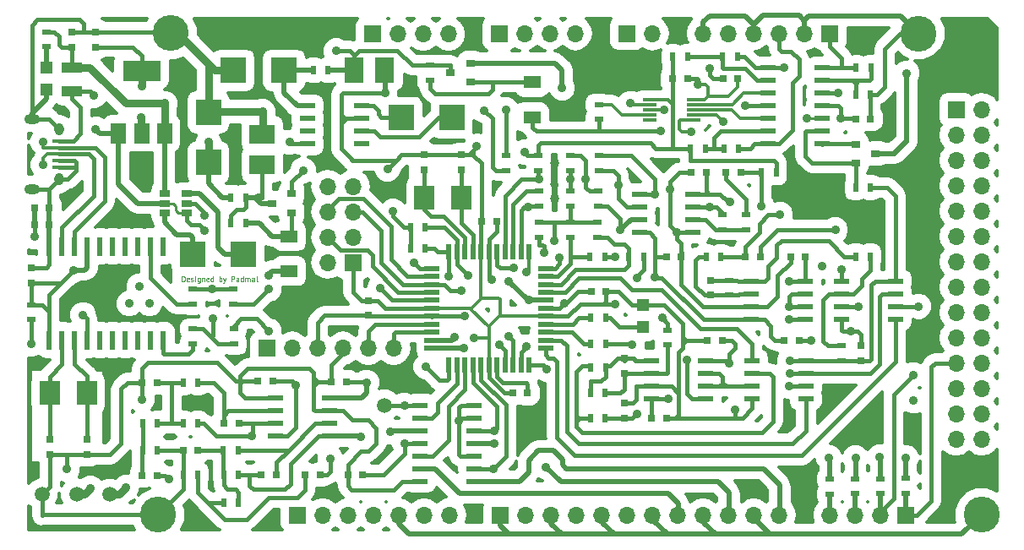
<source format=gtl>
G04 #@! TF.FileFunction,Copper,L1,Top,Signal*
%FSLAX46Y46*%
G04 Gerber Fmt 4.6, Leading zero omitted, Abs format (unit mm)*
G04 Created by KiCad (PCBNEW 4.0.7-e2-6376~58~ubuntu16.04.1) date Sat Apr 21 13:31:31 2018*
%MOMM*%
%LPD*%
G01*
G04 APERTURE LIST*
%ADD10C,0.100000*%
%ADD11C,3.600000*%
%ADD12R,1.350000X0.400000*%
%ADD13O,0.950000X1.250000*%
%ADD14O,1.550000X1.000000*%
%ADD15R,0.500000X0.900000*%
%ADD16R,1.550000X0.600000*%
%ADD17R,0.600000X1.950000*%
%ADD18R,0.550000X1.500000*%
%ADD19R,1.500000X0.550000*%
%ADD20R,2.500000X2.550000*%
%ADD21R,2.550000X2.500000*%
%ADD22R,1.700000X1.300000*%
%ADD23R,2.030000X1.140000*%
%ADD24R,0.900000X0.800000*%
%ADD25R,1.500000X0.600000*%
%ADD26R,1.060000X0.650000*%
%ADD27R,3.800000X2.000000*%
%ADD28R,1.500000X2.000000*%
%ADD29R,1.400000X0.300000*%
%ADD30R,2.500000X1.950000*%
%ADD31R,1.950000X2.500000*%
%ADD32R,1.700000X1.700000*%
%ADD33O,1.700000X1.700000*%
%ADD34R,0.800000X0.750000*%
%ADD35R,0.750000X0.800000*%
%ADD36R,0.900000X0.500000*%
%ADD37C,1.500000*%
%ADD38R,2.000000X2.400000*%
%ADD39R,1.200000X1.200000*%
%ADD40C,0.914400*%
%ADD41C,0.406400*%
%ADD42C,0.508000*%
%ADD43C,0.762000*%
%ADD44C,0.304800*%
%ADD45C,0.254000*%
%ADD46C,0.351000*%
G04 APERTURE END LIST*
D10*
X107300001Y-87616190D02*
X107300001Y-87116190D01*
X107419048Y-87116190D01*
X107490477Y-87140000D01*
X107538096Y-87187619D01*
X107561905Y-87235238D01*
X107585715Y-87330476D01*
X107585715Y-87401905D01*
X107561905Y-87497143D01*
X107538096Y-87544762D01*
X107490477Y-87592381D01*
X107419048Y-87616190D01*
X107300001Y-87616190D01*
X107990477Y-87592381D02*
X107942858Y-87616190D01*
X107847620Y-87616190D01*
X107800001Y-87592381D01*
X107776191Y-87544762D01*
X107776191Y-87354286D01*
X107800001Y-87306667D01*
X107847620Y-87282857D01*
X107942858Y-87282857D01*
X107990477Y-87306667D01*
X108014286Y-87354286D01*
X108014286Y-87401905D01*
X107776191Y-87449524D01*
X108204762Y-87592381D02*
X108252381Y-87616190D01*
X108347619Y-87616190D01*
X108395238Y-87592381D01*
X108419048Y-87544762D01*
X108419048Y-87520952D01*
X108395238Y-87473333D01*
X108347619Y-87449524D01*
X108276191Y-87449524D01*
X108228572Y-87425714D01*
X108204762Y-87378095D01*
X108204762Y-87354286D01*
X108228572Y-87306667D01*
X108276191Y-87282857D01*
X108347619Y-87282857D01*
X108395238Y-87306667D01*
X108633334Y-87616190D02*
X108633334Y-87282857D01*
X108633334Y-87116190D02*
X108609524Y-87140000D01*
X108633334Y-87163810D01*
X108657143Y-87140000D01*
X108633334Y-87116190D01*
X108633334Y-87163810D01*
X109085714Y-87282857D02*
X109085714Y-87687619D01*
X109061905Y-87735238D01*
X109038095Y-87759048D01*
X108990476Y-87782857D01*
X108919048Y-87782857D01*
X108871429Y-87759048D01*
X109085714Y-87592381D02*
X109038095Y-87616190D01*
X108942857Y-87616190D01*
X108895238Y-87592381D01*
X108871429Y-87568571D01*
X108847619Y-87520952D01*
X108847619Y-87378095D01*
X108871429Y-87330476D01*
X108895238Y-87306667D01*
X108942857Y-87282857D01*
X109038095Y-87282857D01*
X109085714Y-87306667D01*
X109323810Y-87282857D02*
X109323810Y-87616190D01*
X109323810Y-87330476D02*
X109347619Y-87306667D01*
X109395238Y-87282857D01*
X109466667Y-87282857D01*
X109514286Y-87306667D01*
X109538095Y-87354286D01*
X109538095Y-87616190D01*
X109966667Y-87592381D02*
X109919048Y-87616190D01*
X109823810Y-87616190D01*
X109776191Y-87592381D01*
X109752381Y-87544762D01*
X109752381Y-87354286D01*
X109776191Y-87306667D01*
X109823810Y-87282857D01*
X109919048Y-87282857D01*
X109966667Y-87306667D01*
X109990476Y-87354286D01*
X109990476Y-87401905D01*
X109752381Y-87449524D01*
X110419047Y-87616190D02*
X110419047Y-87116190D01*
X110419047Y-87592381D02*
X110371428Y-87616190D01*
X110276190Y-87616190D01*
X110228571Y-87592381D01*
X110204762Y-87568571D01*
X110180952Y-87520952D01*
X110180952Y-87378095D01*
X110204762Y-87330476D01*
X110228571Y-87306667D01*
X110276190Y-87282857D01*
X110371428Y-87282857D01*
X110419047Y-87306667D01*
X111038095Y-87616190D02*
X111038095Y-87116190D01*
X111038095Y-87306667D02*
X111085714Y-87282857D01*
X111180952Y-87282857D01*
X111228571Y-87306667D01*
X111252380Y-87330476D01*
X111276190Y-87378095D01*
X111276190Y-87520952D01*
X111252380Y-87568571D01*
X111228571Y-87592381D01*
X111180952Y-87616190D01*
X111085714Y-87616190D01*
X111038095Y-87592381D01*
X111442857Y-87282857D02*
X111561904Y-87616190D01*
X111680952Y-87282857D02*
X111561904Y-87616190D01*
X111514285Y-87735238D01*
X111490476Y-87759048D01*
X111442857Y-87782857D01*
X112252380Y-87616190D02*
X112252380Y-87116190D01*
X112442856Y-87116190D01*
X112490475Y-87140000D01*
X112514284Y-87163810D01*
X112538094Y-87211429D01*
X112538094Y-87282857D01*
X112514284Y-87330476D01*
X112490475Y-87354286D01*
X112442856Y-87378095D01*
X112252380Y-87378095D01*
X112966665Y-87616190D02*
X112966665Y-87354286D01*
X112942856Y-87306667D01*
X112895237Y-87282857D01*
X112799999Y-87282857D01*
X112752380Y-87306667D01*
X112966665Y-87592381D02*
X112919046Y-87616190D01*
X112799999Y-87616190D01*
X112752380Y-87592381D01*
X112728570Y-87544762D01*
X112728570Y-87497143D01*
X112752380Y-87449524D01*
X112799999Y-87425714D01*
X112919046Y-87425714D01*
X112966665Y-87401905D01*
X113419046Y-87616190D02*
X113419046Y-87116190D01*
X113419046Y-87592381D02*
X113371427Y-87616190D01*
X113276189Y-87616190D01*
X113228570Y-87592381D01*
X113204761Y-87568571D01*
X113180951Y-87520952D01*
X113180951Y-87378095D01*
X113204761Y-87330476D01*
X113228570Y-87306667D01*
X113276189Y-87282857D01*
X113371427Y-87282857D01*
X113419046Y-87306667D01*
X113657142Y-87616190D02*
X113657142Y-87282857D01*
X113657142Y-87330476D02*
X113680951Y-87306667D01*
X113728570Y-87282857D01*
X113799999Y-87282857D01*
X113847618Y-87306667D01*
X113871427Y-87354286D01*
X113871427Y-87616190D01*
X113871427Y-87354286D02*
X113895237Y-87306667D01*
X113942856Y-87282857D01*
X114014284Y-87282857D01*
X114061904Y-87306667D01*
X114085713Y-87354286D01*
X114085713Y-87616190D01*
X114538094Y-87616190D02*
X114538094Y-87354286D01*
X114514285Y-87306667D01*
X114466666Y-87282857D01*
X114371428Y-87282857D01*
X114323809Y-87306667D01*
X114538094Y-87592381D02*
X114490475Y-87616190D01*
X114371428Y-87616190D01*
X114323809Y-87592381D01*
X114299999Y-87544762D01*
X114299999Y-87497143D01*
X114323809Y-87449524D01*
X114371428Y-87425714D01*
X114490475Y-87425714D01*
X114538094Y-87401905D01*
X114847618Y-87616190D02*
X114799999Y-87592381D01*
X114776190Y-87544762D01*
X114776190Y-87116190D01*
D11*
X187420000Y-111010000D03*
D12*
X94980000Y-73560000D03*
X94980000Y-74210000D03*
X94980000Y-74860000D03*
X94980000Y-75510000D03*
X94980000Y-76160000D03*
D13*
X94980000Y-72360000D03*
X94980000Y-77360000D03*
D14*
X92280000Y-71360000D03*
X92280000Y-78360000D03*
D15*
X112960000Y-107010000D03*
X111460000Y-107010000D03*
D16*
X154370000Y-95595000D03*
X154370000Y-96865000D03*
X154370000Y-98135000D03*
X154370000Y-99405000D03*
X159770000Y-99405000D03*
X159770000Y-98135000D03*
X159770000Y-96865000D03*
X159770000Y-95595000D03*
D17*
X93995000Y-93510000D03*
X95265000Y-93510000D03*
X96535000Y-93510000D03*
X97805000Y-93510000D03*
X99075000Y-93510000D03*
X100345000Y-93510000D03*
X101615000Y-93510000D03*
X102885000Y-93510000D03*
X104155000Y-93510000D03*
X105425000Y-93510000D03*
X105425000Y-84110000D03*
X104155000Y-84110000D03*
X102885000Y-84110000D03*
X101615000Y-84110000D03*
X100345000Y-84110000D03*
X99075000Y-84110000D03*
X97805000Y-84110000D03*
X96535000Y-84110000D03*
X95265000Y-84110000D03*
X93995000Y-84110000D03*
D18*
X134060000Y-96020000D03*
X134860000Y-96020000D03*
X135660000Y-96020000D03*
X136460000Y-96020000D03*
X137260000Y-96020000D03*
X138060000Y-96020000D03*
X138860000Y-96020000D03*
X139660000Y-96020000D03*
X140460000Y-96020000D03*
X141260000Y-96020000D03*
X142060000Y-96020000D03*
D19*
X143760000Y-94320000D03*
X143760000Y-93520000D03*
X143760000Y-92720000D03*
X143760000Y-91920000D03*
X143760000Y-91120000D03*
X143760000Y-90320000D03*
X143760000Y-89520000D03*
X143760000Y-88720000D03*
X143760000Y-87920000D03*
X143760000Y-87120000D03*
X143760000Y-86320000D03*
D18*
X142060000Y-84620000D03*
X141260000Y-84620000D03*
X140460000Y-84620000D03*
X139660000Y-84620000D03*
X138860000Y-84620000D03*
X138060000Y-84620000D03*
X137260000Y-84620000D03*
X136460000Y-84620000D03*
X135660000Y-84620000D03*
X134860000Y-84620000D03*
X134060000Y-84620000D03*
D19*
X132360000Y-86320000D03*
X132360000Y-87120000D03*
X132360000Y-87920000D03*
X132360000Y-88720000D03*
X132360000Y-89520000D03*
X132360000Y-90320000D03*
X132360000Y-91120000D03*
X132360000Y-91920000D03*
X132360000Y-92720000D03*
X132360000Y-93520000D03*
X132360000Y-94320000D03*
D20*
X109950000Y-75725000D03*
X109950000Y-70675000D03*
D21*
X113425000Y-84950000D03*
X108375000Y-84950000D03*
X134325000Y-71200000D03*
X129275000Y-71200000D03*
X112465000Y-66480000D03*
X117515000Y-66480000D03*
D22*
X118050000Y-86600000D03*
X118050000Y-83100000D03*
X142380000Y-67670000D03*
X142380000Y-71170000D03*
D23*
X96300000Y-68600000D03*
X96300000Y-66200000D03*
D24*
X174800000Y-73870000D03*
X174800000Y-75770000D03*
X176800000Y-74820000D03*
D25*
X131160000Y-100040000D03*
X131160000Y-101310000D03*
X131160000Y-102580000D03*
X131160000Y-103850000D03*
X131160000Y-105120000D03*
X131160000Y-106390000D03*
X131160000Y-107660000D03*
X136560000Y-107660000D03*
X136560000Y-106390000D03*
X136560000Y-105120000D03*
X136560000Y-103850000D03*
X136560000Y-102580000D03*
X136560000Y-101310000D03*
X136560000Y-100040000D03*
D26*
X105550000Y-78850000D03*
X105550000Y-79800000D03*
X105550000Y-80750000D03*
X107750000Y-80750000D03*
X107750000Y-78850000D03*
X107750000Y-79800000D03*
D16*
X125300000Y-73855000D03*
X125300000Y-72585000D03*
X125300000Y-71315000D03*
X125300000Y-70045000D03*
X119900000Y-70045000D03*
X119900000Y-71315000D03*
X119900000Y-72585000D03*
X119900000Y-73855000D03*
D27*
X103250000Y-66500000D03*
D28*
X103250000Y-72800000D03*
X105550000Y-72800000D03*
X100950000Y-72800000D03*
D25*
X166050000Y-66240000D03*
X166050000Y-67510000D03*
X166050000Y-68780000D03*
X166050000Y-70050000D03*
X166050000Y-71320000D03*
X166050000Y-72590000D03*
X166050000Y-73860000D03*
X171450000Y-73860000D03*
X171450000Y-72590000D03*
X171450000Y-71320000D03*
X171450000Y-70050000D03*
X171450000Y-68780000D03*
X171450000Y-67510000D03*
X171450000Y-66240000D03*
D16*
X164370000Y-87625000D03*
X164370000Y-88895000D03*
X164370000Y-90165000D03*
X164370000Y-91435000D03*
X169770000Y-91435000D03*
X169770000Y-90165000D03*
X169770000Y-88895000D03*
X169770000Y-87625000D03*
D29*
X154150000Y-69450000D03*
X154150000Y-69950000D03*
X154150000Y-70450000D03*
X154150000Y-70950000D03*
X154150000Y-71450000D03*
X158550000Y-71450000D03*
X158550000Y-70950000D03*
X158550000Y-70450000D03*
X158550000Y-69950000D03*
X158550000Y-69450000D03*
D16*
X173410000Y-87615000D03*
X173410000Y-88885000D03*
X173410000Y-90155000D03*
X173410000Y-91425000D03*
X178810000Y-91425000D03*
X178810000Y-90155000D03*
X178810000Y-88885000D03*
X178810000Y-87615000D03*
X164410000Y-95595000D03*
X164410000Y-96865000D03*
X164410000Y-98135000D03*
X164410000Y-99405000D03*
X169810000Y-99405000D03*
X169810000Y-98135000D03*
X169810000Y-96865000D03*
X169810000Y-95595000D03*
X122060000Y-103155000D03*
X122060000Y-101885000D03*
X122060000Y-100615000D03*
X122060000Y-99345000D03*
X116660000Y-99345000D03*
X116660000Y-100615000D03*
X116660000Y-101885000D03*
X116660000Y-103155000D03*
X153130000Y-78885000D03*
X153130000Y-80155000D03*
X153130000Y-81425000D03*
X153130000Y-82695000D03*
X158530000Y-82695000D03*
X158530000Y-81425000D03*
X158530000Y-80155000D03*
X158530000Y-78885000D03*
D24*
X118300000Y-80750000D03*
X118300000Y-78850000D03*
X116300000Y-79800000D03*
X136230000Y-67660000D03*
X136230000Y-65760000D03*
X134230000Y-66710000D03*
D30*
X115350000Y-75925000D03*
X115350000Y-72875000D03*
D31*
X127605000Y-66480000D03*
X124555000Y-66480000D03*
D32*
X126390000Y-62850000D03*
D33*
X128930000Y-62850000D03*
X131470000Y-62850000D03*
X134010000Y-62850000D03*
D34*
X94000000Y-81970000D03*
X92500000Y-81970000D03*
X92500000Y-80240000D03*
X94000000Y-80240000D03*
D35*
X125950000Y-89550000D03*
X125950000Y-91050000D03*
X92190000Y-86260000D03*
X92190000Y-87760000D03*
D34*
X103320000Y-107060000D03*
X104820000Y-107060000D03*
X103290000Y-97760000D03*
X104790000Y-97760000D03*
D35*
X131600000Y-76440000D03*
X131600000Y-74940000D03*
D34*
X125410000Y-107020000D03*
X123910000Y-107020000D03*
D35*
X135290000Y-76440000D03*
X135290000Y-74940000D03*
D34*
X138810000Y-81630000D03*
X137310000Y-81630000D03*
D35*
X98660000Y-64130000D03*
X98660000Y-62630000D03*
D34*
X148300000Y-88620000D03*
X149800000Y-88620000D03*
D35*
X96300000Y-64130000D03*
X96300000Y-62630000D03*
D34*
X141920000Y-98840000D03*
X140420000Y-98840000D03*
X167670000Y-93540000D03*
X169170000Y-93540000D03*
D35*
X160290000Y-89000000D03*
X160290000Y-87500000D03*
D34*
X156470000Y-67300000D03*
X157970000Y-67300000D03*
X165220000Y-85160000D03*
X163720000Y-85160000D03*
X169770000Y-85160000D03*
X168270000Y-85160000D03*
X163000000Y-67300000D03*
X161500000Y-67300000D03*
X154370000Y-101310000D03*
X155870000Y-101310000D03*
D35*
X151610000Y-96860000D03*
X151610000Y-95360000D03*
D34*
X111480000Y-101880000D03*
X112980000Y-101880000D03*
X161430000Y-93540000D03*
X159930000Y-93540000D03*
X176300000Y-71330000D03*
X174800000Y-71330000D03*
X119620000Y-107010000D03*
X121120000Y-107010000D03*
X155840000Y-85160000D03*
X157340000Y-85160000D03*
X116390000Y-97630000D03*
X114890000Y-97630000D03*
X116760000Y-107010000D03*
X115260000Y-107010000D03*
X159830000Y-76720000D03*
X158330000Y-76720000D03*
X123770000Y-97740000D03*
X122270000Y-97740000D03*
D35*
X175340000Y-95590000D03*
X175340000Y-94090000D03*
D34*
X107410000Y-104520000D03*
X108910000Y-104520000D03*
D35*
X151610000Y-101350000D03*
X151610000Y-99850000D03*
D34*
X163310000Y-76730000D03*
X161810000Y-76730000D03*
D36*
X139760000Y-76500000D03*
X139760000Y-75000000D03*
D15*
X131670000Y-84330000D03*
X130170000Y-84330000D03*
X131670000Y-82240000D03*
X130170000Y-82240000D03*
X113670000Y-79210000D03*
X112170000Y-79210000D03*
X112170000Y-81780000D03*
X113670000Y-81780000D03*
D36*
X172210000Y-108930000D03*
X172210000Y-107430000D03*
X174760000Y-108910000D03*
X174760000Y-107410000D03*
X177290000Y-108910000D03*
X177290000Y-107410000D03*
X179830000Y-108890000D03*
X179830000Y-107390000D03*
X132120000Y-67470000D03*
X132120000Y-65970000D03*
X143030000Y-75020000D03*
X143030000Y-76520000D03*
D15*
X121950000Y-66480000D03*
X120450000Y-66480000D03*
X148200000Y-85140000D03*
X149700000Y-85140000D03*
X112940000Y-104530000D03*
X111440000Y-104530000D03*
D36*
X146210000Y-78590000D03*
X146210000Y-80090000D03*
X146210000Y-76520000D03*
X146210000Y-75020000D03*
D15*
X156470000Y-65140000D03*
X157970000Y-65140000D03*
X161480000Y-65140000D03*
X162980000Y-65140000D03*
D36*
X162160000Y-87510000D03*
X162160000Y-89010000D03*
X173390000Y-94080000D03*
X173390000Y-95580000D03*
D15*
X176300000Y-85130000D03*
X174800000Y-85130000D03*
X161320000Y-85160000D03*
X159820000Y-85160000D03*
X176290000Y-68930000D03*
X174790000Y-68930000D03*
X176350000Y-66230000D03*
X174850000Y-66230000D03*
D36*
X149050000Y-69890000D03*
X149050000Y-71390000D03*
D15*
X149740000Y-96260000D03*
X148240000Y-96260000D03*
X149710000Y-101350000D03*
X148210000Y-101350000D03*
X148220000Y-98800000D03*
X149720000Y-98800000D03*
D36*
X146200000Y-83210000D03*
X146200000Y-81710000D03*
X148950000Y-83210000D03*
X148950000Y-81710000D03*
D15*
X152040000Y-85140000D03*
X153540000Y-85140000D03*
D36*
X155960000Y-92500000D03*
X155960000Y-94000000D03*
D15*
X158250000Y-74290000D03*
X159750000Y-74290000D03*
X176300000Y-78230000D03*
X174800000Y-78230000D03*
X161590000Y-74290000D03*
X163090000Y-74290000D03*
D36*
X149050000Y-76520000D03*
X149050000Y-75020000D03*
D15*
X165350000Y-76730000D03*
X166850000Y-76730000D03*
X108910000Y-107040000D03*
X107410000Y-107040000D03*
X108910000Y-97760000D03*
X107410000Y-97760000D03*
X107410000Y-101880000D03*
X108910000Y-101880000D03*
X103330000Y-101880000D03*
X104830000Y-101880000D03*
X111460000Y-109790000D03*
X112960000Y-109790000D03*
D36*
X149020000Y-78590000D03*
X149020000Y-80090000D03*
X161425000Y-82425000D03*
X161425000Y-80925000D03*
X163820000Y-82420000D03*
X163820000Y-80920000D03*
D15*
X148250000Y-93880000D03*
X149750000Y-93880000D03*
X149760000Y-91300000D03*
X148260000Y-91300000D03*
D36*
X93680000Y-64120000D03*
X93680000Y-62620000D03*
X108390000Y-88410000D03*
X108390000Y-89910000D03*
X108390000Y-92400000D03*
X108390000Y-93900000D03*
X112460000Y-89910000D03*
X112460000Y-88410000D03*
X112520000Y-92400000D03*
X112520000Y-93900000D03*
D32*
X124440000Y-85720000D03*
D33*
X121900000Y-85720000D03*
X124440000Y-83180000D03*
X121900000Y-83180000D03*
X124440000Y-80640000D03*
X121900000Y-80640000D03*
X124440000Y-78100000D03*
X121900000Y-78100000D03*
D36*
X92200000Y-89970000D03*
X92200000Y-91470000D03*
D37*
X100050000Y-108970000D03*
X96740000Y-108970000D03*
X127550000Y-100040000D03*
X93260000Y-108990000D03*
D35*
X94060000Y-104970000D03*
X94060000Y-103470000D03*
X97760000Y-104970000D03*
X97760000Y-103470000D03*
D38*
X94060000Y-98840000D03*
X97760000Y-98840000D03*
D36*
X143070000Y-83210000D03*
X143070000Y-81710000D03*
D39*
X153480000Y-92170000D03*
X153480000Y-89970000D03*
X93680000Y-66220000D03*
X93680000Y-68420000D03*
D38*
X131590000Y-79210000D03*
X135290000Y-79210000D03*
D32*
X172220000Y-62780000D03*
D33*
X169680000Y-62780000D03*
X167140000Y-62780000D03*
X164600000Y-62780000D03*
X162060000Y-62780000D03*
X159520000Y-62780000D03*
D32*
X151900000Y-62780000D03*
D33*
X154440000Y-62780000D03*
D32*
X118880000Y-111040000D03*
D33*
X121420000Y-111040000D03*
X123960000Y-111040000D03*
X126500000Y-111040000D03*
X129040000Y-111040000D03*
X131580000Y-111040000D03*
X134120000Y-111040000D03*
D32*
X139110000Y-62780000D03*
D33*
X141650000Y-62780000D03*
X144190000Y-62780000D03*
X146730000Y-62780000D03*
D32*
X179840000Y-111040000D03*
D33*
X177300000Y-111040000D03*
X174760000Y-111040000D03*
X172220000Y-111040000D03*
D11*
X181090000Y-62780000D03*
X106150000Y-62770000D03*
X104880000Y-111020000D03*
D32*
X139200000Y-111040000D03*
D33*
X141740000Y-111040000D03*
X144280000Y-111040000D03*
X146820000Y-111040000D03*
X149360000Y-111040000D03*
X151900000Y-111040000D03*
X154440000Y-111040000D03*
X156980000Y-111040000D03*
X159520000Y-111040000D03*
X162060000Y-111040000D03*
X164600000Y-111040000D03*
X167140000Y-111040000D03*
D32*
X184890000Y-70410000D03*
D33*
X187430000Y-70410000D03*
X184890000Y-72950000D03*
X187430000Y-72950000D03*
X184890000Y-75490000D03*
X187430000Y-75490000D03*
X184890000Y-78030000D03*
X187430000Y-78030000D03*
X184890000Y-80570000D03*
X187430000Y-80570000D03*
X184890000Y-83110000D03*
X187430000Y-83110000D03*
X184890000Y-85650000D03*
X187430000Y-85650000D03*
X184890000Y-88190000D03*
X187430000Y-88190000D03*
X184890000Y-90730000D03*
X187430000Y-90730000D03*
X184890000Y-93270000D03*
X187430000Y-93270000D03*
X184890000Y-95810000D03*
X187430000Y-95810000D03*
X184890000Y-98350000D03*
X187430000Y-98350000D03*
X184890000Y-100890000D03*
X187430000Y-100890000D03*
X184890000Y-103430000D03*
X187430000Y-103430000D03*
D15*
X103330000Y-104520000D03*
X104830000Y-104520000D03*
D32*
X115820000Y-94340000D03*
D33*
X118360000Y-94340000D03*
X120900000Y-94340000D03*
X123440000Y-94340000D03*
X125980000Y-94340000D03*
X128520000Y-94340000D03*
D36*
X143070000Y-80090000D03*
X143070000Y-78590000D03*
D40*
X95780000Y-106460000D03*
X103290000Y-99460000D03*
X109570000Y-82510000D03*
X162760000Y-100480000D03*
X127630000Y-68730000D03*
X136570000Y-93300000D03*
X127890000Y-76340000D03*
X136850000Y-74110000D03*
X98670000Y-72380000D03*
X115970000Y-87040000D03*
X156910000Y-82700000D03*
X150740000Y-89920000D03*
X156230000Y-78410000D03*
X170370000Y-93540000D03*
X147760000Y-77420000D03*
X115380000Y-70620000D03*
X155310000Y-72590000D03*
X159010000Y-67910000D03*
X174350000Y-92650000D03*
X105540000Y-69800000D03*
X135050000Y-101580000D03*
X129590000Y-103850000D03*
X129590000Y-100040000D03*
X92500000Y-83150000D03*
X128440000Y-80620000D03*
X135660000Y-91120000D03*
X96450000Y-86500000D03*
X137610000Y-70490000D03*
X138300000Y-87420000D03*
X143600000Y-84760000D03*
X103220000Y-71210000D03*
X103250000Y-68090000D03*
X144640000Y-83590000D03*
X141630000Y-74640000D03*
X168200000Y-95610000D03*
X145600000Y-89800000D03*
X152890000Y-100890000D03*
X98120000Y-108360000D03*
X114970000Y-79230000D03*
X160190000Y-66250000D03*
X163700000Y-70050000D03*
X118730000Y-98020000D03*
X101700000Y-108310000D03*
X122750000Y-64530000D03*
X173290000Y-71320000D03*
X125780000Y-97760000D03*
X93370000Y-73650000D03*
X168200000Y-96860000D03*
X135270000Y-88530000D03*
X134060000Y-87080000D03*
X152250000Y-69800000D03*
X135960000Y-87060000D03*
X155600000Y-70450000D03*
X110380000Y-91380000D03*
X135550000Y-94350000D03*
X134650000Y-93250000D03*
X110300000Y-88350000D03*
X130575000Y-85775000D03*
X181100000Y-90140000D03*
X168170000Y-98150000D03*
X139070000Y-94010000D03*
X172150000Y-105350000D03*
X140010000Y-93130000D03*
X174790000Y-105310000D03*
X177210000Y-105260000D03*
X141830000Y-94180000D03*
X179830000Y-105280000D03*
X143880000Y-96440000D03*
X161550000Y-71640000D03*
X179930000Y-66780000D03*
X127140000Y-88330000D03*
X115990000Y-92580000D03*
X104050000Y-89840000D03*
X103010000Y-88150000D03*
X115980000Y-88410000D03*
X109590000Y-81020000D03*
X118080000Y-73690000D03*
X109950000Y-73690000D03*
X145390000Y-68240000D03*
X156050000Y-99410000D03*
X154720000Y-87230000D03*
X119440000Y-76500000D03*
X162170000Y-95860000D03*
X162210000Y-79690000D03*
X168120000Y-87620000D03*
X131760000Y-96180000D03*
X168150000Y-91410000D03*
X146200000Y-77420000D03*
X157890000Y-95500000D03*
X167620000Y-66240000D03*
X173060000Y-68780000D03*
X145130000Y-85220000D03*
X173370000Y-86430000D03*
X140550000Y-86300000D03*
X165360000Y-80070000D03*
X169900000Y-71320000D03*
X158330000Y-72660000D03*
X138470000Y-106420000D03*
X106010000Y-107460000D03*
X93400000Y-75940000D03*
X167250000Y-80940000D03*
X172760000Y-82460000D03*
X171440000Y-86130000D03*
X155420000Y-91290000D03*
X151240000Y-82460000D03*
X154710000Y-78900000D03*
X152890000Y-87270000D03*
X175100000Y-90150000D03*
X168170000Y-90160000D03*
X160190000Y-80170000D03*
X150660000Y-85140000D03*
X141810000Y-86650000D03*
X114330000Y-103100000D03*
X138570000Y-102580000D03*
X122130000Y-105380000D03*
X125210000Y-103170000D03*
X102020000Y-89860000D03*
X151020000Y-77990000D03*
X98470000Y-68990000D03*
X152430000Y-93990000D03*
X139750000Y-70440000D03*
X140070000Y-87630000D03*
X142075000Y-89525000D03*
X92190000Y-93900000D03*
X97390000Y-90980000D03*
X138580000Y-103850000D03*
X143750000Y-106220000D03*
X128180000Y-102670000D03*
X180600000Y-97000000D03*
X180600000Y-99600000D03*
X143040000Y-77390000D03*
X141980000Y-80180000D03*
D41*
X95780000Y-104970000D02*
X95780000Y-106460000D01*
X113110000Y-97620000D02*
X112650000Y-97620000D01*
X103290000Y-96340000D02*
X103290000Y-97760000D01*
X103850000Y-95780000D02*
X103290000Y-96340000D01*
X110810000Y-95780000D02*
X103850000Y-95780000D01*
X112650000Y-97620000D02*
X110810000Y-95780000D01*
X103290000Y-97760000D02*
X103290000Y-99460000D01*
X93260000Y-108990000D02*
X93260000Y-111050000D01*
X93290000Y-111020000D02*
X104880000Y-111020000D01*
X93260000Y-111050000D02*
X93290000Y-111020000D01*
X103290000Y-97760000D02*
X101820000Y-97760000D01*
X101820000Y-97760000D02*
X101200000Y-98380000D01*
X101200000Y-98380000D02*
X101200000Y-103880000D01*
X101200000Y-103880000D02*
X100110000Y-104970000D01*
X100110000Y-104970000D02*
X97760000Y-104970000D01*
X94060000Y-104970000D02*
X94060000Y-108190000D01*
X94060000Y-108190000D02*
X93260000Y-108990000D01*
X94060000Y-104970000D02*
X95780000Y-104970000D01*
X95780000Y-104970000D02*
X97760000Y-104970000D01*
X107410000Y-107040000D02*
X107410000Y-108490000D01*
X107410000Y-108490000D02*
X104880000Y-111020000D01*
X107410000Y-107040000D02*
X107410000Y-104520000D01*
X104830000Y-104520000D02*
X107410000Y-104520000D01*
X106010000Y-62630000D02*
X106150000Y-62770000D01*
X138060000Y-96020000D02*
X138060000Y-97270000D01*
X138060000Y-97270000D02*
X139630000Y-98840000D01*
D42*
X144290000Y-111050000D02*
X144290000Y-111930000D01*
X144290000Y-111930000D02*
X145340000Y-112980000D01*
X139210000Y-111050000D02*
X139210000Y-112120000D01*
X139210000Y-112120000D02*
X140070000Y-112980000D01*
D41*
X176290000Y-68930000D02*
X176940000Y-68930000D01*
X177720000Y-64330000D02*
X179270000Y-62780000D01*
X177720000Y-68150000D02*
X177720000Y-64330000D01*
X176940000Y-68930000D02*
X177720000Y-68150000D01*
X179270000Y-62780000D02*
X181090000Y-62780000D01*
X123440000Y-94340000D02*
X123440000Y-94860000D01*
X123440000Y-94860000D02*
X122270000Y-96030000D01*
X122270000Y-96030000D02*
X122270000Y-97740000D01*
D42*
X129040000Y-111040000D02*
X129040000Y-111940000D01*
X130080000Y-112980000D02*
X140070000Y-112980000D01*
X140070000Y-112980000D02*
X142670000Y-112980000D01*
X129040000Y-111940000D02*
X130080000Y-112980000D01*
X142670000Y-112980000D02*
X145340000Y-112980000D01*
X145340000Y-112980000D02*
X147610000Y-112980000D01*
X166210000Y-112980000D02*
X167800000Y-112980000D01*
X167800000Y-112980000D02*
X172860000Y-112980000D01*
X185450000Y-112980000D02*
X187420000Y-111010000D01*
X172860000Y-112980000D02*
X185450000Y-112980000D01*
X169680000Y-61640000D02*
X169680000Y-61450000D01*
X179340000Y-61030000D02*
X181090000Y-62780000D01*
X170100000Y-61030000D02*
X179340000Y-61030000D01*
X169680000Y-61450000D02*
X170100000Y-61030000D01*
X159520000Y-62780000D02*
X159520000Y-61650000D01*
X163720000Y-61000000D02*
X164600000Y-61880000D01*
X160170000Y-61000000D02*
X163720000Y-61000000D01*
X159520000Y-61650000D02*
X160170000Y-61000000D01*
X164600000Y-62780000D02*
X164600000Y-61880000D01*
X169680000Y-61540000D02*
X169680000Y-61640000D01*
X169680000Y-61640000D02*
X169680000Y-62780000D01*
X164600000Y-61880000D02*
X165490000Y-60990000D01*
X165490000Y-60990000D02*
X169130000Y-60990000D01*
X169130000Y-60990000D02*
X169680000Y-61540000D01*
D43*
X112465000Y-66480000D02*
X110550000Y-66480000D01*
X110550000Y-66480000D02*
X109950000Y-65880000D01*
D42*
X127630000Y-68730000D02*
X127630000Y-66505000D01*
X127630000Y-66505000D02*
X127605000Y-66480000D01*
D43*
X115380000Y-70620000D02*
X115380000Y-72845000D01*
X115380000Y-72845000D02*
X115350000Y-72875000D01*
X115380000Y-70620000D02*
X110005000Y-70620000D01*
X110005000Y-70620000D02*
X109950000Y-70675000D01*
D41*
X107750000Y-80750000D02*
X107750000Y-81510000D01*
X109030000Y-81970000D02*
X109570000Y-82510000D01*
X108210000Y-81970000D02*
X109030000Y-81970000D01*
X107750000Y-81510000D02*
X108210000Y-81970000D01*
X149050000Y-71390000D02*
X149050000Y-72590000D01*
X149050000Y-72590000D02*
X149050000Y-72500000D01*
X149050000Y-72500000D02*
X149050000Y-72590000D01*
X162760000Y-101310000D02*
X162760000Y-100480000D01*
X157970000Y-67300000D02*
X158890000Y-67300000D01*
X159010000Y-67420000D02*
X159010000Y-67910000D01*
X158890000Y-67300000D02*
X159010000Y-67420000D01*
X157800000Y-93540000D02*
X157470000Y-93870000D01*
X157550000Y-93770000D02*
X157470000Y-93770000D01*
X157470000Y-93850000D02*
X157550000Y-93770000D01*
X157470000Y-93870000D02*
X157470000Y-93850000D01*
X159930000Y-93540000D02*
X157800000Y-93540000D01*
X157800000Y-93540000D02*
X157470000Y-93210000D01*
X142380000Y-71170000D02*
X142380000Y-72180000D01*
X142790000Y-72590000D02*
X147220000Y-72590000D01*
X142380000Y-72180000D02*
X142790000Y-72590000D01*
X123910000Y-107020000D02*
X123910000Y-108140000D01*
X124290000Y-108520000D02*
X125260000Y-108520000D01*
X123910000Y-108140000D02*
X124290000Y-108520000D01*
X123910000Y-107020000D02*
X123910000Y-105970000D01*
X125210000Y-104670000D02*
X126000000Y-104670000D01*
X123910000Y-105970000D02*
X125210000Y-104670000D01*
X126000000Y-104670000D02*
X126770000Y-103900000D01*
X128500000Y-108520000D02*
X129360000Y-107660000D01*
X131160000Y-107660000D02*
X129360000Y-107660000D01*
X125260000Y-108520000D02*
X128500000Y-108520000D01*
D43*
X106840000Y-62770000D02*
X109950000Y-65880000D01*
X109950000Y-65880000D02*
X109950000Y-70675000D01*
X106150000Y-62770000D02*
X106840000Y-62770000D01*
D41*
X157330000Y-84740000D02*
X157320000Y-87960000D01*
X159525000Y-90165000D02*
X164370000Y-90165000D01*
X157320000Y-87960000D02*
X159525000Y-90165000D01*
D44*
X138060000Y-93300000D02*
X136570000Y-93300000D01*
X138060000Y-92210000D02*
X138060000Y-92150000D01*
X138060000Y-92150000D02*
X139160000Y-91050000D01*
X138060000Y-96020000D02*
X138060000Y-93300000D01*
X138060000Y-93300000D02*
X138060000Y-92210000D01*
D41*
X164370000Y-90165000D02*
X165965000Y-90165000D01*
X168270000Y-85730000D02*
X168270000Y-85160000D01*
X166970000Y-87030000D02*
X168270000Y-85730000D01*
X166970000Y-89160000D02*
X166970000Y-87030000D01*
X165965000Y-90165000D02*
X166970000Y-89160000D01*
X157340000Y-85160000D02*
X157340000Y-83830000D01*
X157340000Y-83830000D02*
X157330000Y-83820000D01*
X131600000Y-74940000D02*
X129290000Y-74940000D01*
X129290000Y-74940000D02*
X128740000Y-75490000D01*
X136000000Y-74940000D02*
X136490000Y-74940000D01*
X136490000Y-74940000D02*
X136500000Y-74950000D01*
X135290000Y-74940000D02*
X136000000Y-74940000D01*
X136000000Y-74940000D02*
X136020000Y-74940000D01*
X136020000Y-74940000D02*
X136500000Y-74460000D01*
X131600000Y-74940000D02*
X135290000Y-74940000D01*
X128740000Y-75490000D02*
X127890000Y-76340000D01*
X136500000Y-74950000D02*
X136500000Y-74460000D01*
X137310000Y-76060000D02*
X137310000Y-75780000D01*
X136500000Y-74950000D02*
X136500000Y-74970000D01*
X136500000Y-74970000D02*
X137310000Y-75780000D01*
X137310000Y-76060000D02*
X137310000Y-81630000D01*
X136500000Y-74460000D02*
X136850000Y-74110000D01*
X128740000Y-75490000D02*
X124380000Y-75490000D01*
X124160000Y-75270000D02*
X123240000Y-74350000D01*
X123240000Y-74350000D02*
X123240000Y-71830000D01*
X124380000Y-75490000D02*
X124160000Y-75270000D01*
X123645000Y-71315000D02*
X123645000Y-71425000D01*
X123645000Y-71425000D02*
X123240000Y-71830000D01*
X123240000Y-71830000D02*
X123240000Y-70910000D01*
X147760000Y-77420000D02*
X147760000Y-78230000D01*
X148120000Y-78590000D02*
X149020000Y-78590000D01*
X147760000Y-78230000D02*
X148120000Y-78590000D01*
X146210000Y-75020000D02*
X147230000Y-75020000D01*
X147230000Y-75020000D02*
X147760000Y-75550000D01*
X147760000Y-75550000D02*
X147760000Y-77420000D01*
X147230000Y-75020000D02*
X147760000Y-75550000D01*
X120920000Y-97740000D02*
X120920000Y-97720000D01*
X120920000Y-97720000D02*
X120510000Y-97310000D01*
X122060000Y-100615000D02*
X123415000Y-100615000D01*
X123415000Y-100615000D02*
X124330000Y-101530000D01*
X92280000Y-70750000D02*
X92280000Y-61930000D01*
X92280000Y-61930000D02*
X92800000Y-61410000D01*
X96300000Y-62630000D02*
X97480000Y-62630000D01*
D42*
X93680000Y-68420000D02*
X93680000Y-69340000D01*
X92280000Y-70740000D02*
X92280000Y-70750000D01*
X92280000Y-70750000D02*
X92280000Y-71360000D01*
X93680000Y-69340000D02*
X92280000Y-70740000D01*
D41*
X153480000Y-89970000D02*
X155580000Y-89970000D01*
X155580000Y-89970000D02*
X157470000Y-91860000D01*
X149800000Y-88620000D02*
X151030000Y-88620000D01*
X152380000Y-89970000D02*
X153480000Y-89970000D01*
X151030000Y-88620000D02*
X152380000Y-89970000D01*
X92190000Y-86260000D02*
X93680000Y-86260000D01*
X93995000Y-85945000D02*
X93995000Y-84110000D01*
X93680000Y-86260000D02*
X93995000Y-85945000D01*
X147760000Y-75550000D02*
X147760000Y-77420000D01*
D42*
X98670000Y-72380000D02*
X99090000Y-72800000D01*
X99090000Y-72800000D02*
X100950000Y-72800000D01*
D41*
X137260000Y-84620000D02*
X137260000Y-81680000D01*
X137260000Y-81680000D02*
X137310000Y-81630000D01*
D44*
X136170000Y-90320000D02*
X132360000Y-90320000D01*
D41*
X125300000Y-71315000D02*
X123645000Y-71315000D01*
X123645000Y-71315000D02*
X123240000Y-70910000D01*
X123440000Y-68730000D02*
X127610000Y-68730000D01*
X127610000Y-68730000D02*
X127630000Y-68730000D01*
X123240000Y-70910000D02*
X123240000Y-68930000D01*
X123240000Y-68930000D02*
X123440000Y-68730000D01*
D42*
X93995000Y-84110000D02*
X93995000Y-81975000D01*
X93995000Y-81975000D02*
X94000000Y-81970000D01*
X94000000Y-80240000D02*
X94000000Y-81970000D01*
D41*
X94000000Y-78600000D02*
X94000000Y-78380000D01*
X94000000Y-78380000D02*
X93980000Y-78360000D01*
X94000000Y-80240000D02*
X94000000Y-78600000D01*
X94000000Y-78600000D02*
X94000000Y-78590000D01*
X94000000Y-78590000D02*
X93770000Y-78360000D01*
X93995000Y-81975000D02*
X94000000Y-81970000D01*
D42*
X115970000Y-87040000D02*
X115970000Y-86920000D01*
X115970000Y-86920000D02*
X116290000Y-86600000D01*
X116290000Y-86600000D02*
X118050000Y-86600000D01*
D41*
X92280000Y-71360000D02*
X93980000Y-71360000D01*
X93980000Y-71360000D02*
X94980000Y-72360000D01*
X92280000Y-78360000D02*
X93250000Y-78360000D01*
X93250000Y-78360000D02*
X93770000Y-78360000D01*
X93770000Y-78360000D02*
X93980000Y-78360000D01*
X93980000Y-78360000D02*
X94980000Y-77360000D01*
X94980000Y-77360000D02*
X95860000Y-77360000D01*
X96690000Y-76530000D02*
X96690000Y-75690000D01*
X95860000Y-77360000D02*
X96690000Y-76530000D01*
X94980000Y-75510000D02*
X96510000Y-75510000D01*
X96540000Y-76160000D02*
X94980000Y-76160000D01*
X96690000Y-76010000D02*
X96540000Y-76160000D01*
X96690000Y-75690000D02*
X96690000Y-76010000D01*
X96510000Y-75510000D02*
X96690000Y-75690000D01*
X125950000Y-89550000D02*
X125300000Y-89550000D01*
X124440000Y-88690000D02*
X124440000Y-85720000D01*
X125300000Y-89550000D02*
X124440000Y-88690000D01*
X125950000Y-89550000D02*
X126900000Y-89550000D01*
X127670000Y-90320000D02*
X132360000Y-90320000D01*
X126900000Y-89550000D02*
X127670000Y-90320000D01*
D44*
X137335000Y-89285000D02*
X139005000Y-89285000D01*
X139160000Y-89440000D02*
X139160000Y-91050000D01*
X139005000Y-89285000D02*
X139160000Y-89440000D01*
X137335000Y-89285000D02*
X137260000Y-89210000D01*
X139160000Y-91050000D02*
X139160000Y-91120000D01*
X143760000Y-91120000D02*
X139160000Y-91120000D01*
D41*
X156230000Y-78370000D02*
X156230000Y-82020000D01*
X156230000Y-82020000D02*
X156910000Y-82700000D01*
X173410000Y-91425000D02*
X173410000Y-92500000D01*
X173410000Y-92500000D02*
X173560000Y-92650000D01*
X173560000Y-92650000D02*
X174350000Y-92650000D01*
X157330000Y-84740000D02*
X157330000Y-83820000D01*
X157330000Y-83820000D02*
X156910000Y-83400000D01*
X156910000Y-83400000D02*
X156910000Y-82700000D01*
X143760000Y-91120000D02*
X145990000Y-91120000D01*
X145990000Y-91120000D02*
X147190000Y-89920000D01*
X147190000Y-89920000D02*
X150740000Y-89920000D01*
X116790000Y-86600000D02*
X118050000Y-86600000D01*
X106120000Y-62800000D02*
X106150000Y-62770000D01*
X150740000Y-89920000D02*
X149640000Y-89920000D01*
X149640000Y-89920000D02*
X149600000Y-89880000D01*
X149800000Y-88620000D02*
X149800000Y-89680000D01*
X149800000Y-89680000D02*
X149600000Y-89880000D01*
X156230000Y-78410000D02*
X156230000Y-78370000D01*
X156230000Y-78370000D02*
X156230000Y-77660000D01*
X156230000Y-77660000D02*
X157170000Y-76720000D01*
X157170000Y-76720000D02*
X158330000Y-76720000D01*
X156910000Y-82700000D02*
X158525000Y-82700000D01*
X158525000Y-82700000D02*
X158530000Y-82695000D01*
X122270000Y-97740000D02*
X120920000Y-97740000D01*
X120920000Y-97740000D02*
X120880000Y-97740000D01*
X120880000Y-97740000D02*
X120510000Y-98110000D01*
D44*
X163000000Y-67300000D02*
X163000000Y-68140000D01*
X162020000Y-69120000D02*
X160040000Y-69120000D01*
X163000000Y-68140000D02*
X162020000Y-69120000D01*
X158550000Y-69450000D02*
X159710000Y-69450000D01*
X159800000Y-67910000D02*
X159010000Y-67910000D01*
X160040000Y-68150000D02*
X159800000Y-67910000D01*
X160040000Y-69120000D02*
X160040000Y-68150000D01*
X159710000Y-69450000D02*
X160040000Y-69120000D01*
D41*
X176290000Y-68930000D02*
X176290000Y-71320000D01*
X176290000Y-71320000D02*
X176300000Y-71330000D01*
X157470000Y-91860000D02*
X157470000Y-93210000D01*
X157470000Y-93210000D02*
X157470000Y-93160000D01*
X157470000Y-93160000D02*
X157470000Y-93770000D01*
X145990000Y-91120000D02*
X147230000Y-89880000D01*
X147230000Y-89880000D02*
X149600000Y-89880000D01*
X155870000Y-101310000D02*
X162760000Y-101310000D01*
X162760000Y-101310000D02*
X163460000Y-101310000D01*
X164410000Y-100360000D02*
X164410000Y-99405000D01*
X163460000Y-101310000D02*
X164410000Y-100360000D01*
X151610000Y-99850000D02*
X152440000Y-99850000D01*
X152830000Y-99460000D02*
X152830000Y-98135000D01*
X152440000Y-99850000D02*
X152830000Y-99460000D01*
X152830000Y-98135000D02*
X154370000Y-98135000D01*
X154370000Y-98135000D02*
X156335000Y-98135000D01*
X156740000Y-101310000D02*
X155870000Y-101310000D01*
X157050000Y-101000000D02*
X156740000Y-101310000D01*
X157350000Y-84720000D02*
X157330000Y-84740000D01*
X169170000Y-93540000D02*
X170370000Y-93540000D01*
X174350000Y-92650000D02*
X175030000Y-92650000D01*
X175030000Y-92650000D02*
X175340000Y-92960000D01*
X175340000Y-92960000D02*
X175340000Y-94090000D01*
X147220000Y-72590000D02*
X149050000Y-72590000D01*
X149050000Y-72590000D02*
X150050000Y-72590000D01*
X120510000Y-96790000D02*
X120510000Y-97310000D01*
X113910000Y-96320000D02*
X120040000Y-96320000D01*
X113110000Y-97120000D02*
X113910000Y-96320000D01*
X113110000Y-97900000D02*
X113110000Y-97620000D01*
X113110000Y-97620000D02*
X113110000Y-97120000D01*
X120040000Y-96320000D02*
X120510000Y-96790000D01*
X120510000Y-97310000D02*
X120510000Y-98110000D01*
X120510000Y-98110000D02*
X120510000Y-100470000D01*
X120510000Y-100470000D02*
X120655000Y-100615000D01*
X120655000Y-100615000D02*
X122060000Y-100615000D01*
X114890000Y-97630000D02*
X113360000Y-97630000D01*
X113655000Y-99345000D02*
X116660000Y-99345000D01*
X113110000Y-98800000D02*
X113655000Y-99345000D01*
X113110000Y-97880000D02*
X113110000Y-97900000D01*
X113110000Y-97900000D02*
X113110000Y-98800000D01*
X113360000Y-97630000D02*
X113110000Y-97880000D01*
X173410000Y-91425000D02*
X173410000Y-91710000D01*
X150050000Y-72590000D02*
X155310000Y-72590000D01*
D42*
X115325000Y-70675000D02*
X115380000Y-70620000D01*
X100950000Y-72800000D02*
X100950000Y-77870000D01*
X102880000Y-79800000D02*
X105550000Y-79800000D01*
X100950000Y-77870000D02*
X102880000Y-79800000D01*
D41*
X124380000Y-101530000D02*
X125960000Y-101530000D01*
D44*
X124330000Y-101530000D02*
X124380000Y-101530000D01*
D41*
X126770000Y-102340000D02*
X126770000Y-103900000D01*
X125960000Y-101530000D02*
X126770000Y-102340000D01*
D42*
X115350000Y-70650000D02*
X115380000Y-70620000D01*
X115325000Y-70675000D02*
X115380000Y-70620000D01*
X106150000Y-62770000D02*
X106630000Y-62770000D01*
D41*
X105550000Y-79800000D02*
X102850000Y-79800000D01*
X102850000Y-79800000D02*
X100950000Y-77900000D01*
X100950000Y-77900000D02*
X100950000Y-72800000D01*
X115325000Y-70675000D02*
X115380000Y-70620000D01*
X115380000Y-70620000D02*
X115350000Y-70650000D01*
D45*
X118050000Y-86600000D02*
X116790000Y-86600000D01*
X100950000Y-77900000D02*
X102850000Y-79800000D01*
X105550000Y-79800000D02*
X106390000Y-79800000D01*
X106910000Y-80750000D02*
X107750000Y-80750000D01*
X106660000Y-80500000D02*
X106910000Y-80750000D01*
X106660000Y-80070000D02*
X106660000Y-80500000D01*
X106390000Y-79800000D02*
X106660000Y-80070000D01*
D44*
X138060000Y-92210000D02*
X136170000Y-90320000D01*
X137260000Y-84620000D02*
X137260000Y-89210000D01*
X137260000Y-89210000D02*
X137260000Y-89360000D01*
X137260000Y-89360000D02*
X136300000Y-90320000D01*
X136300000Y-90320000D02*
X136170000Y-90320000D01*
D45*
X154800000Y-98135000D02*
X154800000Y-98075000D01*
X154510000Y-98135000D02*
X154800000Y-98135000D01*
X154800000Y-98135000D02*
X155125000Y-98135000D01*
X164285000Y-99415000D02*
X164105000Y-99415000D01*
X173410000Y-91425000D02*
X173665000Y-91425000D01*
D41*
X157470000Y-93770000D02*
X157470000Y-94310000D01*
X157050000Y-94730000D02*
X157470000Y-94310000D01*
X157050000Y-98850000D02*
X157050000Y-94730000D01*
X157050000Y-98850000D02*
X157050000Y-101000000D01*
X156335000Y-98135000D02*
X157050000Y-98850000D01*
D42*
X147610000Y-112980000D02*
X150600000Y-112980000D01*
D41*
X97480000Y-61840000D02*
X97480000Y-62630000D01*
X97050000Y-61410000D02*
X97480000Y-61840000D01*
X92800000Y-61410000D02*
X97050000Y-61410000D01*
D42*
X162870000Y-112980000D02*
X166210000Y-112980000D01*
X149430000Y-111030000D02*
X149430000Y-111810000D01*
X149430000Y-111810000D02*
X150600000Y-112980000D01*
X150600000Y-112980000D02*
X152630000Y-112980000D01*
X152630000Y-112980000D02*
X155920000Y-112980000D01*
X154510000Y-111030000D02*
X154510000Y-111570000D01*
X154510000Y-111570000D02*
X155920000Y-112980000D01*
X155920000Y-112980000D02*
X157860000Y-112980000D01*
X157860000Y-112980000D02*
X160760000Y-112980000D01*
X159590000Y-111030000D02*
X159590000Y-111810000D01*
X159590000Y-111810000D02*
X160760000Y-112980000D01*
X160760000Y-112980000D02*
X162870000Y-112980000D01*
X164670000Y-111030000D02*
X164670000Y-111440000D01*
X164670000Y-111440000D02*
X166210000Y-112980000D01*
D41*
X98710000Y-62630000D02*
X106010000Y-62630000D01*
X97480000Y-62630000D02*
X98710000Y-62630000D01*
X139630000Y-98840000D02*
X140430000Y-98840000D01*
X125410000Y-107020000D02*
X127470000Y-107020000D01*
X129590000Y-104900000D02*
X129590000Y-103850000D01*
X127470000Y-107020000D02*
X129590000Y-104900000D01*
X96300000Y-66200000D02*
X96300000Y-64130000D01*
X93680000Y-62620000D02*
X94520000Y-62620000D01*
X94520000Y-62620000D02*
X94990000Y-63090000D01*
X94990000Y-63090000D02*
X94990000Y-63890000D01*
X94990000Y-63890000D02*
X95230000Y-64130000D01*
X95230000Y-64130000D02*
X96300000Y-64130000D01*
X127570000Y-100050000D02*
X129580000Y-100050000D01*
X129580000Y-100050000D02*
X129590000Y-100040000D01*
X135050000Y-101580000D02*
X135050000Y-104990000D01*
X135050000Y-104990000D02*
X135180000Y-105120000D01*
X135180000Y-105120000D02*
X136560000Y-105120000D01*
X129590000Y-100040000D02*
X131160000Y-100040000D01*
X136560000Y-101310000D02*
X135320000Y-101310000D01*
X135320000Y-101310000D02*
X135050000Y-101580000D01*
X135050000Y-101580000D02*
X135050000Y-100270000D01*
X135050000Y-100270000D02*
X135280000Y-100040000D01*
X135280000Y-100040000D02*
X136560000Y-100040000D01*
D43*
X96300000Y-66200000D02*
X98070000Y-66200000D01*
X101670000Y-69800000D02*
X105540000Y-69800000D01*
X98070000Y-66200000D02*
X101670000Y-69800000D01*
X105540000Y-69800000D02*
X105540000Y-72790000D01*
X105540000Y-72790000D02*
X105550000Y-72800000D01*
D41*
X129590000Y-103850000D02*
X131160000Y-103850000D01*
D42*
X105550000Y-78850000D02*
X105550000Y-72800000D01*
D41*
X98710000Y-64130000D02*
X102350000Y-64130000D01*
X102350000Y-64130000D02*
X103250000Y-65030000D01*
X103250000Y-65030000D02*
X103250000Y-66500000D01*
X139760000Y-76500000D02*
X138720000Y-76500000D01*
X138380000Y-71260000D02*
X137610000Y-70490000D01*
X138380000Y-76160000D02*
X138380000Y-71260000D01*
X138720000Y-76500000D02*
X138380000Y-76160000D01*
X93995000Y-90695000D02*
X93995000Y-88955000D01*
X93995000Y-88955000D02*
X95190000Y-87760000D01*
X92500000Y-81970000D02*
X92500000Y-83150000D01*
X130170000Y-82240000D02*
X129570000Y-82240000D01*
X128440000Y-81110000D02*
X128440000Y-80620000D01*
X129570000Y-82240000D02*
X128440000Y-81110000D01*
X143600000Y-84760000D02*
X143600000Y-84100000D01*
X143450000Y-83950000D02*
X143070000Y-83950000D01*
X143600000Y-84100000D02*
X143450000Y-83950000D01*
X143070000Y-83950000D02*
X143070000Y-83210000D01*
X92190000Y-87760000D02*
X95190000Y-87760000D01*
X95190000Y-87760000D02*
X96450000Y-86500000D01*
X92200000Y-89970000D02*
X93270000Y-89970000D01*
X93995000Y-90695000D02*
X93995000Y-93510000D01*
X93270000Y-89970000D02*
X93995000Y-90695000D01*
X92190000Y-87760000D02*
X92190000Y-89960000D01*
X92190000Y-89960000D02*
X92200000Y-89970000D01*
D42*
X96450000Y-86500000D02*
X97570000Y-86500000D01*
X97570000Y-86500000D02*
X97805000Y-86265000D01*
X97805000Y-86265000D02*
X97805000Y-84110000D01*
D41*
X138060000Y-84620000D02*
X138060000Y-87180000D01*
X138060000Y-87180000D02*
X138300000Y-87420000D01*
X138060000Y-84620000D02*
X138060000Y-83390000D01*
X138810000Y-82640000D02*
X138810000Y-81630000D01*
X138060000Y-83390000D02*
X138810000Y-82640000D01*
X138290000Y-87410000D02*
X138300000Y-87420000D01*
D44*
X138300000Y-87420000D02*
X138290000Y-87410000D01*
D42*
X92500000Y-80240000D02*
X92500000Y-81970000D01*
D41*
X125950000Y-91050000D02*
X121600000Y-91050000D01*
X120900000Y-91750000D02*
X120900000Y-94340000D01*
X121600000Y-91050000D02*
X120900000Y-91750000D01*
X132360000Y-91120000D02*
X126020000Y-91120000D01*
X126020000Y-91120000D02*
X125950000Y-91050000D01*
X132320000Y-91160000D02*
X132360000Y-91120000D01*
X130170000Y-84330000D02*
X130170000Y-82240000D01*
X120910000Y-94330000D02*
X120900000Y-94340000D01*
X132360000Y-91120000D02*
X135660000Y-91120000D01*
D43*
X103220000Y-71210000D02*
X103240000Y-72790000D01*
X103240000Y-72790000D02*
X103250000Y-72800000D01*
X103250000Y-68090000D02*
X103260000Y-66510000D01*
X103260000Y-66510000D02*
X103250000Y-66500000D01*
D42*
X103260000Y-66510000D02*
X103250000Y-66500000D01*
X103230000Y-71220000D02*
X103220000Y-71210000D01*
X103240000Y-68080000D02*
X103250000Y-68090000D01*
D45*
X103230000Y-71220000D02*
X103220000Y-71210000D01*
X103250000Y-68090000D02*
X103240000Y-68080000D01*
D44*
X120900000Y-93680000D02*
X120900000Y-94340000D01*
D45*
X138075000Y-84605000D02*
X138060000Y-84620000D01*
D41*
X143600000Y-84760000D02*
X143600000Y-84760000D01*
D42*
X107750000Y-78850000D02*
X109060000Y-78850000D01*
X111610000Y-84950000D02*
X113425000Y-84950000D01*
X110930000Y-84270000D02*
X111610000Y-84950000D01*
X110930000Y-80720000D02*
X110930000Y-84270000D01*
X109060000Y-78850000D02*
X110930000Y-80720000D01*
D41*
X156470000Y-65140000D02*
X156470000Y-67300000D01*
X156470000Y-69570000D02*
X156470000Y-67300000D01*
X143030000Y-75020000D02*
X143030000Y-73980000D01*
X154220000Y-73760000D02*
X154750000Y-74290000D01*
X143250000Y-73760000D02*
X154220000Y-73760000D01*
X143030000Y-73980000D02*
X143250000Y-73760000D01*
X141630000Y-74640000D02*
X141630000Y-74730000D01*
X141920000Y-75020000D02*
X143030000Y-75020000D01*
X141630000Y-74730000D02*
X141920000Y-75020000D01*
X143010000Y-81710000D02*
X144680000Y-81710000D01*
X144640000Y-83590000D02*
X144640000Y-81750000D01*
X144640000Y-81750000D02*
X144680000Y-81710000D01*
X144680000Y-81710000D02*
X146200000Y-81710000D01*
X154750000Y-74290000D02*
X156470000Y-74290000D01*
X146200000Y-81710000D02*
X148950000Y-81710000D01*
X156470000Y-74290000D02*
X156470000Y-69570000D01*
X143760000Y-90320000D02*
X145080000Y-90320000D01*
X145080000Y-90320000D02*
X145600000Y-89800000D01*
X146210000Y-80090000D02*
X146210000Y-80910000D01*
X146210000Y-80910000D02*
X146210000Y-81700000D01*
X146210000Y-81700000D02*
X146200000Y-81710000D01*
X156470000Y-69570000D02*
X156470000Y-69890000D01*
X176300000Y-78230000D02*
X177980000Y-78230000D01*
X178810000Y-79060000D02*
X178810000Y-87615000D01*
X177980000Y-78230000D02*
X178810000Y-79060000D01*
X158280000Y-75500000D02*
X166600000Y-75500000D01*
X158250000Y-75500000D02*
X158270000Y-75480000D01*
X158270000Y-75480000D02*
X158280000Y-75480000D01*
X158280000Y-75480000D02*
X158280000Y-75500000D01*
X158250000Y-74290000D02*
X158250000Y-75500000D01*
X166850000Y-75750000D02*
X166850000Y-76730000D01*
X166600000Y-75500000D02*
X166850000Y-75750000D01*
X145600000Y-89800000D02*
X145770000Y-89800000D01*
X145770000Y-89800000D02*
X146950000Y-88620000D01*
X146950000Y-88620000D02*
X148300000Y-88620000D01*
X151610000Y-101350000D02*
X152430000Y-101350000D01*
X152430000Y-101350000D02*
X152890000Y-100890000D01*
X149710000Y-101350000D02*
X151610000Y-101350000D01*
X168200000Y-95610000D02*
X169795000Y-95610000D01*
X169795000Y-95610000D02*
X169810000Y-95595000D01*
X175340000Y-95590000D02*
X173400000Y-95590000D01*
X173400000Y-95590000D02*
X173390000Y-95580000D01*
X169810000Y-95595000D02*
X173375000Y-95595000D01*
X173375000Y-95595000D02*
X173390000Y-95580000D01*
X169825000Y-95590000D02*
X169810000Y-95605000D01*
X173390000Y-95580000D02*
X175330000Y-95580000D01*
X175330000Y-95580000D02*
X175340000Y-95590000D01*
X175340000Y-95590000D02*
X176180000Y-95590000D01*
X176390000Y-95380000D02*
X176390000Y-87980000D01*
X176180000Y-95590000D02*
X176390000Y-95380000D01*
X176390000Y-87980000D02*
X176755000Y-87615000D01*
X176755000Y-87615000D02*
X178810000Y-87615000D01*
X145080000Y-90320000D02*
X145600000Y-89800000D01*
X148940000Y-81700000D02*
X148950000Y-81710000D01*
X146200000Y-81710000D02*
X146210000Y-80090000D01*
D44*
X154150000Y-69450000D02*
X156030000Y-69450000D01*
X156030000Y-69450000D02*
X156470000Y-69890000D01*
D41*
X156470000Y-74290000D02*
X158250000Y-74290000D01*
D45*
X145080000Y-90320000D02*
X145600000Y-89800000D01*
D41*
X125300000Y-70045000D02*
X126465000Y-70045000D01*
X127280000Y-71200000D02*
X129275000Y-71200000D01*
X126950000Y-70870000D02*
X127280000Y-71200000D01*
X126950000Y-70530000D02*
X126950000Y-70870000D01*
X126465000Y-70045000D02*
X126950000Y-70530000D01*
D43*
X96740000Y-108970000D02*
X97510000Y-108970000D01*
X97510000Y-108970000D02*
X98120000Y-108360000D01*
D41*
X114970000Y-79230000D02*
X115290000Y-79230000D01*
X115290000Y-79230000D02*
X115350000Y-79170000D01*
D42*
X114620000Y-79210000D02*
X115210000Y-79800000D01*
D41*
X160190000Y-66250000D02*
X160190000Y-66940000D01*
D42*
X115210000Y-79800000D02*
X115320000Y-79800000D01*
D41*
X160190000Y-66940000D02*
X160550000Y-67300000D01*
X118730000Y-98020000D02*
X118730000Y-102250000D01*
X118730000Y-102250000D02*
X117825000Y-103155000D01*
X118340000Y-97630000D02*
X118730000Y-98020000D01*
X115350000Y-79170000D02*
X115350000Y-75925000D01*
X112170000Y-81990000D02*
X112170000Y-81050000D01*
X113670000Y-80200000D02*
X113670000Y-79210000D01*
X113460000Y-80410000D02*
X113670000Y-80200000D01*
X112810000Y-80410000D02*
X113460000Y-80410000D01*
X112170000Y-81050000D02*
X112810000Y-80410000D01*
X160550000Y-67300000D02*
X161500000Y-67300000D01*
X163700000Y-70050000D02*
X166050000Y-70050000D01*
X117825000Y-103155000D02*
X116660000Y-103155000D01*
X116390000Y-97630000D02*
X118340000Y-97630000D01*
D42*
X113670000Y-79210000D02*
X114620000Y-79210000D01*
X115320000Y-79800000D02*
X116300000Y-79800000D01*
D43*
X101040000Y-108970000D02*
X100050000Y-108970000D01*
X101700000Y-108310000D02*
X101040000Y-108970000D01*
D41*
X124555000Y-66480000D02*
X124555000Y-64935000D01*
X124150000Y-64530000D02*
X122750000Y-64530000D01*
X124555000Y-64935000D02*
X124150000Y-64530000D01*
X124555000Y-66480000D02*
X124555000Y-65015000D01*
X130340000Y-65970000D02*
X132120000Y-65970000D01*
X128880000Y-64510000D02*
X130340000Y-65970000D01*
X125060000Y-64510000D02*
X128880000Y-64510000D01*
X124555000Y-65015000D02*
X125060000Y-64510000D01*
X134230000Y-66710000D02*
X134230000Y-66050000D01*
X134230000Y-66050000D02*
X134150000Y-65970000D01*
X134150000Y-65970000D02*
X132120000Y-65970000D01*
D42*
X121950000Y-66480000D02*
X124555000Y-66480000D01*
D41*
X171450000Y-70050000D02*
X173050000Y-70050000D01*
X173050000Y-70050000D02*
X173290000Y-70290000D01*
X173290000Y-70290000D02*
X173290000Y-71320000D01*
X123770000Y-97740000D02*
X125760000Y-97740000D01*
X125760000Y-97740000D02*
X125780000Y-97760000D01*
D42*
X122060000Y-99345000D02*
X125275000Y-99345000D01*
X125780000Y-98840000D02*
X125780000Y-97760000D01*
X125275000Y-99345000D02*
X125780000Y-98840000D01*
D41*
X173290000Y-71310000D02*
X174780000Y-71310000D01*
X174780000Y-71310000D02*
X174800000Y-71330000D01*
X174760000Y-71320000D02*
X174800000Y-71360000D01*
X173050000Y-70050000D02*
X173290000Y-70290000D01*
X173290000Y-70290000D02*
X173290000Y-71310000D01*
X173290000Y-71310000D02*
X173290000Y-71320000D01*
D44*
X93370000Y-73650000D02*
X93370000Y-74170000D01*
X93370000Y-74170000D02*
X93410000Y-74210000D01*
X93410000Y-74210000D02*
X94980000Y-74210000D01*
D41*
X96535000Y-84110000D02*
X96535000Y-82605000D01*
X99570000Y-79570000D02*
X99570000Y-78510000D01*
X96535000Y-82605000D02*
X99570000Y-79570000D01*
X94980000Y-74210000D02*
X98620000Y-74210000D01*
X99570000Y-75160000D02*
X99570000Y-78510000D01*
X98620000Y-74210000D02*
X99570000Y-75160000D01*
X121900000Y-83180000D02*
X123190000Y-84470000D01*
X128960000Y-88720000D02*
X132360000Y-88720000D01*
X126370000Y-86130000D02*
X128960000Y-88720000D01*
X126370000Y-84960000D02*
X126370000Y-86130000D01*
X125880000Y-84470000D02*
X126370000Y-84960000D01*
X123190000Y-84470000D02*
X125880000Y-84470000D01*
X132360000Y-87920000D02*
X133590000Y-87920000D01*
X134200000Y-88530000D02*
X135270000Y-88530000D01*
X133590000Y-87920000D02*
X134200000Y-88530000D01*
X168200000Y-96860000D02*
X169805000Y-96860000D01*
X135265000Y-88525000D02*
X135270000Y-88530000D01*
X124440000Y-80640000D02*
X125370000Y-80640000D01*
X125370000Y-80640000D02*
X127280000Y-82550000D01*
X127280000Y-82550000D02*
X127280000Y-85780000D01*
X127280000Y-85780000D02*
X129420000Y-87920000D01*
X129420000Y-87920000D02*
X132360000Y-87920000D01*
X169805000Y-96860000D02*
X169810000Y-96865000D01*
X169810000Y-96875000D02*
X176245000Y-96865000D01*
X177465000Y-88885000D02*
X178810000Y-88885000D01*
X177210000Y-89140000D02*
X177465000Y-88885000D01*
X177210000Y-95900000D02*
X177210000Y-89140000D01*
X176245000Y-96865000D02*
X177210000Y-95900000D01*
D45*
X135265000Y-88525000D02*
X135270000Y-88530000D01*
D41*
X134060000Y-84620000D02*
X134060000Y-87080000D01*
X131670000Y-84330000D02*
X132590000Y-84330000D01*
X132880000Y-84620000D02*
X134060000Y-84620000D01*
X132590000Y-84330000D02*
X132880000Y-84620000D01*
D44*
X154150000Y-69950000D02*
X152400000Y-69950000D01*
X152400000Y-69950000D02*
X152250000Y-69800000D01*
D45*
X152250000Y-69800000D02*
X152400000Y-69950000D01*
D41*
X134860000Y-84620000D02*
X134860000Y-85960000D01*
X134860000Y-85960000D02*
X135960000Y-87060000D01*
D44*
X154150000Y-70450000D02*
X155600000Y-70450000D01*
D41*
X131670000Y-82240000D02*
X133600000Y-82240000D01*
X134860000Y-83500000D02*
X134860000Y-84620000D01*
X133600000Y-82240000D02*
X134860000Y-83500000D01*
X110380000Y-91380000D02*
X110380000Y-93010000D01*
X110380000Y-93010000D02*
X110205000Y-93185000D01*
X108390000Y-92400000D02*
X109420000Y-92400000D01*
X109420000Y-92400000D02*
X110205000Y-93185000D01*
X110920000Y-93900000D02*
X112520000Y-93900000D01*
X110205000Y-93185000D02*
X110920000Y-93900000D01*
D42*
X132360000Y-94320000D02*
X135520000Y-94320000D01*
X135520000Y-94320000D02*
X135550000Y-94350000D01*
D45*
X135550000Y-94350000D02*
X135520000Y-94320000D01*
D41*
X112460000Y-88410000D02*
X110360000Y-88410000D01*
X110360000Y-88410000D02*
X110300000Y-88350000D01*
X108390000Y-88410000D02*
X110240000Y-88410000D01*
X110240000Y-88410000D02*
X110300000Y-88350000D01*
D42*
X132360000Y-93520000D02*
X134380000Y-93520000D01*
X134380000Y-93520000D02*
X134650000Y-93250000D01*
D45*
X134380000Y-93520000D02*
X134650000Y-93250000D01*
D41*
X130575000Y-85775000D02*
X131120000Y-86320000D01*
X131120000Y-86320000D02*
X132360000Y-86320000D01*
X181100000Y-90140000D02*
X181085000Y-90155000D01*
X181085000Y-90155000D02*
X178810000Y-90155000D01*
X168170000Y-98150000D02*
X169795000Y-98150000D01*
X169795000Y-98150000D02*
X169810000Y-98135000D01*
D42*
X172210000Y-107430000D02*
X172210000Y-105410000D01*
X172210000Y-105410000D02*
X172150000Y-105350000D01*
D41*
X172210000Y-105410000D02*
X172150000Y-105350000D01*
X139660000Y-94600000D02*
X139070000Y-94010000D01*
X139660000Y-94600000D02*
X139660000Y-96020000D01*
D42*
X174790000Y-105310000D02*
X174790000Y-107380000D01*
X174790000Y-107380000D02*
X174760000Y-107410000D01*
D41*
X174760000Y-105286452D02*
X174760000Y-107410000D01*
X174760000Y-105286452D02*
X174810000Y-105330000D01*
X174810000Y-105330000D02*
X174790000Y-105310000D01*
X140460000Y-93580000D02*
X140010000Y-93130000D01*
X140460000Y-93580000D02*
X140460000Y-96020000D01*
D42*
X177290000Y-107410000D02*
X177290000Y-105340000D01*
X177290000Y-105340000D02*
X177210000Y-105260000D01*
D41*
X141260000Y-96020000D02*
X141260000Y-94750000D01*
X141260000Y-94750000D02*
X141830000Y-94180000D01*
D42*
X177210000Y-107330000D02*
X177290000Y-107410000D01*
X177230000Y-107350000D02*
X177290000Y-107410000D01*
X179830000Y-107390000D02*
X179830000Y-105280000D01*
D41*
X142060000Y-96020000D02*
X143460000Y-96020000D01*
X143460000Y-96020000D02*
X143880000Y-96440000D01*
X121900000Y-80640000D02*
X121900000Y-80460000D01*
X121900000Y-80460000D02*
X123000000Y-79360000D01*
X123000000Y-79360000D02*
X125460000Y-79360000D01*
X125460000Y-79360000D02*
X128240000Y-82140000D01*
X128240000Y-82140000D02*
X128240000Y-85460000D01*
X128240000Y-85460000D02*
X129900000Y-87120000D01*
X129900000Y-87120000D02*
X132360000Y-87120000D01*
X171450000Y-73860000D02*
X174790000Y-73860000D01*
X174790000Y-73860000D02*
X174800000Y-73870000D01*
X171460000Y-73870000D02*
X171450000Y-73860000D01*
X166640000Y-63240000D02*
X166640000Y-62750000D01*
X167140000Y-62780000D02*
X167140000Y-64300000D01*
X169120000Y-65350000D02*
X169120000Y-67050000D01*
X168340000Y-64570000D02*
X169120000Y-65350000D01*
X167410000Y-64570000D02*
X168340000Y-64570000D01*
X167140000Y-64300000D02*
X167410000Y-64570000D01*
X167140000Y-62780000D02*
X167140000Y-63370000D01*
X168480000Y-67690000D02*
X169120000Y-67050000D01*
X167090000Y-73860000D02*
X168480000Y-72470000D01*
X166050000Y-73860000D02*
X167090000Y-73860000D01*
X168480000Y-72470000D02*
X168480000Y-67690000D01*
X163090000Y-74290000D02*
X164230000Y-74290000D01*
X164230000Y-74290000D02*
X164660000Y-73860000D01*
X164660000Y-73860000D02*
X166050000Y-73860000D01*
X166050000Y-73860000D02*
X164660000Y-73860000D01*
D45*
X166110000Y-73800000D02*
X166050000Y-73860000D01*
D41*
X172220000Y-62780000D02*
X172220000Y-64060000D01*
X173400000Y-65240000D02*
X173400000Y-66230000D01*
X172220000Y-64060000D02*
X173400000Y-65240000D01*
X174850000Y-66230000D02*
X173400000Y-66230000D01*
X173400000Y-66230000D02*
X171460000Y-66230000D01*
X171460000Y-66230000D02*
X171450000Y-66240000D01*
D44*
X158550000Y-70950000D02*
X160860000Y-70950000D01*
X160860000Y-70950000D02*
X161550000Y-71640000D01*
D41*
X171450000Y-72590000D02*
X169830000Y-72590000D01*
X169830000Y-72590000D02*
X169760000Y-72660000D01*
X170460000Y-75770000D02*
X174800000Y-75770000D01*
X169760000Y-75070000D02*
X170460000Y-75770000D01*
X169760000Y-72660000D02*
X169760000Y-75070000D01*
X174800000Y-75770000D02*
X174800000Y-78230000D01*
D42*
X179930000Y-66780000D02*
X179930000Y-73570000D01*
X179930000Y-73570000D02*
X178680000Y-74820000D01*
X178680000Y-74820000D02*
X176800000Y-74820000D01*
D41*
X176800000Y-74820000D02*
X178680000Y-74820000D01*
X178680000Y-74820000D02*
X179930000Y-73570000D01*
X127140000Y-88330000D02*
X128330000Y-89520000D01*
X128330000Y-89520000D02*
X132360000Y-89520000D01*
X174790000Y-67800000D02*
X174820000Y-67800000D01*
X174820000Y-67800000D02*
X175110000Y-67510000D01*
X176350000Y-66230000D02*
X176350000Y-67310000D01*
X176350000Y-67310000D02*
X176150000Y-67510000D01*
X176150000Y-67510000D02*
X175110000Y-67510000D01*
X175110000Y-67510000D02*
X174530000Y-67510000D01*
X174790000Y-68930000D02*
X174790000Y-67800000D01*
X174790000Y-67800000D02*
X174790000Y-67770000D01*
X174790000Y-67770000D02*
X174530000Y-67510000D01*
X171450000Y-67510000D02*
X174530000Y-67510000D01*
X147210000Y-101350000D02*
X147020000Y-101350000D01*
X147020000Y-101350000D02*
X146800000Y-101130000D01*
X148240000Y-96110000D02*
X147370000Y-96110000D01*
X146800000Y-96680000D02*
X146800000Y-101130000D01*
X147370000Y-96110000D02*
X146800000Y-96680000D01*
X148210000Y-101350000D02*
X147210000Y-101350000D01*
X147210000Y-101350000D02*
X147120000Y-101350000D01*
X147120000Y-101350000D02*
X146800000Y-101670000D01*
X146800000Y-101670000D02*
X146800000Y-102160000D01*
X165460000Y-102760000D02*
X166500000Y-101720000D01*
X147400000Y-102760000D02*
X165460000Y-102760000D01*
X146800000Y-102160000D02*
X147400000Y-102760000D01*
X164410000Y-96865000D02*
X166185000Y-96865000D01*
X166185000Y-96865000D02*
X166500000Y-97180000D01*
X166500000Y-97180000D02*
X166500000Y-101720000D01*
X146800000Y-101130000D02*
X146800000Y-101670000D01*
X165035000Y-96865000D02*
X164410000Y-96875000D01*
X112520000Y-92400000D02*
X112520000Y-92080000D01*
X114800000Y-91390000D02*
X115990000Y-92580000D01*
X113210000Y-91390000D02*
X114800000Y-91390000D01*
X112520000Y-92080000D02*
X113210000Y-91390000D01*
X112460000Y-89910000D02*
X114480000Y-89910000D01*
X114480000Y-89910000D02*
X115980000Y-88410000D01*
X105425000Y-93510000D02*
X105425000Y-94785000D01*
X108390000Y-94450000D02*
X108390000Y-93900000D01*
X107960000Y-94880000D02*
X108390000Y-94450000D01*
X105520000Y-94880000D02*
X107960000Y-94880000D01*
X105425000Y-94785000D02*
X105520000Y-94880000D01*
X108390000Y-89910000D02*
X106780000Y-89910000D01*
X104155000Y-87285000D02*
X104155000Y-84110000D01*
X106780000Y-89910000D02*
X104155000Y-87285000D01*
D43*
X109950000Y-73690000D02*
X109950000Y-75725000D01*
D41*
X109590000Y-80740000D02*
X109590000Y-81020000D01*
X108650000Y-79800000D02*
X109590000Y-80740000D01*
X107750000Y-79800000D02*
X108650000Y-79800000D01*
X119900000Y-73855000D02*
X118245000Y-73855000D01*
X118245000Y-73855000D02*
X118080000Y-73690000D01*
X109940000Y-75715000D02*
X109950000Y-75725000D01*
X109950000Y-73690000D02*
X109940000Y-73700000D01*
D42*
X109950000Y-75725000D02*
X109950000Y-77840000D01*
X111320000Y-79210000D02*
X112170000Y-79210000D01*
X109950000Y-77840000D02*
X111320000Y-79210000D01*
X106785000Y-82945000D02*
X108135000Y-82945000D01*
X108375000Y-83185000D02*
X108375000Y-84950000D01*
X108135000Y-82945000D02*
X108375000Y-83185000D01*
X105550000Y-80750000D02*
X105550000Y-81710000D01*
X105550000Y-81710000D02*
X106785000Y-82945000D01*
X108375000Y-84535000D02*
X108375000Y-84950000D01*
D41*
X129480000Y-73180000D02*
X131040000Y-73180000D01*
X131040000Y-73180000D02*
X131900000Y-72320000D01*
X134325000Y-71200000D02*
X133020000Y-71200000D01*
X133020000Y-71200000D02*
X131900000Y-72320000D01*
X125300000Y-72585000D02*
X126575000Y-72585000D01*
X126575000Y-72585000D02*
X127170000Y-73180000D01*
X127170000Y-73180000D02*
X129480000Y-73180000D01*
D42*
X119900000Y-70045000D02*
X118835000Y-70045000D01*
X117515000Y-68725000D02*
X117515000Y-66480000D01*
X118835000Y-70045000D02*
X117515000Y-68725000D01*
X120450000Y-66480000D02*
X117515000Y-66480000D01*
X136230000Y-65760000D02*
X144660000Y-65760000D01*
X145390000Y-66490000D02*
X145390000Y-68240000D01*
X144660000Y-65760000D02*
X145390000Y-66490000D01*
D41*
X155840000Y-85160000D02*
X154880000Y-85160000D01*
X154880000Y-85160000D02*
X154720000Y-85000000D01*
X154720000Y-87270000D02*
X155390000Y-87270000D01*
X155390000Y-87270000D02*
X159555000Y-91435000D01*
X153130000Y-82695000D02*
X154135000Y-82695000D01*
X154720000Y-83280000D02*
X154720000Y-84390000D01*
X154135000Y-82695000D02*
X154720000Y-83280000D01*
X154720000Y-84390000D02*
X154720000Y-85000000D01*
X154720000Y-85000000D02*
X154720000Y-87270000D01*
X154720000Y-87270000D02*
X154720000Y-87230000D01*
X159555000Y-91435000D02*
X164370000Y-91435000D01*
D45*
X156045000Y-99415000D02*
X156050000Y-99410000D01*
X156080000Y-99415121D02*
X156045000Y-99415000D01*
D41*
X156080000Y-99415121D02*
X154380121Y-99415121D01*
X154370000Y-99405000D02*
X154370000Y-101310000D01*
X154380121Y-99415121D02*
X154370000Y-99405000D01*
X164370000Y-91435000D02*
X165665000Y-91435000D01*
X165665000Y-91435000D02*
X166300000Y-92070000D01*
X166300000Y-92070000D02*
X166300000Y-93150000D01*
X166300000Y-93150000D02*
X166690000Y-93540000D01*
X166690000Y-93540000D02*
X167670000Y-93540000D01*
X153135000Y-82700000D02*
X153130000Y-82695000D01*
X160290000Y-87500000D02*
X161990000Y-87500000D01*
X161990000Y-87500000D02*
X162910000Y-87500000D01*
X162910000Y-87500000D02*
X163035000Y-87625000D01*
X163035000Y-87625000D02*
X164370000Y-87625000D01*
X174800000Y-85130000D02*
X173650000Y-85130000D01*
X172090000Y-83570000D02*
X167360000Y-83570000D01*
X173650000Y-85130000D02*
X172090000Y-83570000D01*
X166060000Y-86510000D02*
X166060000Y-86090000D01*
X166910000Y-85240000D02*
X166910000Y-84020000D01*
X166060000Y-86090000D02*
X166910000Y-85240000D01*
X167360000Y-83570000D02*
X166910000Y-84020000D01*
X164370000Y-87625000D02*
X165725000Y-87625000D01*
X165725000Y-87625000D02*
X166060000Y-87290000D01*
X166060000Y-87290000D02*
X166060000Y-86510000D01*
X164370000Y-88895000D02*
X163145000Y-88895000D01*
X163145000Y-88895000D02*
X163040000Y-89000000D01*
X163040000Y-89000000D02*
X161990000Y-89000000D01*
X160290000Y-89000000D02*
X161990000Y-89000000D01*
X160290000Y-89000000D02*
X159650000Y-89000000D01*
X159650000Y-89000000D02*
X158770000Y-88120000D01*
X158770000Y-88120000D02*
X158770000Y-85470000D01*
X158770000Y-85470000D02*
X159080000Y-85160000D01*
X159080000Y-85160000D02*
X159820000Y-85160000D01*
X118300000Y-78850000D02*
X118300000Y-77640000D01*
X118300000Y-77640000D02*
X119440000Y-76500000D01*
X159770000Y-95595000D02*
X161905000Y-95595000D01*
X161905000Y-95595000D02*
X162170000Y-95860000D01*
X162170000Y-95860000D02*
X162170000Y-94890000D01*
X161430000Y-93540000D02*
X162360000Y-93540000D01*
X162360000Y-93540000D02*
X162720000Y-93900000D01*
X162720000Y-93900000D02*
X162720000Y-94340000D01*
X162720000Y-94340000D02*
X162170000Y-94890000D01*
X169770000Y-85160000D02*
X169770000Y-87625000D01*
X169780000Y-87615000D02*
X169770000Y-87625000D01*
X159830000Y-78590000D02*
X159830000Y-78720000D01*
X159830000Y-78720000D02*
X159665000Y-78885000D01*
X159830000Y-76720000D02*
X159830000Y-78590000D01*
X159830000Y-78590000D02*
X160125000Y-78885000D01*
X158530000Y-78885000D02*
X159665000Y-78885000D01*
X159665000Y-78885000D02*
X160125000Y-78885000D01*
X160125000Y-78885000D02*
X161165000Y-78885000D01*
X161425000Y-79145000D02*
X162210000Y-79690000D01*
X161165000Y-78885000D02*
X161425000Y-79145000D01*
X162160000Y-95850000D02*
X162170000Y-95860000D01*
X162170000Y-95090000D02*
X162160000Y-95850000D01*
X168120000Y-87620000D02*
X169765000Y-87620000D01*
X169765000Y-87620000D02*
X169770000Y-87625000D01*
X162205000Y-79685000D02*
X162210000Y-79690000D01*
X168120000Y-87620000D02*
X168670000Y-87625000D01*
X168670000Y-87625000D02*
X168675000Y-87620000D01*
D45*
X168125000Y-87615000D02*
X168675000Y-87620000D01*
X168120000Y-87620000D02*
X168125000Y-87615000D01*
X162205000Y-79685000D02*
X162210000Y-79690000D01*
D41*
X149740000Y-96110000D02*
X149740000Y-97170000D01*
X148220000Y-97700000D02*
X148220000Y-98800000D01*
X148280000Y-97640000D02*
X148220000Y-97700000D01*
X149270000Y-97640000D02*
X148280000Y-97640000D01*
X149740000Y-97170000D02*
X149270000Y-97640000D01*
X149740000Y-96110000D02*
X150230000Y-96110000D01*
X150980000Y-95360000D02*
X151610000Y-95360000D01*
X150230000Y-96110000D02*
X150980000Y-95360000D01*
X151610000Y-95360000D02*
X152520000Y-95360000D01*
X152755000Y-95595000D02*
X154370000Y-95595000D01*
X152520000Y-95360000D02*
X152755000Y-95595000D01*
X151610000Y-95561602D02*
X151610000Y-95360000D01*
X154370000Y-96865000D02*
X155855000Y-96865000D01*
X155960000Y-96760000D02*
X155960000Y-94000000D01*
X155855000Y-96865000D02*
X155960000Y-96760000D01*
X149720000Y-98800000D02*
X151240000Y-98800000D01*
X151610000Y-98430000D02*
X151610000Y-96860000D01*
X151240000Y-98800000D02*
X151610000Y-98430000D01*
X151610000Y-96860000D02*
X154365000Y-96860000D01*
X154365000Y-96860000D02*
X154370000Y-96865000D01*
X131760000Y-96180000D02*
X133080000Y-97500000D01*
X133080000Y-97500000D02*
X133880000Y-97500000D01*
X133880000Y-97500000D02*
X134060000Y-97320000D01*
X134060000Y-97320000D02*
X134060000Y-96020000D01*
X131760000Y-96180000D02*
X133080000Y-97500000D01*
X133080000Y-97500000D02*
X133880000Y-97500000D01*
X133880000Y-97500000D02*
X134060000Y-97320000D01*
X146210000Y-76520000D02*
X146210000Y-77410000D01*
X146210000Y-77410000D02*
X146200000Y-77420000D01*
X168150000Y-91410000D02*
X169745000Y-91410000D01*
X146210000Y-77410000D02*
X146200000Y-77420000D01*
X146210000Y-77410000D02*
X146200000Y-77420000D01*
X159770000Y-99405000D02*
X158445000Y-99405000D01*
X158445000Y-99405000D02*
X157890000Y-98850000D01*
X157890000Y-98850000D02*
X157890000Y-95500000D01*
X157890000Y-98850000D02*
X158445000Y-99405000D01*
X169745000Y-91410000D02*
X169770000Y-91435000D01*
X146220000Y-77400000D02*
X146200000Y-77420000D01*
X146210000Y-78590000D02*
X146210000Y-77430000D01*
X146210000Y-77430000D02*
X146200000Y-77420000D01*
X146220000Y-77400000D02*
X146200000Y-77420000D01*
X146220000Y-77400000D02*
X146220000Y-78580000D01*
X146220000Y-78580000D02*
X146210000Y-78590000D01*
X146220000Y-77400000D02*
X146200000Y-77420000D01*
X157970000Y-65140000D02*
X161480000Y-65140000D01*
X161480000Y-65140000D02*
X161480000Y-66240000D01*
X164920000Y-67510000D02*
X166050000Y-67510000D01*
X163710000Y-66300000D02*
X164920000Y-67510000D01*
X161540000Y-66300000D02*
X163710000Y-66300000D01*
X161480000Y-66240000D02*
X161540000Y-66300000D01*
D44*
X161450000Y-65110000D02*
X161480000Y-65140000D01*
D41*
X162980000Y-65140000D02*
X163660000Y-65140000D01*
X164760000Y-66240000D02*
X166050000Y-66240000D01*
X163660000Y-65140000D02*
X164760000Y-66240000D01*
X171450000Y-68780000D02*
X173060000Y-68780000D01*
X166050000Y-66240000D02*
X167620000Y-66240000D01*
D44*
X149050000Y-69890000D02*
X150330000Y-69890000D01*
X151390000Y-70950000D02*
X154150000Y-70950000D01*
X150330000Y-69890000D02*
X151390000Y-70950000D01*
D41*
X160630000Y-74290000D02*
X160630000Y-73260000D01*
X161300000Y-72590000D02*
X166050000Y-72590000D01*
X160630000Y-73260000D02*
X161300000Y-72590000D01*
X159750000Y-74290000D02*
X160630000Y-74290000D01*
X160630000Y-74290000D02*
X161590000Y-74290000D01*
X131160000Y-101310000D02*
X132290000Y-101310000D01*
X134860000Y-97860000D02*
X134860000Y-96020000D01*
X132890000Y-99830000D02*
X134860000Y-97860000D01*
X132890000Y-100710000D02*
X132890000Y-99830000D01*
X132290000Y-101310000D02*
X132890000Y-100710000D01*
X134020000Y-103540000D02*
X134020000Y-100160000D01*
X134020000Y-100160000D02*
X134010000Y-100150000D01*
X134010000Y-100150000D02*
X135660000Y-98500000D01*
X131160000Y-105120000D02*
X132440000Y-105120000D01*
X132440000Y-105120000D02*
X134020000Y-103540000D01*
X135660000Y-98500000D02*
X135660000Y-96020000D01*
X144680000Y-86320000D02*
X145130000Y-85870000D01*
X145130000Y-85870000D02*
X145130000Y-85220000D01*
X143760000Y-86320000D02*
X144680000Y-86320000D01*
X173370000Y-86430000D02*
X173410000Y-86650000D01*
X173410000Y-86650000D02*
X173410000Y-87615000D01*
X143770000Y-86310000D02*
X143760000Y-86320000D01*
X143760000Y-88720000D02*
X145670000Y-88720000D01*
X145670000Y-88720000D02*
X147070000Y-87320000D01*
X152370000Y-88500000D02*
X155350000Y-88500000D01*
X155350000Y-88500000D02*
X159210000Y-92360000D01*
X147070000Y-87320000D02*
X151190000Y-87320000D01*
X151190000Y-87320000D02*
X152370000Y-88500000D01*
X159210000Y-92360000D02*
X162850000Y-92360000D01*
X162850000Y-92360000D02*
X164410000Y-93920000D01*
X164410000Y-93920000D02*
X164410000Y-95595000D01*
D45*
X143850000Y-88810000D02*
X143760000Y-88720000D01*
D41*
X148950000Y-83210000D02*
X149940000Y-83210000D01*
X152040000Y-84320000D02*
X152040000Y-85140000D01*
X151600000Y-83880000D02*
X152040000Y-84320000D01*
X150610000Y-83880000D02*
X151600000Y-83880000D01*
X149940000Y-83210000D02*
X150610000Y-83880000D01*
X143760000Y-87920000D02*
X145310000Y-87920000D01*
X152040000Y-86030000D02*
X152040000Y-85140000D01*
X151590000Y-86480000D02*
X152040000Y-86030000D01*
X146750000Y-86480000D02*
X151590000Y-86480000D01*
X145310000Y-87920000D02*
X146750000Y-86480000D01*
X158530000Y-81425000D02*
X159785000Y-81425000D01*
X160785000Y-82425000D02*
X161425000Y-82425000D01*
X159785000Y-81425000D02*
X160785000Y-82425000D01*
X161425000Y-82425000D02*
X163385000Y-82425000D01*
X163385000Y-82425000D02*
X163390000Y-82420000D01*
X138860000Y-84620000D02*
X138860000Y-86000000D01*
X139160000Y-86300000D02*
X140550000Y-86300000D01*
X138860000Y-86000000D02*
X139160000Y-86300000D01*
X165350000Y-76730000D02*
X165360000Y-80070000D01*
X163310000Y-76730000D02*
X165350000Y-76730000D01*
X134650000Y-79200000D02*
X134640000Y-79210000D01*
X136460000Y-84620000D02*
X136460000Y-82960000D01*
X135290000Y-81790000D02*
X135290000Y-79210000D01*
X136460000Y-82960000D02*
X135290000Y-81790000D01*
X135290000Y-76440000D02*
X135290000Y-79210000D01*
X134640000Y-78640000D02*
X134650000Y-78650000D01*
D44*
X136450000Y-84610000D02*
X136460000Y-84620000D01*
D41*
X143760000Y-87120000D02*
X144940000Y-87120000D01*
X146200000Y-85860000D02*
X146200000Y-85140000D01*
X144940000Y-87120000D02*
X146200000Y-85860000D01*
X148200000Y-85140000D02*
X146200000Y-85140000D01*
X146200000Y-83210000D02*
X146200000Y-85140000D01*
D44*
X158550000Y-69950000D02*
X162440000Y-69950000D01*
X163610000Y-68780000D02*
X166050000Y-68780000D01*
X162440000Y-69950000D02*
X163610000Y-68780000D01*
X158550000Y-70450000D02*
X162360000Y-70450000D01*
X163230000Y-71320000D02*
X166050000Y-71320000D01*
X162360000Y-70450000D02*
X163230000Y-71320000D01*
X158550000Y-71450000D02*
X157260000Y-71450000D01*
X157260000Y-71450000D02*
X157150000Y-71560000D01*
X157150000Y-72410000D02*
X157400000Y-72660000D01*
X157150000Y-71560000D02*
X157150000Y-72410000D01*
X157400000Y-72660000D02*
X158330000Y-72660000D01*
D45*
X169900000Y-71320000D02*
X171450000Y-71320000D01*
D41*
X103330000Y-104520000D02*
X103330000Y-101880000D01*
X103320000Y-107060000D02*
X103320000Y-104530000D01*
X103320000Y-104530000D02*
X103330000Y-104520000D01*
X106290000Y-97760000D02*
X106290000Y-101880000D01*
X106230000Y-101800000D02*
X106230000Y-101880000D01*
X106230000Y-101820000D02*
X106230000Y-101800000D01*
X106290000Y-101880000D02*
X106230000Y-101820000D01*
X104830000Y-101880000D02*
X106230000Y-101880000D01*
X106230000Y-101880000D02*
X107410000Y-101880000D01*
X104790000Y-97760000D02*
X106290000Y-97760000D01*
X106290000Y-97760000D02*
X107410000Y-97760000D01*
X108910000Y-97760000D02*
X110460000Y-97760000D01*
X111480000Y-98780000D02*
X111480000Y-101050000D01*
X110460000Y-97760000D02*
X111480000Y-98780000D01*
X111470000Y-101870000D02*
X111480000Y-101880000D01*
X111480000Y-101880000D02*
X111480000Y-101050000D01*
X111915000Y-100615000D02*
X116660000Y-100615000D01*
X111480000Y-101050000D02*
X111915000Y-100615000D01*
X111440000Y-104530000D02*
X111440000Y-106990000D01*
X111440000Y-106990000D02*
X111460000Y-107010000D01*
X111460000Y-107010000D02*
X111460000Y-108050000D01*
X112960000Y-108750000D02*
X112960000Y-109790000D01*
X112660000Y-108450000D02*
X112960000Y-108750000D01*
X111860000Y-108450000D02*
X112660000Y-108450000D01*
X111460000Y-108050000D02*
X111860000Y-108450000D01*
X108910000Y-104520000D02*
X111430000Y-104520000D01*
X111430000Y-104520000D02*
X111440000Y-104530000D01*
X104820000Y-107060000D02*
X105610000Y-107060000D01*
X138470000Y-106390000D02*
X138520000Y-106390000D01*
X138470000Y-106420000D02*
X138470000Y-106390000D01*
X105610000Y-107060000D02*
X106010000Y-107460000D01*
X137260000Y-96020000D02*
X137260000Y-97500000D01*
X137260000Y-97500000D02*
X139770000Y-100010000D01*
X136560000Y-106390000D02*
X138520000Y-106390000D01*
X138520000Y-106390000D02*
X138530000Y-106380000D01*
X138530000Y-106380000D02*
X138830000Y-106080000D01*
X138830000Y-106080000D02*
X138850000Y-106080000D01*
X138850000Y-106080000D02*
X139770000Y-105160000D01*
X139770000Y-105160000D02*
X139770000Y-100010000D01*
X137260000Y-97390000D02*
X137260000Y-96020000D01*
D45*
X138830000Y-106080000D02*
X138830000Y-106100000D01*
D44*
X137260000Y-96020000D02*
X137260000Y-97390000D01*
X138530000Y-106400000D02*
X136350000Y-106400000D01*
X138830000Y-106100000D02*
X138530000Y-106400000D01*
X94980000Y-74860000D02*
X93830000Y-74860000D01*
X93830000Y-74860000D02*
X93400000Y-75290000D01*
X93400000Y-75290000D02*
X93400000Y-75940000D01*
D41*
X98450000Y-75470000D02*
X98450000Y-75360000D01*
X98450000Y-75360000D02*
X97950000Y-74860000D01*
X98450000Y-79020000D02*
X98450000Y-75470000D01*
X95265000Y-84110000D02*
X95265000Y-82225000D01*
X98450000Y-79040000D02*
X98450000Y-79020000D01*
X95265000Y-82225000D02*
X98450000Y-79040000D01*
X94980000Y-74860000D02*
X97950000Y-74860000D01*
X132360000Y-92720000D02*
X128680000Y-92720000D01*
X128520000Y-92880000D02*
X128520000Y-94340000D01*
X128680000Y-92720000D02*
X128520000Y-92880000D01*
D44*
X132330000Y-92690000D02*
X132360000Y-92720000D01*
D41*
X163720000Y-85160000D02*
X163720000Y-84190000D01*
X163720000Y-84190000D02*
X165160000Y-82750000D01*
X161320000Y-85160000D02*
X162490000Y-85160000D01*
X162490000Y-85160000D02*
X163720000Y-85160000D01*
X165160000Y-82750000D02*
X165160000Y-81840000D01*
X166060000Y-80940000D02*
X167250000Y-80940000D01*
X165160000Y-81840000D02*
X166060000Y-80940000D01*
X165220000Y-84180000D02*
X166930000Y-82470000D01*
X166930000Y-82470000D02*
X172750000Y-82470000D01*
X172750000Y-82470000D02*
X172760000Y-82460000D01*
X165220000Y-85160000D02*
X165220000Y-84180000D01*
X155960000Y-91830000D02*
X155420000Y-91290000D01*
X155960000Y-92500000D02*
X155960000Y-91830000D01*
D42*
X153130000Y-81425000D02*
X152275000Y-81425000D01*
D41*
X149940000Y-80090000D02*
X149020000Y-80090000D01*
X153125000Y-81430000D02*
X153130000Y-81425000D01*
X153125000Y-81430000D02*
X153130000Y-81425000D01*
X153120000Y-81415000D02*
X153130000Y-81425000D01*
D45*
X153120000Y-81415000D02*
X153130000Y-81425000D01*
D42*
X152275000Y-81425000D02*
X151240000Y-82460000D01*
D41*
X151240000Y-81395254D02*
X151240000Y-82460000D01*
X151240000Y-81395254D02*
X151240000Y-81390000D01*
X151240000Y-81390000D02*
X149940000Y-80090000D01*
X151240000Y-81395254D02*
X151240000Y-81395254D01*
X173410000Y-88885000D02*
X174565000Y-88885000D01*
X176300000Y-86510000D02*
X176300000Y-85130000D01*
X175410000Y-87400000D02*
X176300000Y-86510000D01*
X175410000Y-88040000D02*
X175410000Y-87400000D01*
X174565000Y-88885000D02*
X175410000Y-88040000D01*
X173410000Y-88885000D02*
X172115000Y-88885000D01*
X172115000Y-88885000D02*
X171540000Y-89460000D01*
X173390000Y-94080000D02*
X172000000Y-94080000D01*
X172000000Y-94080000D02*
X171540000Y-93620000D01*
X171540000Y-93620000D02*
X171540000Y-89460000D01*
X173385000Y-88860000D02*
X173410000Y-88885000D01*
X153540000Y-85140000D02*
X153540000Y-86460000D01*
X152890000Y-87110000D02*
X152890000Y-87270000D01*
X153540000Y-86460000D02*
X152890000Y-87110000D01*
X153550000Y-85150000D02*
X153540000Y-85140000D01*
X149050000Y-75020000D02*
X152310000Y-75020000D01*
X152310000Y-75020000D02*
X154710000Y-77420000D01*
X154710000Y-77420000D02*
X154710000Y-78900000D01*
X154710000Y-77420000D02*
X154710000Y-78900000D01*
X153130000Y-78885000D02*
X154705000Y-78895000D01*
X154705000Y-78895000D02*
X154710000Y-78900000D01*
X153125000Y-78890000D02*
X153130000Y-78885000D01*
D45*
X154710000Y-78900000D02*
X154705000Y-78895000D01*
X153125000Y-78890000D02*
X153130000Y-78885000D01*
D41*
X168175000Y-89115000D02*
X168170000Y-89110000D01*
X168175000Y-90165000D02*
X168175000Y-89115000D01*
X168170000Y-90160000D02*
X168175000Y-90165000D01*
X173410000Y-90155000D02*
X175095000Y-90155000D01*
X175095000Y-90155000D02*
X175100000Y-90150000D01*
X169770000Y-88895000D02*
X168385000Y-88895000D01*
X168385000Y-88895000D02*
X168170000Y-89110000D01*
X168345000Y-90165000D02*
X169770000Y-90165000D01*
X168170000Y-89110000D02*
X168170000Y-89990000D01*
X168170000Y-89990000D02*
X168345000Y-90165000D01*
D45*
X175095000Y-90155000D02*
X175100000Y-90150000D01*
X173405000Y-90160000D02*
X173410000Y-90155000D01*
D41*
X145850000Y-94090000D02*
X145850000Y-102660000D01*
X169810000Y-102570000D02*
X169810000Y-99405000D01*
X168480000Y-103900000D02*
X169810000Y-102570000D01*
X147090000Y-103900000D02*
X168480000Y-103900000D01*
X145850000Y-102660000D02*
X147090000Y-103900000D01*
X143760000Y-93520000D02*
X145280000Y-93520000D01*
X145280000Y-93520000D02*
X145850000Y-94090000D01*
X178810000Y-91425000D02*
X178810000Y-95690000D01*
X178810000Y-95690000D02*
X169450000Y-105050000D01*
X144890000Y-95650000D02*
X144890000Y-103320000D01*
X143760000Y-95030000D02*
X144040000Y-95310000D01*
X144040000Y-95310000D02*
X144550000Y-95310000D01*
X144550000Y-95310000D02*
X144890000Y-95650000D01*
X143760000Y-94320000D02*
X143760000Y-95030000D01*
X144890000Y-103320000D02*
X146620000Y-105050000D01*
X146620000Y-105050000D02*
X169450000Y-105050000D01*
X149700000Y-85140000D02*
X150660000Y-85140000D01*
X160190000Y-80170000D02*
X160190000Y-80155000D01*
X160190000Y-80155000D02*
X160190000Y-80170000D01*
X160190000Y-80170000D02*
X160190000Y-80155000D01*
X161425000Y-80925000D02*
X161425000Y-80745000D01*
X161425000Y-80745000D02*
X160835000Y-80155000D01*
X160835000Y-80155000D02*
X160190000Y-80155000D01*
X160190000Y-80155000D02*
X158530000Y-80155000D01*
X132360000Y-91920000D02*
X126660000Y-91920000D01*
X125980000Y-92600000D02*
X125980000Y-94340000D01*
X126660000Y-91920000D02*
X125980000Y-92600000D01*
D44*
X142060000Y-84620000D02*
X142060000Y-86400000D01*
X142060000Y-86400000D02*
X141810000Y-86650000D01*
D41*
X119620000Y-107010000D02*
X119620000Y-108570000D01*
X111600000Y-111520000D02*
X109870000Y-109790000D01*
X113810000Y-111520000D02*
X111600000Y-111520000D01*
X115990000Y-109340000D02*
X113810000Y-111520000D01*
X118850000Y-109340000D02*
X115990000Y-109340000D01*
X119620000Y-108570000D02*
X118850000Y-109340000D01*
X111460000Y-109790000D02*
X109870000Y-109790000D01*
X108910000Y-108830000D02*
X108910000Y-107040000D01*
X109870000Y-109790000D02*
X108910000Y-108830000D01*
X116760000Y-107010000D02*
X116760000Y-105770000D01*
X116760000Y-105770000D02*
X118000000Y-104530000D01*
X112940000Y-104530000D02*
X116490000Y-104530000D01*
X116490000Y-104530000D02*
X117040000Y-104530000D01*
X117040000Y-104530000D02*
X118000000Y-104530000D01*
X118000000Y-104530000D02*
X120645000Y-101885000D01*
X120645000Y-101885000D02*
X122060000Y-101885000D01*
X114330000Y-103100000D02*
X110700000Y-103100000D01*
X109480000Y-101880000D02*
X108910000Y-101880000D01*
X110700000Y-103100000D02*
X109480000Y-101880000D01*
D42*
X114330000Y-103100000D02*
X114380000Y-103100000D01*
D41*
X114380000Y-103100000D02*
X114380000Y-101885000D01*
X112980000Y-101880000D02*
X114375000Y-101880000D01*
X114375000Y-101880000D02*
X114380000Y-101885000D01*
X114360000Y-101885000D02*
X116660000Y-101885000D01*
X114380000Y-101885000D02*
X114360000Y-101865000D01*
X114360000Y-101865000D02*
X114360000Y-101885000D01*
X121120000Y-107010000D02*
X121810000Y-107010000D01*
X122130000Y-106690000D02*
X122130000Y-105380000D01*
X121810000Y-107010000D02*
X122130000Y-106690000D01*
X136460000Y-96020000D02*
X136460000Y-97790000D01*
X136460000Y-97790000D02*
X138810000Y-100140000D01*
X138810000Y-102340000D02*
X138570000Y-102580000D01*
X138810000Y-100140000D02*
X138810000Y-102340000D01*
X136560000Y-102580000D02*
X138570000Y-102580000D01*
D42*
X122060000Y-103155000D02*
X125195000Y-103155000D01*
X125195000Y-103155000D02*
X125210000Y-103170000D01*
D41*
X114080000Y-107010000D02*
X114080000Y-108100000D01*
X120945000Y-103155000D02*
X122060000Y-103155000D01*
X118160000Y-105940000D02*
X120945000Y-103155000D01*
X118160000Y-107930000D02*
X118160000Y-105940000D01*
X117630000Y-108460000D02*
X118160000Y-107930000D01*
X114440000Y-108460000D02*
X117630000Y-108460000D01*
X114080000Y-108100000D02*
X114440000Y-108460000D01*
X112960000Y-107010000D02*
X114080000Y-107010000D01*
X114080000Y-107010000D02*
X115260000Y-107010000D01*
X161810000Y-76730000D02*
X161810000Y-77360000D01*
X163820000Y-79370000D02*
X163820000Y-80920000D01*
X161810000Y-77360000D02*
X163820000Y-79370000D01*
X143070000Y-78600000D02*
X141810000Y-78600000D01*
X141810000Y-78600000D02*
X140460000Y-79950000D01*
X140460000Y-79950000D02*
X140460000Y-84620000D01*
X143760000Y-92720000D02*
X146390000Y-92720000D01*
X147550000Y-93880000D02*
X148250000Y-93880000D01*
X146390000Y-92720000D02*
X147550000Y-93880000D01*
X161440000Y-97850000D02*
X161550000Y-97850000D01*
X161550000Y-97850000D02*
X161835000Y-98135000D01*
X164410000Y-98135000D02*
X161835000Y-98135000D01*
X161835000Y-98135000D02*
X159770000Y-98135000D01*
X159770000Y-96865000D02*
X161075000Y-96865000D01*
X161155000Y-98135000D02*
X159770000Y-98135000D01*
X161440000Y-97850000D02*
X161155000Y-98135000D01*
X161440000Y-97230000D02*
X161440000Y-97850000D01*
X161075000Y-96865000D02*
X161440000Y-97230000D01*
D45*
X160375000Y-98135000D02*
X160040000Y-98135000D01*
D41*
X143760000Y-91920000D02*
X146470000Y-91920000D01*
X147090000Y-91300000D02*
X148260000Y-91300000D01*
X146470000Y-91920000D02*
X147090000Y-91300000D01*
X143770000Y-91930000D02*
X143760000Y-91920000D01*
D45*
X143765000Y-91925000D02*
X143760000Y-91920000D01*
D41*
X149760000Y-91300000D02*
X150210000Y-91300000D01*
X151080000Y-92170000D02*
X153480000Y-92170000D01*
X150210000Y-91300000D02*
X151080000Y-92170000D01*
D42*
X93680000Y-66220000D02*
X93680000Y-64120000D01*
D41*
X151020000Y-77990000D02*
X151020000Y-77000000D01*
X151020000Y-77000000D02*
X150540000Y-76520000D01*
X151020000Y-79310000D02*
X151020000Y-77990000D01*
X151865000Y-80155000D02*
X151020000Y-79310000D01*
X150540000Y-76520000D02*
X149050000Y-76520000D01*
X153130000Y-80155000D02*
X151865000Y-80155000D01*
X153115000Y-80140000D02*
X153130000Y-80155000D01*
X96300000Y-68600000D02*
X98080000Y-68600000D01*
X98080000Y-68600000D02*
X98470000Y-68990000D01*
X94980000Y-73560000D02*
X96390000Y-73560000D01*
X96390000Y-73560000D02*
X97110000Y-72840000D01*
X97110000Y-70170000D02*
X96300000Y-69360000D01*
X97110000Y-72840000D02*
X97110000Y-70170000D01*
X96300000Y-69360000D02*
X96300000Y-68600000D01*
D42*
X113670000Y-81780000D02*
X115030000Y-81780000D01*
X116350000Y-83100000D02*
X118050000Y-83100000D01*
X115030000Y-81780000D02*
X116350000Y-83100000D01*
D41*
X118300000Y-80750000D02*
X118300000Y-82850000D01*
X118300000Y-82850000D02*
X118050000Y-83100000D01*
X142380000Y-67670000D02*
X136240000Y-67670000D01*
X136240000Y-67670000D02*
X136230000Y-67660000D01*
X132120000Y-67470000D02*
X132120000Y-68320000D01*
X138400000Y-68440000D02*
X138400000Y-67660000D01*
X137980000Y-68860000D02*
X138400000Y-68440000D01*
X132660000Y-68860000D02*
X137980000Y-68860000D01*
X132120000Y-68320000D02*
X132660000Y-68860000D01*
X136480000Y-67660000D02*
X138400000Y-67660000D01*
X138400000Y-67660000D02*
X140970000Y-67660000D01*
X140970000Y-67660000D02*
X140980000Y-67670000D01*
X152320000Y-93880000D02*
X152430000Y-93990000D01*
X149750000Y-93880000D02*
X152320000Y-93880000D01*
D42*
X142075000Y-89525000D02*
X141965000Y-89525000D01*
X141965000Y-89525000D02*
X140070000Y-87630000D01*
X143760000Y-89520000D02*
X142080000Y-89520000D01*
X142080000Y-89520000D02*
X142075000Y-89525000D01*
D41*
X139760000Y-75000000D02*
X139760000Y-70450000D01*
X139760000Y-70450000D02*
X139750000Y-70440000D01*
X143755000Y-89525000D02*
X143760000Y-89520000D01*
D45*
X142075000Y-89525000D02*
X142080000Y-89520000D01*
D41*
X92200000Y-91470000D02*
X92190000Y-93900000D01*
X97805000Y-91385000D02*
X97805000Y-93510000D01*
X97400000Y-90980000D02*
X97805000Y-91385000D01*
X97390000Y-90980000D02*
X97400000Y-90980000D01*
X94060000Y-103470000D02*
X94060000Y-98840000D01*
X95265000Y-93510000D02*
X95265000Y-95945000D01*
X94060000Y-97150000D02*
X94060000Y-98840000D01*
X95265000Y-95945000D02*
X94060000Y-97150000D01*
X130950000Y-78650000D02*
X130950000Y-79870000D01*
X135660000Y-84620000D02*
X135660000Y-83240000D01*
X131590000Y-80460000D02*
X131590000Y-79210000D01*
X132220000Y-81090000D02*
X131590000Y-80460000D01*
X133510000Y-81090000D02*
X132220000Y-81090000D01*
X135660000Y-83240000D02*
X133510000Y-81090000D01*
X131600000Y-76440000D02*
X131600000Y-79200000D01*
X131600000Y-79200000D02*
X131590000Y-79210000D01*
X97760000Y-103470000D02*
X97760000Y-98840000D01*
X96535000Y-93510000D02*
X96535000Y-95885000D01*
X97760000Y-97110000D02*
X97760000Y-98840000D01*
X96535000Y-95885000D02*
X97760000Y-97110000D01*
D42*
X167210000Y-111030000D02*
X167210000Y-108060000D01*
X167210000Y-108060000D02*
X165560000Y-106410000D01*
X145810000Y-106410000D02*
X165560000Y-106410000D01*
X145430000Y-106030000D02*
X145810000Y-106410000D01*
X145430000Y-105460000D02*
X145430000Y-106030000D01*
X144550000Y-104580000D02*
X145430000Y-105460000D01*
X143030000Y-104580000D02*
X144550000Y-104580000D01*
X142040000Y-105570000D02*
X143030000Y-104580000D01*
X142040000Y-106750000D02*
X142040000Y-105570000D01*
X141130000Y-107660000D02*
X142040000Y-106750000D01*
X136560000Y-107660000D02*
X141130000Y-107660000D01*
X138580000Y-103850000D02*
X136560000Y-103850000D01*
X145240000Y-107710000D02*
X143750000Y-106220000D01*
X161020000Y-107710000D02*
X145240000Y-107710000D01*
X162130000Y-111030000D02*
X162130000Y-108820000D01*
X162130000Y-108820000D02*
X161020000Y-107710000D01*
X157050000Y-111030000D02*
X157050000Y-109910000D01*
X157050000Y-109910000D02*
X156000000Y-108860000D01*
X135160000Y-108860000D02*
X156000000Y-108860000D01*
X132690000Y-106390000D02*
X135160000Y-108860000D01*
X131160000Y-106390000D02*
X132690000Y-106390000D01*
X128270000Y-102580000D02*
X131160000Y-102580000D01*
X128180000Y-102670000D02*
X128270000Y-102580000D01*
D41*
X179840000Y-111040000D02*
X180960000Y-111040000D01*
X182790000Y-95810000D02*
X184890000Y-95810000D01*
X182400000Y-96200000D02*
X182790000Y-95810000D01*
X182400000Y-109600000D02*
X182400000Y-96200000D01*
X180960000Y-111040000D02*
X182400000Y-109600000D01*
X179540000Y-111030000D02*
X179530000Y-111040000D01*
D42*
X179830000Y-108890000D02*
X179830000Y-111030000D01*
X179830000Y-111030000D02*
X179840000Y-111040000D01*
D41*
X179830000Y-111040000D02*
X179840000Y-111050000D01*
X177300000Y-111040000D02*
X177300000Y-110700000D01*
X177300000Y-110700000D02*
X178600000Y-109400000D01*
X178600000Y-99000000D02*
X180600000Y-97000000D01*
X178600000Y-109400000D02*
X178600000Y-99000000D01*
X177000000Y-111030000D02*
X176990000Y-111040000D01*
D42*
X177290000Y-108910000D02*
X177290000Y-111030000D01*
X177290000Y-111030000D02*
X177300000Y-111040000D01*
D41*
X177290000Y-111040000D02*
X177300000Y-111050000D01*
X174460000Y-111030000D02*
X174450000Y-111040000D01*
D42*
X174760000Y-108910000D02*
X174760000Y-111040000D01*
D41*
X174750000Y-111040000D02*
X174760000Y-111050000D01*
D42*
X172210000Y-108930000D02*
X172210000Y-111030000D01*
X172210000Y-111030000D02*
X172220000Y-111040000D01*
D41*
X172210000Y-111030000D02*
X172220000Y-111040000D01*
X141930000Y-97920000D02*
X141930000Y-98840000D01*
X141770000Y-97760000D02*
X141930000Y-97920000D01*
X139450000Y-97760000D02*
X141770000Y-97760000D01*
X138860000Y-97170000D02*
X139450000Y-97760000D01*
X138860000Y-96020000D02*
X138860000Y-97170000D01*
X143040000Y-77390000D02*
X141300000Y-77390000D01*
X141300000Y-77390000D02*
X139660000Y-79030000D01*
X139660000Y-84620000D02*
X139660000Y-79030000D01*
X143030000Y-76520000D02*
X143030000Y-77380000D01*
X143030000Y-77380000D02*
X143040000Y-77390000D01*
X143070000Y-80100000D02*
X142060000Y-80100000D01*
X142060000Y-80100000D02*
X141980000Y-80180000D01*
X141980000Y-80180000D02*
X141550000Y-80180000D01*
X141550000Y-80180000D02*
X141260000Y-80470000D01*
X141260000Y-80470000D02*
X141260000Y-84620000D01*
D46*
G36*
X92081300Y-110251600D02*
X92081300Y-111050000D01*
X92171023Y-111501069D01*
X92426533Y-111883467D01*
X92808931Y-112138977D01*
X93260000Y-112228700D01*
X93410821Y-112198700D01*
X102363934Y-112198700D01*
X102510948Y-112554500D01*
X91965500Y-112554500D01*
X91965500Y-110135597D01*
X92081300Y-110251600D01*
X92081300Y-110251600D01*
G37*
X92081300Y-110251600D02*
X92081300Y-111050000D01*
X92171023Y-111501069D01*
X92426533Y-111883467D01*
X92808931Y-112138977D01*
X93260000Y-112228700D01*
X93410821Y-112198700D01*
X102363934Y-112198700D01*
X102510948Y-112554500D01*
X91965500Y-112554500D01*
X91965500Y-110135597D01*
X92081300Y-110251600D01*
G36*
X108076533Y-109663467D02*
X109036533Y-110623467D01*
X110766531Y-112353464D01*
X110766533Y-112353467D01*
X111067400Y-112554500D01*
X107248086Y-112554500D01*
X107655017Y-111574503D01*
X107655980Y-110470341D01*
X107492425Y-110074509D01*
X108007213Y-109559721D01*
X108076533Y-109663467D01*
X108076533Y-109663467D01*
G37*
X108076533Y-109663467D02*
X109036533Y-110623467D01*
X110766531Y-112353464D01*
X110766533Y-112353467D01*
X111067400Y-112554500D01*
X107248086Y-112554500D01*
X107655017Y-111574503D01*
X107655980Y-110470341D01*
X107492425Y-110074509D01*
X108007213Y-109559721D01*
X108076533Y-109663467D01*
G36*
X117035389Y-111890000D02*
X117103410Y-112251499D01*
X117298386Y-112554500D01*
X114342600Y-112554500D01*
X114643467Y-112353467D01*
X114643468Y-112353466D01*
X116478233Y-110518700D01*
X117035389Y-110518700D01*
X117035389Y-111890000D01*
X117035389Y-111890000D01*
G37*
X117035389Y-111890000D02*
X117103410Y-112251499D01*
X117298386Y-112554500D01*
X114342600Y-112554500D01*
X114643467Y-112353467D01*
X114643468Y-112353466D01*
X116478233Y-110518700D01*
X117035389Y-110518700D01*
X117035389Y-111890000D01*
G36*
X122950408Y-112554500D02*
X122429592Y-112554500D01*
X122690000Y-112380501D01*
X122950408Y-112554500D01*
X122950408Y-112554500D01*
G37*
X122950408Y-112554500D02*
X122429592Y-112554500D01*
X122690000Y-112380501D01*
X122950408Y-112554500D01*
G36*
X125490408Y-112554500D02*
X124969592Y-112554500D01*
X125230000Y-112380501D01*
X125490408Y-112554500D01*
X125490408Y-112554500D01*
G37*
X125490408Y-112554500D02*
X124969592Y-112554500D01*
X125230000Y-112380501D01*
X125490408Y-112554500D01*
G36*
X127976018Y-112518158D02*
X128000301Y-112554500D01*
X127509592Y-112554500D01*
X127770000Y-112380501D01*
X127976018Y-112518158D01*
X127976018Y-112518158D01*
G37*
X127976018Y-112518158D02*
X128000301Y-112554500D01*
X127509592Y-112554500D01*
X127770000Y-112380501D01*
X127976018Y-112518158D01*
G36*
X170717052Y-105633731D02*
X170934708Y-106160499D01*
X170980500Y-106206371D01*
X170980500Y-106592901D01*
X170843750Y-106793041D01*
X170765389Y-107180000D01*
X170765389Y-107680000D01*
X170833410Y-108041499D01*
X170921783Y-108178835D01*
X170843750Y-108293041D01*
X170765389Y-108680000D01*
X170765389Y-109180000D01*
X170833410Y-109541499D01*
X170939566Y-109706471D01*
X170929177Y-109713413D01*
X170533458Y-110305647D01*
X170394500Y-111004236D01*
X170394500Y-111075764D01*
X170528713Y-111750500D01*
X168831287Y-111750500D01*
X168965500Y-111075764D01*
X168965500Y-111004236D01*
X168826542Y-110305647D01*
X168439500Y-109726399D01*
X168439500Y-108060000D01*
X168432928Y-108026959D01*
X168345910Y-107589490D01*
X168079388Y-107190612D01*
X167117476Y-106228700D01*
X169450000Y-106228700D01*
X169901069Y-106138977D01*
X170283467Y-105883467D01*
X170717212Y-105449722D01*
X170717052Y-105633731D01*
X170717052Y-105633731D01*
G37*
X170717052Y-105633731D02*
X170934708Y-106160499D01*
X170980500Y-106206371D01*
X170980500Y-106592901D01*
X170843750Y-106793041D01*
X170765389Y-107180000D01*
X170765389Y-107680000D01*
X170833410Y-108041499D01*
X170921783Y-108178835D01*
X170843750Y-108293041D01*
X170765389Y-108680000D01*
X170765389Y-109180000D01*
X170833410Y-109541499D01*
X170939566Y-109706471D01*
X170929177Y-109713413D01*
X170533458Y-110305647D01*
X170394500Y-111004236D01*
X170394500Y-111075764D01*
X170528713Y-111750500D01*
X168831287Y-111750500D01*
X168965500Y-111075764D01*
X168965500Y-111004236D01*
X168826542Y-110305647D01*
X168439500Y-109726399D01*
X168439500Y-108060000D01*
X168432928Y-108026959D01*
X168345910Y-107589490D01*
X168079388Y-107190612D01*
X167117476Y-106228700D01*
X169450000Y-106228700D01*
X169901069Y-106138977D01*
X170283467Y-105883467D01*
X170717212Y-105449722D01*
X170717052Y-105633731D01*
G36*
X137355389Y-110190000D02*
X137355389Y-111750500D01*
X135811287Y-111750500D01*
X135945500Y-111075764D01*
X135945500Y-111004236D01*
X135806542Y-110305647D01*
X135662117Y-110089500D01*
X137375741Y-110089500D01*
X137355389Y-110190000D01*
X137355389Y-110190000D01*
G37*
X137355389Y-110190000D02*
X137355389Y-111750500D01*
X135811287Y-111750500D01*
X135945500Y-111075764D01*
X135945500Y-111004236D01*
X135806542Y-110305647D01*
X135662117Y-110089500D01*
X137375741Y-110089500D01*
X137355389Y-110190000D01*
G36*
X188944500Y-108637761D02*
X187974503Y-108234983D01*
X186870341Y-108234020D01*
X185849860Y-108655674D01*
X185068418Y-109435753D01*
X184644983Y-110455497D01*
X184644020Y-111559659D01*
X184722874Y-111750500D01*
X181916434Y-111750500D01*
X183233464Y-110433469D01*
X183233467Y-110433467D01*
X183488977Y-110051069D01*
X183499949Y-109995909D01*
X183578701Y-109600000D01*
X183578700Y-109599995D01*
X183578700Y-104731037D01*
X184155647Y-105116542D01*
X184854236Y-105255500D01*
X184925764Y-105255500D01*
X185624353Y-105116542D01*
X186160000Y-104758633D01*
X186695647Y-105116542D01*
X187394236Y-105255500D01*
X187465764Y-105255500D01*
X188164353Y-105116542D01*
X188756587Y-104720823D01*
X188944500Y-104439592D01*
X188944500Y-108637761D01*
X188944500Y-108637761D01*
G37*
X188944500Y-108637761D02*
X187974503Y-108234983D01*
X186870341Y-108234020D01*
X185849860Y-108655674D01*
X185068418Y-109435753D01*
X184644983Y-110455497D01*
X184644020Y-111559659D01*
X184722874Y-111750500D01*
X181916434Y-111750500D01*
X183233464Y-110433469D01*
X183233467Y-110433467D01*
X183488977Y-110051069D01*
X183499949Y-109995909D01*
X183578701Y-109600000D01*
X183578700Y-109599995D01*
X183578700Y-104731037D01*
X184155647Y-105116542D01*
X184854236Y-105255500D01*
X184925764Y-105255500D01*
X185624353Y-105116542D01*
X186160000Y-104758633D01*
X186695647Y-105116542D01*
X187394236Y-105255500D01*
X187465764Y-105255500D01*
X188164353Y-105116542D01*
X188756587Y-104720823D01*
X188944500Y-104439592D01*
X188944500Y-108637761D01*
G36*
X95014201Y-109311717D02*
X95233020Y-109841300D01*
X94774854Y-109841300D01*
X94985200Y-109334729D01*
X94985592Y-108885592D01*
X95014611Y-108842162D01*
X95014201Y-109311717D01*
X95014201Y-109311717D01*
G37*
X95014201Y-109311717D02*
X95233020Y-109841300D01*
X94774854Y-109841300D01*
X94985200Y-109334729D01*
X94985592Y-108885592D01*
X95014611Y-108842162D01*
X95014201Y-109311717D01*
G36*
X102364172Y-109841300D02*
X102087080Y-109841300D01*
X102327456Y-109600924D01*
X102492261Y-109532828D01*
X102364172Y-109841300D01*
X102364172Y-109841300D01*
G37*
X102364172Y-109841300D02*
X102087080Y-109841300D01*
X102327456Y-109600924D01*
X102492261Y-109532828D01*
X102364172Y-109841300D01*
G36*
X160900500Y-109329276D02*
X160900500Y-109625666D01*
X160790000Y-109699499D01*
X160218589Y-109317694D01*
X159520000Y-109178736D01*
X158821411Y-109317694D01*
X158250000Y-109699499D01*
X158235733Y-109689966D01*
X158185910Y-109439490D01*
X157919388Y-109040612D01*
X157818276Y-108939500D01*
X160510724Y-108939500D01*
X160900500Y-109329276D01*
X160900500Y-109329276D01*
G37*
X160900500Y-109329276D02*
X160900500Y-109625666D01*
X160790000Y-109699499D01*
X160218589Y-109317694D01*
X159520000Y-109178736D01*
X158821411Y-109317694D01*
X158250000Y-109699499D01*
X158235733Y-109689966D01*
X158185910Y-109439490D01*
X157919388Y-109040612D01*
X157818276Y-108939500D01*
X160510724Y-108939500D01*
X160900500Y-109329276D01*
G36*
X122731300Y-107986327D02*
X122731300Y-108140000D01*
X122821023Y-108591069D01*
X123076533Y-108973467D01*
X123394322Y-109291256D01*
X123261411Y-109317694D01*
X122690000Y-109699499D01*
X122118589Y-109317694D01*
X121420000Y-109178736D01*
X120721411Y-109317694D01*
X120446218Y-109501573D01*
X120442945Y-109496487D01*
X120393934Y-109462999D01*
X120453464Y-109403469D01*
X120453467Y-109403467D01*
X120708977Y-109021069D01*
X120798700Y-108570000D01*
X120798700Y-108379611D01*
X121520000Y-108379611D01*
X121881499Y-108311590D01*
X122189914Y-108113131D01*
X122261069Y-108098977D01*
X122640604Y-107845380D01*
X122731300Y-107986327D01*
X122731300Y-107986327D01*
G37*
X122731300Y-107986327D02*
X122731300Y-108140000D01*
X122821023Y-108591069D01*
X123076533Y-108973467D01*
X123394322Y-109291256D01*
X123261411Y-109317694D01*
X122690000Y-109699499D01*
X122118589Y-109317694D01*
X121420000Y-109178736D01*
X120721411Y-109317694D01*
X120446218Y-109501573D01*
X120442945Y-109496487D01*
X120393934Y-109462999D01*
X120453464Y-109403469D01*
X120453467Y-109403467D01*
X120708977Y-109021069D01*
X120798700Y-108570000D01*
X120798700Y-108379611D01*
X121520000Y-108379611D01*
X121881499Y-108311590D01*
X122189914Y-108113131D01*
X122261069Y-108098977D01*
X122640604Y-107845380D01*
X122731300Y-107986327D01*
G36*
X133803013Y-109241789D02*
X133421411Y-109317694D01*
X132850000Y-109699499D01*
X132278589Y-109317694D01*
X131580000Y-109178736D01*
X130881411Y-109317694D01*
X130310000Y-109699499D01*
X129738589Y-109317694D01*
X129430519Y-109256415D01*
X129848234Y-108838700D01*
X129968085Y-108838700D01*
X130023041Y-108876250D01*
X130410000Y-108954611D01*
X131910000Y-108954611D01*
X132271499Y-108886590D01*
X132603513Y-108672945D01*
X132826250Y-108346959D01*
X132840048Y-108278823D01*
X133803013Y-109241789D01*
X133803013Y-109241789D01*
G37*
X133803013Y-109241789D02*
X133421411Y-109317694D01*
X132850000Y-109699499D01*
X132278589Y-109317694D01*
X131580000Y-109178736D01*
X130881411Y-109317694D01*
X130310000Y-109699499D01*
X129738589Y-109317694D01*
X129430519Y-109256415D01*
X129848234Y-108838700D01*
X129968085Y-108838700D01*
X130023041Y-108876250D01*
X130410000Y-108954611D01*
X131910000Y-108954611D01*
X132271499Y-108886590D01*
X132603513Y-108672945D01*
X132826250Y-108346959D01*
X132840048Y-108278823D01*
X133803013Y-109241789D01*
G36*
X127770000Y-109699499D02*
X127768803Y-109698700D01*
X127771197Y-109698700D01*
X127770000Y-109699499D01*
X127770000Y-109699499D01*
G37*
X127770000Y-109699499D02*
X127768803Y-109698700D01*
X127771197Y-109698700D01*
X127770000Y-109699499D01*
G36*
X125230000Y-109699499D02*
X125228803Y-109698700D01*
X125231197Y-109698700D01*
X125230000Y-109699499D01*
X125230000Y-109699499D01*
G37*
X125230000Y-109699499D02*
X125228803Y-109698700D01*
X125231197Y-109698700D01*
X125230000Y-109699499D01*
G36*
X165980500Y-108569276D02*
X165980500Y-109625666D01*
X165870000Y-109699499D01*
X165298589Y-109317694D01*
X164600000Y-109178736D01*
X163901411Y-109317694D01*
X163359500Y-109679788D01*
X163359500Y-108820000D01*
X163330249Y-108672945D01*
X163265910Y-108349490D01*
X162999388Y-107950612D01*
X162688276Y-107639500D01*
X165050724Y-107639500D01*
X165980500Y-108569276D01*
X165980500Y-108569276D01*
G37*
X165980500Y-108569276D02*
X165980500Y-109625666D01*
X165870000Y-109699499D01*
X165298589Y-109317694D01*
X164600000Y-109178736D01*
X163901411Y-109317694D01*
X163359500Y-109679788D01*
X163359500Y-108820000D01*
X163330249Y-108672945D01*
X163265910Y-108349490D01*
X162999388Y-107950612D01*
X162688276Y-107639500D01*
X165050724Y-107639500D01*
X165980500Y-108569276D01*
G36*
X173495560Y-109695785D02*
X173490000Y-109699499D01*
X173487040Y-109697522D01*
X173492003Y-109690258D01*
X173495560Y-109695785D01*
X173495560Y-109695785D01*
G37*
X173495560Y-109695785D02*
X173490000Y-109699499D01*
X173487040Y-109697522D01*
X173492003Y-109690258D01*
X173495560Y-109695785D01*
G36*
X176026404Y-109697097D02*
X176024524Y-109695840D01*
X176025076Y-109695032D01*
X176026404Y-109697097D01*
X176026404Y-109697097D01*
G37*
X176026404Y-109697097D02*
X176024524Y-109695840D01*
X176025076Y-109695032D01*
X176026404Y-109697097D01*
G36*
X103309860Y-108665674D02*
X102957600Y-109017319D01*
X103132451Y-108596232D01*
X103132596Y-108429611D01*
X103720000Y-108429611D01*
X104015949Y-108373924D01*
X103309860Y-108665674D01*
X103309860Y-108665674D01*
G37*
X103309860Y-108665674D02*
X102957600Y-109017319D01*
X103132451Y-108596232D01*
X103132596Y-108429611D01*
X103720000Y-108429611D01*
X104015949Y-108373924D01*
X103309860Y-108665674D01*
G36*
X110261300Y-106333284D02*
X110215389Y-106560000D01*
X110215389Y-107460000D01*
X110281300Y-107810285D01*
X110281300Y-108050000D01*
X110371023Y-108501069D01*
X110444677Y-108611300D01*
X110358234Y-108611300D01*
X110088700Y-108341766D01*
X110088700Y-107815479D01*
X110154611Y-107490000D01*
X110154611Y-106590000D01*
X110086590Y-106228501D01*
X109872945Y-105896487D01*
X109718791Y-105791158D01*
X109862476Y-105698700D01*
X110261300Y-105698700D01*
X110261300Y-106333284D01*
X110261300Y-106333284D01*
G37*
X110261300Y-106333284D02*
X110215389Y-106560000D01*
X110215389Y-107460000D01*
X110281300Y-107810285D01*
X110281300Y-108050000D01*
X110371023Y-108501069D01*
X110444677Y-108611300D01*
X110358234Y-108611300D01*
X110088700Y-108341766D01*
X110088700Y-107815479D01*
X110154611Y-107490000D01*
X110154611Y-106590000D01*
X110086590Y-106228501D01*
X109872945Y-105896487D01*
X109718791Y-105791158D01*
X109862476Y-105698700D01*
X110261300Y-105698700D01*
X110261300Y-106333284D01*
G36*
X181221300Y-108356678D02*
X181206590Y-108278501D01*
X181118217Y-108141165D01*
X181196250Y-108026959D01*
X181221300Y-107903258D01*
X181221300Y-108356678D01*
X181221300Y-108356678D01*
G37*
X181221300Y-108356678D02*
X181206590Y-108278501D01*
X181118217Y-108141165D01*
X181196250Y-108026959D01*
X181221300Y-107903258D01*
X181221300Y-108356678D01*
G36*
X95411354Y-107858230D02*
X95278045Y-107991306D01*
X95238700Y-108086059D01*
X95238700Y-107786538D01*
X95411354Y-107858230D01*
X95411354Y-107858230D01*
G37*
X95411354Y-107858230D02*
X95278045Y-107991306D01*
X95238700Y-108086059D01*
X95238700Y-107786538D01*
X95411354Y-107858230D01*
G36*
X92982055Y-95178513D02*
X93308041Y-95401250D01*
X93695000Y-95479611D01*
X94063455Y-95479611D01*
X93226533Y-96316533D01*
X93147710Y-96434500D01*
X92260000Y-96434500D01*
X92196213Y-96446502D01*
X92137629Y-96484200D01*
X92098327Y-96541721D01*
X92084500Y-96610000D01*
X92084500Y-97545627D01*
X92065389Y-97640000D01*
X92065389Y-100040000D01*
X92084500Y-100141566D01*
X92084500Y-105690000D01*
X92096502Y-105753787D01*
X92134200Y-105812371D01*
X92191721Y-105851673D01*
X92260000Y-105865500D01*
X92844637Y-105865500D01*
X92881300Y-105922476D01*
X92881300Y-107279482D01*
X92283859Y-107526339D01*
X91965500Y-107844143D01*
X91965500Y-95332505D01*
X92473731Y-95332948D01*
X92953792Y-95134591D01*
X92982055Y-95178513D01*
X92982055Y-95178513D01*
G37*
X92982055Y-95178513D02*
X93308041Y-95401250D01*
X93695000Y-95479611D01*
X94063455Y-95479611D01*
X93226533Y-96316533D01*
X93147710Y-96434500D01*
X92260000Y-96434500D01*
X92196213Y-96446502D01*
X92137629Y-96484200D01*
X92098327Y-96541721D01*
X92084500Y-96610000D01*
X92084500Y-97545627D01*
X92065389Y-97640000D01*
X92065389Y-100040000D01*
X92084500Y-100141566D01*
X92084500Y-105690000D01*
X92096502Y-105753787D01*
X92134200Y-105812371D01*
X92191721Y-105851673D01*
X92260000Y-105865500D01*
X92844637Y-105865500D01*
X92881300Y-105922476D01*
X92881300Y-107279482D01*
X92283859Y-107526339D01*
X91965500Y-107844143D01*
X91965500Y-95332505D01*
X92473731Y-95332948D01*
X92953792Y-95134591D01*
X92982055Y-95178513D01*
G36*
X143410904Y-107630500D02*
X142898276Y-107630500D01*
X142909388Y-107619388D01*
X143012501Y-107465069D01*
X143410904Y-107630500D01*
X143410904Y-107630500D01*
G37*
X143410904Y-107630500D02*
X142898276Y-107630500D01*
X142909388Y-107619388D01*
X143012501Y-107465069D01*
X143410904Y-107630500D01*
G36*
X102085389Y-104970000D02*
X102141300Y-105267140D01*
X102141300Y-106096730D01*
X102003750Y-106298041D01*
X101925389Y-106685000D01*
X101925389Y-106877496D01*
X101416269Y-106877052D01*
X100889501Y-107094708D01*
X100637968Y-107345802D01*
X100394729Y-107244800D01*
X99708283Y-107244201D01*
X99228444Y-107442466D01*
X98932619Y-107146124D01*
X98406232Y-106927549D01*
X97836269Y-106927052D01*
X97309501Y-107144708D01*
X97172659Y-107281312D01*
X97084729Y-107244800D01*
X97005456Y-107244731D01*
X97212451Y-106746232D01*
X97212814Y-106329743D01*
X97385000Y-106364611D01*
X98135000Y-106364611D01*
X98496499Y-106296590D01*
X98726327Y-106148700D01*
X100110000Y-106148700D01*
X100561069Y-106058977D01*
X100943467Y-105803467D01*
X102033467Y-104713467D01*
X102085389Y-104635760D01*
X102085389Y-104970000D01*
X102085389Y-104970000D01*
G37*
X102085389Y-104970000D02*
X102141300Y-105267140D01*
X102141300Y-106096730D01*
X102003750Y-106298041D01*
X101925389Y-106685000D01*
X101925389Y-106877496D01*
X101416269Y-106877052D01*
X100889501Y-107094708D01*
X100637968Y-107345802D01*
X100394729Y-107244800D01*
X99708283Y-107244201D01*
X99228444Y-107442466D01*
X98932619Y-107146124D01*
X98406232Y-106927549D01*
X97836269Y-106927052D01*
X97309501Y-107144708D01*
X97172659Y-107281312D01*
X97084729Y-107244800D01*
X97005456Y-107244731D01*
X97212451Y-106746232D01*
X97212814Y-106329743D01*
X97385000Y-106364611D01*
X98135000Y-106364611D01*
X98496499Y-106296590D01*
X98726327Y-106148700D01*
X100110000Y-106148700D01*
X100561069Y-106058977D01*
X100943467Y-105803467D01*
X102033467Y-104713467D01*
X102085389Y-104635760D01*
X102085389Y-104970000D01*
G36*
X181221300Y-106856678D02*
X181206590Y-106778501D01*
X181059500Y-106549916D01*
X181059500Y-106054992D01*
X181221300Y-105665335D01*
X181221300Y-106856678D01*
X181221300Y-106856678D01*
G37*
X181221300Y-106856678D02*
X181206590Y-106778501D01*
X181059500Y-106549916D01*
X181059500Y-106054992D01*
X181221300Y-105665335D01*
X181221300Y-106856678D01*
G36*
X133961023Y-105441069D02*
X134216533Y-105823467D01*
X134346533Y-105953467D01*
X134728931Y-106208977D01*
X134815389Y-106226175D01*
X134815389Y-106690000D01*
X134835464Y-106796688D01*
X133632855Y-105594079D01*
X133931962Y-105294971D01*
X133961023Y-105441069D01*
X133961023Y-105441069D01*
G37*
X133961023Y-105441069D02*
X134216533Y-105823467D01*
X134346533Y-105953467D01*
X134728931Y-106208977D01*
X134815389Y-106226175D01*
X134815389Y-106690000D01*
X134835464Y-106796688D01*
X133632855Y-105594079D01*
X133931962Y-105294971D01*
X133961023Y-105441069D01*
G36*
X173560500Y-106086113D02*
X173560500Y-106528995D01*
X173477997Y-106649742D01*
X173439500Y-106589916D01*
X173439500Y-105980496D01*
X173478276Y-105887114D01*
X173560500Y-106086113D01*
X173560500Y-106086113D01*
G37*
X173560500Y-106086113D02*
X173560500Y-106528995D01*
X173477997Y-106649742D01*
X173439500Y-106589916D01*
X173439500Y-105980496D01*
X173478276Y-105887114D01*
X173560500Y-106086113D01*
G36*
X176060500Y-106136406D02*
X176060500Y-106572901D01*
X176024924Y-106624968D01*
X176019500Y-106616538D01*
X176019500Y-106095334D01*
X176060500Y-106136406D01*
X176060500Y-106136406D01*
G37*
X176060500Y-106136406D02*
X176060500Y-106572901D01*
X176024924Y-106624968D01*
X176019500Y-106616538D01*
X176019500Y-106095334D01*
X176060500Y-106136406D01*
G36*
X140810500Y-106240724D02*
X140620724Y-106430500D01*
X140166433Y-106430500D01*
X140603464Y-105993469D01*
X140603467Y-105993467D01*
X140810500Y-105683620D01*
X140810500Y-106240724D01*
X140810500Y-106240724D01*
G37*
X140810500Y-106240724D02*
X140620724Y-106430500D01*
X140166433Y-106430500D01*
X140603464Y-105993469D01*
X140603467Y-105993467D01*
X140810500Y-105683620D01*
X140810500Y-106240724D01*
G36*
X106231300Y-106027492D02*
X106145469Y-106027418D01*
X106061069Y-105971023D01*
X105838079Y-105926668D01*
X105623066Y-105779755D01*
X105749029Y-105698700D01*
X106231300Y-105698700D01*
X106231300Y-106027492D01*
X106231300Y-106027492D01*
G37*
X106231300Y-106027492D02*
X106145469Y-106027418D01*
X106061069Y-105971023D01*
X105838079Y-105926668D01*
X105623066Y-105779755D01*
X105749029Y-105698700D01*
X106231300Y-105698700D01*
X106231300Y-106027492D01*
G36*
X128157079Y-104102681D02*
X128157052Y-104133731D01*
X128312682Y-104510384D01*
X126981766Y-105841300D01*
X126361681Y-105841300D01*
X126288519Y-105791310D01*
X126451069Y-105758977D01*
X126833467Y-105503467D01*
X127603464Y-104733469D01*
X127603467Y-104733467D01*
X127858977Y-104351069D01*
X127908428Y-104102464D01*
X128157079Y-104102681D01*
X128157079Y-104102681D01*
G37*
X128157079Y-104102681D02*
X128157052Y-104133731D01*
X128312682Y-104510384D01*
X126981766Y-105841300D01*
X126361681Y-105841300D01*
X126288519Y-105791310D01*
X126451069Y-105758977D01*
X126833467Y-105503467D01*
X127603464Y-104733469D01*
X127603467Y-104733467D01*
X127858977Y-104351069D01*
X127908428Y-104102464D01*
X128157079Y-104102681D01*
G36*
X114307524Y-105831300D02*
X113871447Y-105831300D01*
X113773018Y-105764046D01*
X113859029Y-105708700D01*
X114498050Y-105708700D01*
X114307524Y-105831300D01*
X114307524Y-105831300D01*
G37*
X114307524Y-105831300D02*
X113871447Y-105831300D01*
X113773018Y-105764046D01*
X113859029Y-105708700D01*
X114498050Y-105708700D01*
X114307524Y-105831300D01*
G36*
X120697549Y-105093768D02*
X120697069Y-105644704D01*
X120358501Y-105708410D01*
X120357878Y-105708811D01*
X120108603Y-105658331D01*
X120714863Y-105052071D01*
X120697549Y-105093768D01*
X120697549Y-105093768D01*
G37*
X120697549Y-105093768D02*
X120697069Y-105644704D01*
X120358501Y-105708410D01*
X120357878Y-105708811D01*
X120108603Y-105658331D01*
X120714863Y-105052071D01*
X120697549Y-105093768D01*
G36*
X143067381Y-97653876D02*
X143593768Y-97872451D01*
X143711300Y-97872553D01*
X143711300Y-103320000D01*
X143717367Y-103350500D01*
X143030000Y-103350500D01*
X142559491Y-103444090D01*
X142160612Y-103710612D01*
X142160610Y-103710615D01*
X141170612Y-104700612D01*
X140948700Y-105032726D01*
X140948700Y-100185394D01*
X141181499Y-100141590D01*
X141182122Y-100141189D01*
X141520000Y-100209611D01*
X142320000Y-100209611D01*
X142681499Y-100141590D01*
X143013513Y-99927945D01*
X143236250Y-99601959D01*
X143314611Y-99215000D01*
X143314611Y-98465000D01*
X143246590Y-98103501D01*
X143099836Y-97875439D01*
X143052874Y-97639344D01*
X143067381Y-97653876D01*
X143067381Y-97653876D01*
G37*
X143067381Y-97653876D02*
X143593768Y-97872451D01*
X143711300Y-97872553D01*
X143711300Y-103320000D01*
X143717367Y-103350500D01*
X143030000Y-103350500D01*
X142559491Y-103444090D01*
X142160612Y-103710612D01*
X142160610Y-103710615D01*
X141170612Y-104700612D01*
X140948700Y-105032726D01*
X140948700Y-100185394D01*
X141181499Y-100141590D01*
X141182122Y-100141189D01*
X141520000Y-100209611D01*
X142320000Y-100209611D01*
X142681499Y-100141590D01*
X143013513Y-99927945D01*
X143236250Y-99601959D01*
X143314611Y-99215000D01*
X143314611Y-98465000D01*
X143246590Y-98103501D01*
X143099836Y-97875439D01*
X143052874Y-97639344D01*
X143067381Y-97653876D01*
G36*
X179787381Y-100813876D02*
X180313768Y-101032451D01*
X180883731Y-101032948D01*
X181221300Y-100893467D01*
X181221300Y-104895473D01*
X181045292Y-104469501D01*
X180642619Y-104066124D01*
X180116232Y-103847549D01*
X179778700Y-103847255D01*
X179778700Y-100805180D01*
X179787381Y-100813876D01*
X179787381Y-100813876D01*
G37*
X179787381Y-100813876D02*
X180313768Y-101032451D01*
X180883731Y-101032948D01*
X181221300Y-100893467D01*
X181221300Y-104895473D01*
X181045292Y-104469501D01*
X180642619Y-104066124D01*
X180116232Y-103847549D01*
X179778700Y-103847255D01*
X179778700Y-100805180D01*
X179787381Y-100813876D01*
G36*
X123432502Y-104780564D02*
X123345292Y-104569501D01*
X123163843Y-104387735D01*
X123181034Y-104384500D01*
X123828566Y-104384500D01*
X123432502Y-104780564D01*
X123432502Y-104780564D01*
G37*
X123432502Y-104780564D02*
X123345292Y-104569501D01*
X123163843Y-104387735D01*
X123181034Y-104384500D01*
X123828566Y-104384500D01*
X123432502Y-104780564D01*
G36*
X177421300Y-99000000D02*
X177421300Y-103827484D01*
X176926269Y-103827052D01*
X176399501Y-104044708D01*
X175996124Y-104447381D01*
X175983533Y-104477704D01*
X175602619Y-104096124D01*
X175076232Y-103877549D01*
X174506269Y-103877052D01*
X173979501Y-104094708D01*
X173576124Y-104497381D01*
X173461724Y-104772886D01*
X173365292Y-104539501D01*
X172962619Y-104136124D01*
X172436232Y-103917549D01*
X172249548Y-103917386D01*
X177484460Y-98682474D01*
X177421300Y-99000000D01*
X177421300Y-99000000D01*
G37*
X177421300Y-99000000D02*
X177421300Y-103827484D01*
X176926269Y-103827052D01*
X176399501Y-104044708D01*
X175996124Y-104447381D01*
X175983533Y-104477704D01*
X175602619Y-104096124D01*
X175076232Y-103877549D01*
X174506269Y-103877052D01*
X173979501Y-104094708D01*
X173576124Y-104497381D01*
X173461724Y-104772886D01*
X173365292Y-104539501D01*
X172962619Y-104136124D01*
X172436232Y-103917549D01*
X172249548Y-103917386D01*
X177484460Y-98682474D01*
X177421300Y-99000000D01*
G36*
X102500555Y-95462511D02*
X102456533Y-95506533D01*
X102201023Y-95888931D01*
X102111300Y-96340000D01*
X102111300Y-96581300D01*
X101820000Y-96581300D01*
X101368931Y-96671023D01*
X100986533Y-96926533D01*
X100986531Y-96926536D01*
X100366533Y-97546533D01*
X100111023Y-97928931D01*
X100021300Y-98380000D01*
X100021300Y-103391766D01*
X99621766Y-103791300D01*
X99465500Y-103791300D01*
X99465500Y-100735401D01*
X99676250Y-100426959D01*
X99754611Y-100040000D01*
X99754611Y-97640000D01*
X99686590Y-97278501D01*
X99472945Y-96946487D01*
X99465500Y-96941400D01*
X99465500Y-96700000D01*
X99453498Y-96636213D01*
X99415800Y-96577629D01*
X99358279Y-96538327D01*
X99290000Y-96524500D01*
X98759153Y-96524500D01*
X98593467Y-96276533D01*
X98593464Y-96276531D01*
X97796545Y-95479611D01*
X98105000Y-95479611D01*
X98452297Y-95414262D01*
X98775000Y-95479611D01*
X99375000Y-95479611D01*
X99722297Y-95414262D01*
X100045000Y-95479611D01*
X100645000Y-95479611D01*
X100992297Y-95414262D01*
X101315000Y-95479611D01*
X101915000Y-95479611D01*
X102262297Y-95414262D01*
X102500555Y-95462511D01*
X102500555Y-95462511D01*
G37*
X102500555Y-95462511D02*
X102456533Y-95506533D01*
X102201023Y-95888931D01*
X102111300Y-96340000D01*
X102111300Y-96581300D01*
X101820000Y-96581300D01*
X101368931Y-96671023D01*
X100986533Y-96926533D01*
X100986531Y-96926536D01*
X100366533Y-97546533D01*
X100111023Y-97928931D01*
X100021300Y-98380000D01*
X100021300Y-103391766D01*
X99621766Y-103791300D01*
X99465500Y-103791300D01*
X99465500Y-100735401D01*
X99676250Y-100426959D01*
X99754611Y-100040000D01*
X99754611Y-97640000D01*
X99686590Y-97278501D01*
X99472945Y-96946487D01*
X99465500Y-96941400D01*
X99465500Y-96700000D01*
X99453498Y-96636213D01*
X99415800Y-96577629D01*
X99358279Y-96538327D01*
X99290000Y-96524500D01*
X98759153Y-96524500D01*
X98593467Y-96276533D01*
X98593464Y-96276531D01*
X97796545Y-95479611D01*
X98105000Y-95479611D01*
X98452297Y-95414262D01*
X98775000Y-95479611D01*
X99375000Y-95479611D01*
X99722297Y-95414262D01*
X100045000Y-95479611D01*
X100645000Y-95479611D01*
X100992297Y-95414262D01*
X101315000Y-95479611D01*
X101915000Y-95479611D01*
X102262297Y-95414262D01*
X102500555Y-95462511D01*
G36*
X106714203Y-103206047D02*
X106648501Y-103218410D01*
X106457524Y-103341300D01*
X105741447Y-103341300D01*
X105532123Y-103198275D01*
X105749029Y-103058700D01*
X106498553Y-103058700D01*
X106714203Y-103206047D01*
X106714203Y-103206047D01*
G37*
X106714203Y-103206047D02*
X106648501Y-103218410D01*
X106457524Y-103341300D01*
X105741447Y-103341300D01*
X105532123Y-103198275D01*
X105749029Y-103058700D01*
X106498553Y-103058700D01*
X106714203Y-103206047D01*
G36*
X108214203Y-103206047D02*
X108148501Y-103218410D01*
X108147878Y-103218811D01*
X108096407Y-103208388D01*
X108158835Y-103168217D01*
X108214203Y-103206047D01*
X108214203Y-103206047D01*
G37*
X108214203Y-103206047D02*
X108148501Y-103218410D01*
X108147878Y-103218811D01*
X108096407Y-103208388D01*
X108158835Y-103168217D01*
X108214203Y-103206047D01*
G36*
X167883768Y-99582451D02*
X168040389Y-99582588D01*
X168040389Y-99705000D01*
X168108410Y-100066499D01*
X168322055Y-100398513D01*
X168631300Y-100609811D01*
X168631300Y-102081766D01*
X167991766Y-102721300D01*
X167165634Y-102721300D01*
X167333467Y-102553467D01*
X167588977Y-102171069D01*
X167678700Y-101720000D01*
X167678700Y-99497299D01*
X167883768Y-99582451D01*
X167883768Y-99582451D01*
G37*
X167883768Y-99582451D02*
X168040389Y-99582588D01*
X168040389Y-99705000D01*
X168108410Y-100066499D01*
X168322055Y-100398513D01*
X168631300Y-100609811D01*
X168631300Y-102081766D01*
X167991766Y-102721300D01*
X167165634Y-102721300D01*
X167333467Y-102553467D01*
X167588977Y-102171069D01*
X167678700Y-101720000D01*
X167678700Y-99497299D01*
X167883768Y-99582451D01*
G36*
X188944500Y-102420408D02*
X188770501Y-102160000D01*
X188944500Y-101899592D01*
X188944500Y-102420408D01*
X188944500Y-102420408D01*
G37*
X188944500Y-102420408D02*
X188770501Y-102160000D01*
X188944500Y-101899592D01*
X188944500Y-102420408D01*
G36*
X170988700Y-101844366D02*
X170988700Y-100604434D01*
X171278513Y-100417945D01*
X171501250Y-100091959D01*
X171579611Y-99705000D01*
X171579611Y-99105000D01*
X171514262Y-98757703D01*
X171579611Y-98435000D01*
X171579611Y-98050952D01*
X174787099Y-98045967D01*
X170988700Y-101844366D01*
X170988700Y-101844366D01*
G37*
X170988700Y-101844366D02*
X170988700Y-100604434D01*
X171278513Y-100417945D01*
X171501250Y-100091959D01*
X171579611Y-99705000D01*
X171579611Y-99105000D01*
X171514262Y-98757703D01*
X171579611Y-98435000D01*
X171579611Y-98050952D01*
X174787099Y-98045967D01*
X170988700Y-101844366D01*
G36*
X165321300Y-101231766D02*
X164971766Y-101581300D01*
X164855634Y-101581300D01*
X165243467Y-101193467D01*
X165321300Y-101076982D01*
X165321300Y-101231766D01*
X165321300Y-101231766D01*
G37*
X165321300Y-101231766D02*
X164971766Y-101581300D01*
X164855634Y-101581300D01*
X165243467Y-101193467D01*
X165321300Y-101076982D01*
X165321300Y-101231766D01*
G36*
X128777381Y-101253876D02*
X129010077Y-101350500D01*
X128738248Y-101350500D01*
X128696807Y-101333292D01*
X128776873Y-101253367D01*
X128777381Y-101253876D01*
X128777381Y-101253876D01*
G37*
X128777381Y-101253876D02*
X129010077Y-101350500D01*
X128738248Y-101350500D01*
X128696807Y-101333292D01*
X128776873Y-101253367D01*
X128777381Y-101253876D01*
G36*
X110301300Y-99268234D02*
X110301300Y-100916730D01*
X110244223Y-101000265D01*
X109931069Y-100791023D01*
X109904657Y-100785769D01*
X109872945Y-100736487D01*
X109546959Y-100513750D01*
X109160000Y-100435389D01*
X108660000Y-100435389D01*
X108298501Y-100503410D01*
X108161165Y-100591783D01*
X108046959Y-100513750D01*
X107660000Y-100435389D01*
X107468700Y-100435389D01*
X107468700Y-99204611D01*
X107660000Y-99204611D01*
X108021499Y-99136590D01*
X108158835Y-99048217D01*
X108273041Y-99126250D01*
X108660000Y-99204611D01*
X109160000Y-99204611D01*
X109521499Y-99136590D01*
X109829029Y-98938700D01*
X109971766Y-98938700D01*
X110301300Y-99268234D01*
X110301300Y-99268234D01*
G37*
X110301300Y-99268234D02*
X110301300Y-100916730D01*
X110244223Y-101000265D01*
X109931069Y-100791023D01*
X109904657Y-100785769D01*
X109872945Y-100736487D01*
X109546959Y-100513750D01*
X109160000Y-100435389D01*
X108660000Y-100435389D01*
X108298501Y-100503410D01*
X108161165Y-100591783D01*
X108046959Y-100513750D01*
X107660000Y-100435389D01*
X107468700Y-100435389D01*
X107468700Y-99204611D01*
X107660000Y-99204611D01*
X108021499Y-99136590D01*
X108158835Y-99048217D01*
X108273041Y-99126250D01*
X108660000Y-99204611D01*
X109160000Y-99204611D01*
X109521499Y-99136590D01*
X109829029Y-98938700D01*
X109971766Y-98938700D01*
X110301300Y-99268234D01*
G36*
X102468076Y-100664554D02*
X102386487Y-100717055D01*
X102378700Y-100728452D01*
X102378700Y-100575022D01*
X102468076Y-100664554D01*
X102468076Y-100664554D01*
G37*
X102468076Y-100664554D02*
X102386487Y-100717055D01*
X102378700Y-100728452D01*
X102378700Y-100575022D01*
X102468076Y-100664554D01*
G36*
X105111300Y-100441727D02*
X105080000Y-100435389D01*
X104580000Y-100435389D01*
X104285266Y-100490847D01*
X104503876Y-100272619D01*
X104722451Y-99746232D01*
X104722948Y-99176269D01*
X104703669Y-99129611D01*
X105111300Y-99129611D01*
X105111300Y-100441727D01*
X105111300Y-100441727D01*
G37*
X105111300Y-100441727D02*
X105080000Y-100435389D01*
X104580000Y-100435389D01*
X104285266Y-100490847D01*
X104503876Y-100272619D01*
X104722451Y-99746232D01*
X104722948Y-99176269D01*
X104703669Y-99129611D01*
X105111300Y-99129611D01*
X105111300Y-100441727D01*
G36*
X188944500Y-99880408D02*
X188770501Y-99620000D01*
X188944500Y-99359592D01*
X188944500Y-99880408D01*
X188944500Y-99880408D01*
G37*
X188944500Y-99880408D02*
X188770501Y-99620000D01*
X188944500Y-99359592D01*
X188944500Y-99880408D01*
G36*
X161546124Y-99667381D02*
X161539611Y-99683066D01*
X161539611Y-99313700D01*
X161900423Y-99313700D01*
X161546124Y-99667381D01*
X161546124Y-99667381D01*
G37*
X161546124Y-99667381D02*
X161539611Y-99683066D01*
X161539611Y-99313700D01*
X161900423Y-99313700D01*
X161546124Y-99667381D01*
G36*
X130639773Y-93924589D02*
X130615389Y-94045000D01*
X130615389Y-94595000D01*
X130683410Y-94956499D01*
X130790700Y-95123232D01*
X130546124Y-95367381D01*
X130327549Y-95893768D01*
X130327052Y-96463731D01*
X130544708Y-96990499D01*
X130947381Y-97393876D01*
X131473768Y-97612451D01*
X131525562Y-97612496D01*
X132246533Y-98333467D01*
X132530115Y-98522951D01*
X132240707Y-98812359D01*
X131910000Y-98745389D01*
X130410000Y-98745389D01*
X130271121Y-98771521D01*
X129876232Y-98607549D01*
X129306269Y-98607052D01*
X128779501Y-98824708D01*
X128777210Y-98826995D01*
X128528694Y-98578045D01*
X127894729Y-98314800D01*
X127208283Y-98314201D01*
X127078999Y-98367620D01*
X127212451Y-98046232D01*
X127212948Y-97476269D01*
X126995292Y-96949501D01*
X126592619Y-96546124D01*
X126066232Y-96327549D01*
X125496269Y-96327052D01*
X124969501Y-96544708D01*
X124952880Y-96561300D01*
X124721681Y-96561300D01*
X124556959Y-96448750D01*
X124170000Y-96370389D01*
X123596545Y-96370389D01*
X123846535Y-96120399D01*
X124138589Y-96062306D01*
X124710000Y-95680501D01*
X125281411Y-96062306D01*
X125980000Y-96201264D01*
X126678589Y-96062306D01*
X127250000Y-95680501D01*
X127821411Y-96062306D01*
X128520000Y-96201264D01*
X129218589Y-96062306D01*
X129810823Y-95666587D01*
X130206542Y-95074353D01*
X130345500Y-94375764D01*
X130345500Y-94304236D01*
X130264834Y-93898700D01*
X130634902Y-93898700D01*
X130639773Y-93924589D01*
X130639773Y-93924589D01*
G37*
X130639773Y-93924589D02*
X130615389Y-94045000D01*
X130615389Y-94595000D01*
X130683410Y-94956499D01*
X130790700Y-95123232D01*
X130546124Y-95367381D01*
X130327549Y-95893768D01*
X130327052Y-96463731D01*
X130544708Y-96990499D01*
X130947381Y-97393876D01*
X131473768Y-97612451D01*
X131525562Y-97612496D01*
X132246533Y-98333467D01*
X132530115Y-98522951D01*
X132240707Y-98812359D01*
X131910000Y-98745389D01*
X130410000Y-98745389D01*
X130271121Y-98771521D01*
X129876232Y-98607549D01*
X129306269Y-98607052D01*
X128779501Y-98824708D01*
X128777210Y-98826995D01*
X128528694Y-98578045D01*
X127894729Y-98314800D01*
X127208283Y-98314201D01*
X127078999Y-98367620D01*
X127212451Y-98046232D01*
X127212948Y-97476269D01*
X126995292Y-96949501D01*
X126592619Y-96546124D01*
X126066232Y-96327549D01*
X125496269Y-96327052D01*
X124969501Y-96544708D01*
X124952880Y-96561300D01*
X124721681Y-96561300D01*
X124556959Y-96448750D01*
X124170000Y-96370389D01*
X123596545Y-96370389D01*
X123846535Y-96120399D01*
X124138589Y-96062306D01*
X124710000Y-95680501D01*
X125281411Y-96062306D01*
X125980000Y-96201264D01*
X126678589Y-96062306D01*
X127250000Y-95680501D01*
X127821411Y-96062306D01*
X128520000Y-96201264D01*
X129218589Y-96062306D01*
X129810823Y-95666587D01*
X130206542Y-95074353D01*
X130345500Y-94375764D01*
X130345500Y-94304236D01*
X130264834Y-93898700D01*
X130634902Y-93898700D01*
X130639773Y-93924589D01*
G36*
X181221300Y-98306681D02*
X181205349Y-98300058D01*
X181221300Y-98293467D01*
X181221300Y-98306681D01*
X181221300Y-98306681D01*
G37*
X181221300Y-98306681D02*
X181205349Y-98300058D01*
X181221300Y-98293467D01*
X181221300Y-98306681D01*
G36*
X188944500Y-97340408D02*
X188770501Y-97080000D01*
X188944500Y-96819592D01*
X188944500Y-97340408D01*
X188944500Y-97340408D01*
G37*
X188944500Y-97340408D02*
X188770501Y-97080000D01*
X188944500Y-96819592D01*
X188944500Y-97340408D01*
G36*
X114424730Y-92681664D02*
X114276487Y-92777055D01*
X114053750Y-93103041D01*
X113975389Y-93490000D01*
X113975389Y-95141300D01*
X113910000Y-95141300D01*
X113458931Y-95231023D01*
X113076533Y-95486533D01*
X112630000Y-95933066D01*
X111783534Y-95086600D01*
X112070000Y-95144611D01*
X112970000Y-95144611D01*
X113331499Y-95076590D01*
X113663513Y-94862945D01*
X113886250Y-94536959D01*
X113964611Y-94150000D01*
X113964611Y-93650000D01*
X113896590Y-93288501D01*
X113808217Y-93151165D01*
X113886250Y-93036959D01*
X113964611Y-92650000D01*
X113964611Y-92568700D01*
X114311766Y-92568700D01*
X114424730Y-92681664D01*
X114424730Y-92681664D01*
G37*
X114424730Y-92681664D02*
X114276487Y-92777055D01*
X114053750Y-93103041D01*
X113975389Y-93490000D01*
X113975389Y-95141300D01*
X113910000Y-95141300D01*
X113458931Y-95231023D01*
X113076533Y-95486533D01*
X112630000Y-95933066D01*
X111783534Y-95086600D01*
X112070000Y-95144611D01*
X112970000Y-95144611D01*
X113331499Y-95076590D01*
X113663513Y-94862945D01*
X113886250Y-94536959D01*
X113964611Y-94150000D01*
X113964611Y-93650000D01*
X113896590Y-93288501D01*
X113808217Y-93151165D01*
X113886250Y-93036959D01*
X113964611Y-92650000D01*
X113964611Y-92568700D01*
X114311766Y-92568700D01*
X114424730Y-92681664D01*
G36*
X165856533Y-94373467D02*
X166238931Y-94628977D01*
X166690000Y-94718700D01*
X166718319Y-94718700D01*
X166883041Y-94831250D01*
X166965156Y-94847879D01*
X166767549Y-95323768D01*
X166767078Y-95863561D01*
X166636069Y-95776023D01*
X166185000Y-95686300D01*
X166179611Y-95686300D01*
X166179611Y-95295000D01*
X166111590Y-94933501D01*
X165897945Y-94601487D01*
X165588700Y-94390189D01*
X165588700Y-94105634D01*
X165856533Y-94373467D01*
X165856533Y-94373467D01*
G37*
X165856533Y-94373467D02*
X166238931Y-94628977D01*
X166690000Y-94718700D01*
X166718319Y-94718700D01*
X166883041Y-94831250D01*
X166965156Y-94847879D01*
X166767549Y-95323768D01*
X166767078Y-95863561D01*
X166636069Y-95776023D01*
X166185000Y-95686300D01*
X166179611Y-95686300D01*
X166179611Y-95295000D01*
X166111590Y-94933501D01*
X165897945Y-94601487D01*
X165588700Y-94390189D01*
X165588700Y-94105634D01*
X165856533Y-94373467D01*
G36*
X188944500Y-62214776D02*
X188944500Y-69400408D01*
X188756587Y-69119177D01*
X188164353Y-68723458D01*
X187465764Y-68584500D01*
X187394236Y-68584500D01*
X186695647Y-68723458D01*
X186461558Y-68879872D01*
X186452945Y-68866487D01*
X186126959Y-68643750D01*
X185740000Y-68565389D01*
X184040000Y-68565389D01*
X183678501Y-68633410D01*
X183346487Y-68847055D01*
X183123750Y-69173041D01*
X183045389Y-69560000D01*
X183045389Y-71260000D01*
X183113410Y-71621499D01*
X183327055Y-71953513D01*
X183354303Y-71972131D01*
X183167694Y-72251411D01*
X183028736Y-72950000D01*
X183167694Y-73648589D01*
X183549499Y-74220000D01*
X183167694Y-74791411D01*
X183028736Y-75490000D01*
X183167694Y-76188589D01*
X183549499Y-76760000D01*
X183167694Y-77331411D01*
X183028736Y-78030000D01*
X183167694Y-78728589D01*
X183549499Y-79300000D01*
X183167694Y-79871411D01*
X183028736Y-80570000D01*
X183167694Y-81268589D01*
X183549499Y-81840000D01*
X183167694Y-82411411D01*
X183028736Y-83110000D01*
X183167694Y-83808589D01*
X183549499Y-84380000D01*
X183167694Y-84951411D01*
X183028736Y-85650000D01*
X183167694Y-86348589D01*
X183549499Y-86920000D01*
X183167694Y-87491411D01*
X183028736Y-88190000D01*
X183167694Y-88888589D01*
X183549499Y-89460000D01*
X183167694Y-90031411D01*
X183028736Y-90730000D01*
X183167694Y-91428589D01*
X183549499Y-92000000D01*
X183167694Y-92571411D01*
X183028736Y-93270000D01*
X183167694Y-93968589D01*
X183549499Y-94540000D01*
X183488495Y-94631300D01*
X182790000Y-94631300D01*
X182338931Y-94721023D01*
X181956533Y-94976533D01*
X181566533Y-95366533D01*
X181313635Y-95745022D01*
X180886232Y-95567549D01*
X180316269Y-95567052D01*
X179986012Y-95703511D01*
X179988700Y-95690000D01*
X179988700Y-92624434D01*
X180278513Y-92437945D01*
X180501250Y-92111959D01*
X180579611Y-91725000D01*
X180579611Y-91475221D01*
X180813768Y-91572451D01*
X181383731Y-91572948D01*
X181910499Y-91355292D01*
X182313876Y-90952619D01*
X182532451Y-90426232D01*
X182532948Y-89856269D01*
X182315292Y-89329501D01*
X181912619Y-88926124D01*
X181386232Y-88707549D01*
X180816269Y-88707052D01*
X180579611Y-88804837D01*
X180579611Y-88585000D01*
X180514262Y-88237703D01*
X180579611Y-87915000D01*
X180579611Y-87315000D01*
X180511590Y-86953501D01*
X180297945Y-86621487D01*
X179988700Y-86410189D01*
X179988700Y-79060000D01*
X179898977Y-78608931D01*
X179643467Y-78226533D01*
X178813467Y-77396533D01*
X178431069Y-77141023D01*
X177980000Y-77051300D01*
X177211447Y-77051300D01*
X176936959Y-76863750D01*
X176550000Y-76785389D01*
X176050000Y-76785389D01*
X176004294Y-76793989D01*
X176166250Y-76556959D01*
X176240084Y-76192353D01*
X176350000Y-76214611D01*
X177250000Y-76214611D01*
X177611499Y-76146590D01*
X177762381Y-76049500D01*
X178680000Y-76049500D01*
X179150510Y-75955910D01*
X179549388Y-75689388D01*
X180799388Y-74439388D01*
X181065910Y-74040510D01*
X181159500Y-73570000D01*
X181159500Y-67554992D01*
X181362451Y-67066232D01*
X181362948Y-66496269D01*
X181145292Y-65969501D01*
X180742619Y-65566124D01*
X180716250Y-65555175D01*
X181639659Y-65555980D01*
X182660140Y-65134326D01*
X183441582Y-64354247D01*
X183865017Y-63334503D01*
X183865980Y-62230341D01*
X183479712Y-61295500D01*
X188025224Y-61295500D01*
X188944500Y-62214776D01*
X188944500Y-62214776D01*
G37*
X188944500Y-62214776D02*
X188944500Y-69400408D01*
X188756587Y-69119177D01*
X188164353Y-68723458D01*
X187465764Y-68584500D01*
X187394236Y-68584500D01*
X186695647Y-68723458D01*
X186461558Y-68879872D01*
X186452945Y-68866487D01*
X186126959Y-68643750D01*
X185740000Y-68565389D01*
X184040000Y-68565389D01*
X183678501Y-68633410D01*
X183346487Y-68847055D01*
X183123750Y-69173041D01*
X183045389Y-69560000D01*
X183045389Y-71260000D01*
X183113410Y-71621499D01*
X183327055Y-71953513D01*
X183354303Y-71972131D01*
X183167694Y-72251411D01*
X183028736Y-72950000D01*
X183167694Y-73648589D01*
X183549499Y-74220000D01*
X183167694Y-74791411D01*
X183028736Y-75490000D01*
X183167694Y-76188589D01*
X183549499Y-76760000D01*
X183167694Y-77331411D01*
X183028736Y-78030000D01*
X183167694Y-78728589D01*
X183549499Y-79300000D01*
X183167694Y-79871411D01*
X183028736Y-80570000D01*
X183167694Y-81268589D01*
X183549499Y-81840000D01*
X183167694Y-82411411D01*
X183028736Y-83110000D01*
X183167694Y-83808589D01*
X183549499Y-84380000D01*
X183167694Y-84951411D01*
X183028736Y-85650000D01*
X183167694Y-86348589D01*
X183549499Y-86920000D01*
X183167694Y-87491411D01*
X183028736Y-88190000D01*
X183167694Y-88888589D01*
X183549499Y-89460000D01*
X183167694Y-90031411D01*
X183028736Y-90730000D01*
X183167694Y-91428589D01*
X183549499Y-92000000D01*
X183167694Y-92571411D01*
X183028736Y-93270000D01*
X183167694Y-93968589D01*
X183549499Y-94540000D01*
X183488495Y-94631300D01*
X182790000Y-94631300D01*
X182338931Y-94721023D01*
X181956533Y-94976533D01*
X181566533Y-95366533D01*
X181313635Y-95745022D01*
X180886232Y-95567549D01*
X180316269Y-95567052D01*
X179986012Y-95703511D01*
X179988700Y-95690000D01*
X179988700Y-92624434D01*
X180278513Y-92437945D01*
X180501250Y-92111959D01*
X180579611Y-91725000D01*
X180579611Y-91475221D01*
X180813768Y-91572451D01*
X181383731Y-91572948D01*
X181910499Y-91355292D01*
X182313876Y-90952619D01*
X182532451Y-90426232D01*
X182532948Y-89856269D01*
X182315292Y-89329501D01*
X181912619Y-88926124D01*
X181386232Y-88707549D01*
X180816269Y-88707052D01*
X180579611Y-88804837D01*
X180579611Y-88585000D01*
X180514262Y-88237703D01*
X180579611Y-87915000D01*
X180579611Y-87315000D01*
X180511590Y-86953501D01*
X180297945Y-86621487D01*
X179988700Y-86410189D01*
X179988700Y-79060000D01*
X179898977Y-78608931D01*
X179643467Y-78226533D01*
X178813467Y-77396533D01*
X178431069Y-77141023D01*
X177980000Y-77051300D01*
X177211447Y-77051300D01*
X176936959Y-76863750D01*
X176550000Y-76785389D01*
X176050000Y-76785389D01*
X176004294Y-76793989D01*
X176166250Y-76556959D01*
X176240084Y-76192353D01*
X176350000Y-76214611D01*
X177250000Y-76214611D01*
X177611499Y-76146590D01*
X177762381Y-76049500D01*
X178680000Y-76049500D01*
X179150510Y-75955910D01*
X179549388Y-75689388D01*
X180799388Y-74439388D01*
X181065910Y-74040510D01*
X181159500Y-73570000D01*
X181159500Y-67554992D01*
X181362451Y-67066232D01*
X181362948Y-66496269D01*
X181145292Y-65969501D01*
X180742619Y-65566124D01*
X180716250Y-65555175D01*
X181639659Y-65555980D01*
X182660140Y-65134326D01*
X183441582Y-64354247D01*
X183865017Y-63334503D01*
X183865980Y-62230341D01*
X183479712Y-61295500D01*
X188025224Y-61295500D01*
X188944500Y-62214776D01*
G36*
X147098931Y-94968977D02*
X147139756Y-94977098D01*
X147028700Y-94999188D01*
X147028700Y-94922050D01*
X147098931Y-94968977D01*
X147098931Y-94968977D01*
G37*
X147098931Y-94968977D02*
X147139756Y-94977098D01*
X147028700Y-94999188D01*
X147028700Y-94922050D01*
X147098931Y-94968977D01*
G36*
X188944500Y-94800408D02*
X188770501Y-94540000D01*
X188944500Y-94279592D01*
X188944500Y-94800408D01*
X188944500Y-94800408D01*
G37*
X188944500Y-94800408D02*
X188770501Y-94540000D01*
X188944500Y-94279592D01*
X188944500Y-94800408D01*
G36*
X109954366Y-94601300D02*
X109712288Y-94601300D01*
X109756250Y-94536959D01*
X109778778Y-94425712D01*
X109954366Y-94601300D01*
X109954366Y-94601300D01*
G37*
X109954366Y-94601300D02*
X109712288Y-94601300D01*
X109756250Y-94536959D01*
X109778778Y-94425712D01*
X109954366Y-94601300D01*
G36*
X154515389Y-93750000D02*
X154515389Y-94250000D01*
X154524870Y-94300389D01*
X153852420Y-94300389D01*
X153862451Y-94276232D01*
X153862897Y-93764611D01*
X154080000Y-93764611D01*
X154441499Y-93696590D01*
X154538896Y-93633917D01*
X154515389Y-93750000D01*
X154515389Y-93750000D01*
G37*
X154515389Y-93750000D02*
X154515389Y-94250000D01*
X154524870Y-94300389D01*
X153852420Y-94300389D01*
X153862451Y-94276232D01*
X153862897Y-93764611D01*
X154080000Y-93764611D01*
X154441499Y-93696590D01*
X154538896Y-93633917D01*
X154515389Y-93750000D01*
G36*
X102585000Y-86079611D02*
X102976300Y-86079611D01*
X102976300Y-86717270D01*
X102726269Y-86717052D01*
X102199501Y-86934708D01*
X101796124Y-87337381D01*
X101577549Y-87863768D01*
X101577052Y-88433731D01*
X101597913Y-88484219D01*
X101209501Y-88644708D01*
X100806124Y-89047381D01*
X100587549Y-89573768D01*
X100587052Y-90143731D01*
X100804708Y-90670499D01*
X101207381Y-91073876D01*
X101733768Y-91292451D01*
X102303731Y-91292948D01*
X102830499Y-91075292D01*
X103045003Y-90861162D01*
X103237381Y-91053876D01*
X103763768Y-91272451D01*
X104333731Y-91272948D01*
X104860499Y-91055292D01*
X105263876Y-90652619D01*
X105437515Y-90234449D01*
X105946531Y-90743464D01*
X105946533Y-90743467D01*
X106290753Y-90973467D01*
X106328931Y-90998977D01*
X106780000Y-91088701D01*
X106780005Y-91088700D01*
X107614521Y-91088700D01*
X107940000Y-91154611D01*
X108840000Y-91154611D01*
X108947514Y-91134381D01*
X108947476Y-91177153D01*
X108840000Y-91155389D01*
X107940000Y-91155389D01*
X107578501Y-91223410D01*
X107246487Y-91437055D01*
X107023750Y-91763041D01*
X106945389Y-92150000D01*
X106945389Y-92650000D01*
X107013410Y-93011499D01*
X107101783Y-93148835D01*
X107023750Y-93263041D01*
X106945389Y-93650000D01*
X106945389Y-93701300D01*
X106719611Y-93701300D01*
X106719611Y-92535000D01*
X106651590Y-92173501D01*
X106437945Y-91841487D01*
X106111959Y-91618750D01*
X105725000Y-91540389D01*
X105125000Y-91540389D01*
X104777703Y-91605738D01*
X104455000Y-91540389D01*
X103855000Y-91540389D01*
X103507703Y-91605738D01*
X103185000Y-91540389D01*
X102585000Y-91540389D01*
X102237703Y-91605738D01*
X101915000Y-91540389D01*
X101315000Y-91540389D01*
X100967703Y-91605738D01*
X100645000Y-91540389D01*
X100045000Y-91540389D01*
X99697703Y-91605738D01*
X99375000Y-91540389D01*
X98983700Y-91540389D01*
X98983700Y-91385000D01*
X98893977Y-90933931D01*
X98822834Y-90827457D01*
X98822948Y-90696269D01*
X98605292Y-90169501D01*
X98202619Y-89766124D01*
X97676232Y-89547549D01*
X97106269Y-89547052D01*
X96579501Y-89764708D01*
X96176124Y-90167381D01*
X95957549Y-90693768D01*
X95957052Y-91263731D01*
X96083169Y-91568958D01*
X95887703Y-91605738D01*
X95565000Y-91540389D01*
X95173700Y-91540389D01*
X95173700Y-89443234D01*
X96684029Y-87932905D01*
X96733731Y-87932948D01*
X97226113Y-87729500D01*
X97570000Y-87729500D01*
X98040510Y-87635910D01*
X98439388Y-87369388D01*
X98674388Y-87134388D01*
X98940910Y-86735510D01*
X99034500Y-86265000D01*
X99034500Y-86079611D01*
X99375000Y-86079611D01*
X99722297Y-86014262D01*
X100045000Y-86079611D01*
X100645000Y-86079611D01*
X100992297Y-86014262D01*
X101315000Y-86079611D01*
X101915000Y-86079611D01*
X102262297Y-86014262D01*
X102585000Y-86079611D01*
X102585000Y-86079611D01*
G37*
X102585000Y-86079611D02*
X102976300Y-86079611D01*
X102976300Y-86717270D01*
X102726269Y-86717052D01*
X102199501Y-86934708D01*
X101796124Y-87337381D01*
X101577549Y-87863768D01*
X101577052Y-88433731D01*
X101597913Y-88484219D01*
X101209501Y-88644708D01*
X100806124Y-89047381D01*
X100587549Y-89573768D01*
X100587052Y-90143731D01*
X100804708Y-90670499D01*
X101207381Y-91073876D01*
X101733768Y-91292451D01*
X102303731Y-91292948D01*
X102830499Y-91075292D01*
X103045003Y-90861162D01*
X103237381Y-91053876D01*
X103763768Y-91272451D01*
X104333731Y-91272948D01*
X104860499Y-91055292D01*
X105263876Y-90652619D01*
X105437515Y-90234449D01*
X105946531Y-90743464D01*
X105946533Y-90743467D01*
X106290753Y-90973467D01*
X106328931Y-90998977D01*
X106780000Y-91088701D01*
X106780005Y-91088700D01*
X107614521Y-91088700D01*
X107940000Y-91154611D01*
X108840000Y-91154611D01*
X108947514Y-91134381D01*
X108947476Y-91177153D01*
X108840000Y-91155389D01*
X107940000Y-91155389D01*
X107578501Y-91223410D01*
X107246487Y-91437055D01*
X107023750Y-91763041D01*
X106945389Y-92150000D01*
X106945389Y-92650000D01*
X107013410Y-93011499D01*
X107101783Y-93148835D01*
X107023750Y-93263041D01*
X106945389Y-93650000D01*
X106945389Y-93701300D01*
X106719611Y-93701300D01*
X106719611Y-92535000D01*
X106651590Y-92173501D01*
X106437945Y-91841487D01*
X106111959Y-91618750D01*
X105725000Y-91540389D01*
X105125000Y-91540389D01*
X104777703Y-91605738D01*
X104455000Y-91540389D01*
X103855000Y-91540389D01*
X103507703Y-91605738D01*
X103185000Y-91540389D01*
X102585000Y-91540389D01*
X102237703Y-91605738D01*
X101915000Y-91540389D01*
X101315000Y-91540389D01*
X100967703Y-91605738D01*
X100645000Y-91540389D01*
X100045000Y-91540389D01*
X99697703Y-91605738D01*
X99375000Y-91540389D01*
X98983700Y-91540389D01*
X98983700Y-91385000D01*
X98893977Y-90933931D01*
X98822834Y-90827457D01*
X98822948Y-90696269D01*
X98605292Y-90169501D01*
X98202619Y-89766124D01*
X97676232Y-89547549D01*
X97106269Y-89547052D01*
X96579501Y-89764708D01*
X96176124Y-90167381D01*
X95957549Y-90693768D01*
X95957052Y-91263731D01*
X96083169Y-91568958D01*
X95887703Y-91605738D01*
X95565000Y-91540389D01*
X95173700Y-91540389D01*
X95173700Y-89443234D01*
X96684029Y-87932905D01*
X96733731Y-87932948D01*
X97226113Y-87729500D01*
X97570000Y-87729500D01*
X98040510Y-87635910D01*
X98439388Y-87369388D01*
X98674388Y-87134388D01*
X98940910Y-86735510D01*
X99034500Y-86265000D01*
X99034500Y-86079611D01*
X99375000Y-86079611D01*
X99722297Y-86014262D01*
X100045000Y-86079611D01*
X100645000Y-86079611D01*
X100992297Y-86014262D01*
X101315000Y-86079611D01*
X101915000Y-86079611D01*
X102262297Y-86014262D01*
X102585000Y-86079611D01*
G36*
X120038736Y-78100000D02*
X120177694Y-78798589D01*
X120559499Y-79370000D01*
X120177694Y-79941411D01*
X120038736Y-80640000D01*
X120177694Y-81338589D01*
X120559499Y-81910000D01*
X120177694Y-82481411D01*
X120038736Y-83180000D01*
X120177694Y-83878589D01*
X120559499Y-84450000D01*
X120177694Y-85021411D01*
X120038736Y-85720000D01*
X120177694Y-86418589D01*
X120573413Y-87010823D01*
X121165647Y-87406542D01*
X121864236Y-87545500D01*
X121935764Y-87545500D01*
X122634353Y-87406542D01*
X122868442Y-87250128D01*
X122877055Y-87263513D01*
X123203041Y-87486250D01*
X123261300Y-87498048D01*
X123261300Y-88690000D01*
X123351023Y-89141069D01*
X123606533Y-89523467D01*
X123954366Y-89871300D01*
X121600000Y-89871300D01*
X121148931Y-89961023D01*
X120766533Y-90216533D01*
X120766531Y-90216536D01*
X120066533Y-90916533D01*
X119811023Y-91298931D01*
X119721300Y-91750000D01*
X119721300Y-92938495D01*
X119630000Y-92999499D01*
X119058589Y-92617694D01*
X118360000Y-92478736D01*
X117661411Y-92617694D01*
X117422529Y-92777311D01*
X117422948Y-92296269D01*
X117205292Y-91769501D01*
X116802619Y-91366124D01*
X116276232Y-91147549D01*
X116224438Y-91147504D01*
X115633467Y-90556533D01*
X115553700Y-90503234D01*
X116214029Y-89842905D01*
X116263731Y-89842948D01*
X116790499Y-89625292D01*
X117193876Y-89222619D01*
X117412451Y-88696232D01*
X117412845Y-88244611D01*
X118900000Y-88244611D01*
X119261499Y-88176590D01*
X119593513Y-87962945D01*
X119816250Y-87636959D01*
X119894611Y-87250000D01*
X119894611Y-85950000D01*
X119826590Y-85588501D01*
X119612945Y-85256487D01*
X119286959Y-85033750D01*
X118900000Y-84955389D01*
X117200000Y-84955389D01*
X116838501Y-85023410D01*
X116506487Y-85237055D01*
X116415308Y-85370500D01*
X116290000Y-85370500D01*
X115819490Y-85464090D01*
X115694611Y-85547532D01*
X115694611Y-84112377D01*
X115879491Y-84235910D01*
X116350000Y-84329500D01*
X116413690Y-84329500D01*
X116487055Y-84443513D01*
X116813041Y-84666250D01*
X117200000Y-84744611D01*
X118900000Y-84744611D01*
X119261499Y-84676590D01*
X119593513Y-84462945D01*
X119816250Y-84136959D01*
X119894611Y-83750000D01*
X119894611Y-82450000D01*
X119826590Y-82088501D01*
X119612945Y-81756487D01*
X119547027Y-81711447D01*
X119666250Y-81536959D01*
X119744611Y-81150000D01*
X119744611Y-80350000D01*
X119676590Y-79988501D01*
X119555078Y-79799665D01*
X119666250Y-79636959D01*
X119744611Y-79250000D01*
X119744611Y-78450000D01*
X119676590Y-78088501D01*
X119614666Y-77992268D01*
X119674029Y-77932905D01*
X119723731Y-77932948D01*
X120103149Y-77776176D01*
X120038736Y-78100000D01*
X120038736Y-78100000D01*
G37*
X120038736Y-78100000D02*
X120177694Y-78798589D01*
X120559499Y-79370000D01*
X120177694Y-79941411D01*
X120038736Y-80640000D01*
X120177694Y-81338589D01*
X120559499Y-81910000D01*
X120177694Y-82481411D01*
X120038736Y-83180000D01*
X120177694Y-83878589D01*
X120559499Y-84450000D01*
X120177694Y-85021411D01*
X120038736Y-85720000D01*
X120177694Y-86418589D01*
X120573413Y-87010823D01*
X121165647Y-87406542D01*
X121864236Y-87545500D01*
X121935764Y-87545500D01*
X122634353Y-87406542D01*
X122868442Y-87250128D01*
X122877055Y-87263513D01*
X123203041Y-87486250D01*
X123261300Y-87498048D01*
X123261300Y-88690000D01*
X123351023Y-89141069D01*
X123606533Y-89523467D01*
X123954366Y-89871300D01*
X121600000Y-89871300D01*
X121148931Y-89961023D01*
X120766533Y-90216533D01*
X120766531Y-90216536D01*
X120066533Y-90916533D01*
X119811023Y-91298931D01*
X119721300Y-91750000D01*
X119721300Y-92938495D01*
X119630000Y-92999499D01*
X119058589Y-92617694D01*
X118360000Y-92478736D01*
X117661411Y-92617694D01*
X117422529Y-92777311D01*
X117422948Y-92296269D01*
X117205292Y-91769501D01*
X116802619Y-91366124D01*
X116276232Y-91147549D01*
X116224438Y-91147504D01*
X115633467Y-90556533D01*
X115553700Y-90503234D01*
X116214029Y-89842905D01*
X116263731Y-89842948D01*
X116790499Y-89625292D01*
X117193876Y-89222619D01*
X117412451Y-88696232D01*
X117412845Y-88244611D01*
X118900000Y-88244611D01*
X119261499Y-88176590D01*
X119593513Y-87962945D01*
X119816250Y-87636959D01*
X119894611Y-87250000D01*
X119894611Y-85950000D01*
X119826590Y-85588501D01*
X119612945Y-85256487D01*
X119286959Y-85033750D01*
X118900000Y-84955389D01*
X117200000Y-84955389D01*
X116838501Y-85023410D01*
X116506487Y-85237055D01*
X116415308Y-85370500D01*
X116290000Y-85370500D01*
X115819490Y-85464090D01*
X115694611Y-85547532D01*
X115694611Y-84112377D01*
X115879491Y-84235910D01*
X116350000Y-84329500D01*
X116413690Y-84329500D01*
X116487055Y-84443513D01*
X116813041Y-84666250D01*
X117200000Y-84744611D01*
X118900000Y-84744611D01*
X119261499Y-84676590D01*
X119593513Y-84462945D01*
X119816250Y-84136959D01*
X119894611Y-83750000D01*
X119894611Y-82450000D01*
X119826590Y-82088501D01*
X119612945Y-81756487D01*
X119547027Y-81711447D01*
X119666250Y-81536959D01*
X119744611Y-81150000D01*
X119744611Y-80350000D01*
X119676590Y-79988501D01*
X119555078Y-79799665D01*
X119666250Y-79636959D01*
X119744611Y-79250000D01*
X119744611Y-78450000D01*
X119676590Y-78088501D01*
X119614666Y-77992268D01*
X119674029Y-77932905D01*
X119723731Y-77932948D01*
X120103149Y-77776176D01*
X120038736Y-78100000D01*
G36*
X124801300Y-92600000D02*
X124801300Y-92938495D01*
X124710000Y-92999499D01*
X124138589Y-92617694D01*
X123440000Y-92478736D01*
X122741411Y-92617694D01*
X122170000Y-92999499D01*
X122078700Y-92938495D01*
X122078700Y-92238234D01*
X122088233Y-92228700D01*
X124875156Y-92228700D01*
X124801300Y-92600000D01*
X124801300Y-92600000D01*
G37*
X124801300Y-92600000D02*
X124801300Y-92938495D01*
X124710000Y-92999499D01*
X124138589Y-92617694D01*
X123440000Y-92478736D01*
X122741411Y-92617694D01*
X122170000Y-92999499D01*
X122078700Y-92938495D01*
X122078700Y-92238234D01*
X122088233Y-92228700D01*
X124875156Y-92228700D01*
X124801300Y-92600000D01*
G36*
X165121300Y-92964366D02*
X164886545Y-92729611D01*
X165121300Y-92729611D01*
X165121300Y-92964366D01*
X165121300Y-92964366D01*
G37*
X165121300Y-92964366D02*
X164886545Y-92729611D01*
X165121300Y-92729611D01*
X165121300Y-92964366D01*
G36*
X142039773Y-92324589D02*
X142015389Y-92445000D01*
X142015389Y-92747461D01*
X141546269Y-92747052D01*
X141422998Y-92797986D01*
X141225292Y-92319501D01*
X141153816Y-92247900D01*
X142025343Y-92247900D01*
X142039773Y-92324589D01*
X142039773Y-92324589D01*
G37*
X142039773Y-92324589D02*
X142015389Y-92445000D01*
X142015389Y-92747461D01*
X141546269Y-92747052D01*
X141422998Y-92797986D01*
X141225292Y-92319501D01*
X141153816Y-92247900D01*
X142025343Y-92247900D01*
X142039773Y-92324589D01*
G36*
X188944500Y-92260408D02*
X188770501Y-92000000D01*
X188944500Y-91739592D01*
X188944500Y-92260408D01*
X188944500Y-92260408D01*
G37*
X188944500Y-92260408D02*
X188770501Y-92000000D01*
X188944500Y-91739592D01*
X188944500Y-92260408D01*
G36*
X111817448Y-91115618D02*
X111812927Y-91120139D01*
X111812932Y-91114704D01*
X111817448Y-91115618D01*
X111817448Y-91115618D01*
G37*
X111817448Y-91115618D02*
X111812927Y-91120139D01*
X111812932Y-91114704D01*
X111817448Y-91115618D01*
G36*
X151827645Y-90991300D02*
X151694743Y-90991300D01*
X151748032Y-90938104D01*
X151827645Y-90991300D01*
X151827645Y-90991300D01*
G37*
X151827645Y-90991300D02*
X151694743Y-90991300D01*
X151748032Y-90938104D01*
X151827645Y-90991300D01*
G36*
X138032100Y-90582808D02*
X138030000Y-90584908D01*
X137857992Y-90412900D01*
X138032100Y-90412900D01*
X138032100Y-90582808D01*
X138032100Y-90582808D01*
G37*
X138032100Y-90582808D02*
X138030000Y-90584908D01*
X137857992Y-90412900D01*
X138032100Y-90412900D01*
X138032100Y-90582808D01*
G36*
X111015389Y-89660000D02*
X111015389Y-90092532D01*
X110666232Y-89947549D01*
X110096269Y-89947052D01*
X109834611Y-90055167D01*
X109834611Y-89708059D01*
X110013768Y-89782451D01*
X110583731Y-89782948D01*
X111027634Y-89599531D01*
X111015389Y-89660000D01*
X111015389Y-89660000D01*
G37*
X111015389Y-89660000D02*
X111015389Y-90092532D01*
X110666232Y-89947549D01*
X110096269Y-89947052D01*
X109834611Y-90055167D01*
X109834611Y-89708059D01*
X110013768Y-89782451D01*
X110583731Y-89782948D01*
X111027634Y-89599531D01*
X111015389Y-89660000D01*
G36*
X140693324Y-89992100D02*
X140287900Y-89992100D01*
X140287900Y-89586676D01*
X140693324Y-89992100D01*
X140693324Y-89992100D01*
G37*
X140693324Y-89992100D02*
X140287900Y-89992100D01*
X140287900Y-89586676D01*
X140693324Y-89992100D01*
G36*
X188944500Y-89720408D02*
X188770501Y-89460000D01*
X188944500Y-89199592D01*
X188944500Y-89720408D01*
X188944500Y-89720408D01*
G37*
X188944500Y-89720408D02*
X188770501Y-89460000D01*
X188944500Y-89199592D01*
X188944500Y-89720408D01*
G36*
X126008357Y-87435291D02*
X125926124Y-87517381D01*
X125707549Y-88043768D01*
X125707452Y-88155389D01*
X125618700Y-88155389D01*
X125618700Y-87502762D01*
X125651499Y-87496590D01*
X125905933Y-87332867D01*
X126008357Y-87435291D01*
X126008357Y-87435291D01*
G37*
X126008357Y-87435291D02*
X125926124Y-87517381D01*
X125707549Y-88043768D01*
X125707452Y-88155389D01*
X125618700Y-88155389D01*
X125618700Y-87502762D01*
X125651499Y-87496590D01*
X125905933Y-87332867D01*
X126008357Y-87435291D01*
G36*
X171640389Y-87562875D02*
X171640389Y-87811753D01*
X171539611Y-87879091D01*
X171539611Y-87562787D01*
X171640389Y-87562875D01*
X171640389Y-87562875D01*
G37*
X171640389Y-87562875D02*
X171640389Y-87811753D01*
X171539611Y-87879091D01*
X171539611Y-87562787D01*
X171640389Y-87562875D01*
G36*
X106105389Y-86200000D02*
X106173410Y-86561499D01*
X106205453Y-86611295D01*
X106205453Y-87668519D01*
X105333700Y-86796766D01*
X105333700Y-86079611D01*
X105725000Y-86079611D01*
X106086499Y-86011590D01*
X106105389Y-85999435D01*
X106105389Y-86200000D01*
X106105389Y-86200000D01*
G37*
X106105389Y-86200000D02*
X106173410Y-86561499D01*
X106205453Y-86611295D01*
X106205453Y-87668519D01*
X105333700Y-86796766D01*
X105333700Y-86079611D01*
X105725000Y-86079611D01*
X106086499Y-86011590D01*
X106105389Y-85999435D01*
X106105389Y-86200000D01*
G36*
X188944500Y-87180408D02*
X188770501Y-86920000D01*
X188944500Y-86659592D01*
X188944500Y-87180408D01*
X188944500Y-87180408D01*
G37*
X188944500Y-87180408D02*
X188770501Y-86920000D01*
X188944500Y-86659592D01*
X188944500Y-87180408D01*
G36*
X168581300Y-75070000D02*
X168671023Y-75521069D01*
X168926533Y-75903467D01*
X169626531Y-76603464D01*
X169626533Y-76603467D01*
X169941584Y-76813977D01*
X170008931Y-76858977D01*
X170460000Y-76948700D01*
X173621300Y-76948700D01*
X173621300Y-77454521D01*
X173555389Y-77780000D01*
X173555389Y-78680000D01*
X173623410Y-79041499D01*
X173837055Y-79373513D01*
X174163041Y-79596250D01*
X174550000Y-79674611D01*
X175050000Y-79674611D01*
X175411499Y-79606590D01*
X175548835Y-79518217D01*
X175663041Y-79596250D01*
X176050000Y-79674611D01*
X176550000Y-79674611D01*
X176911499Y-79606590D01*
X177219029Y-79408700D01*
X177491766Y-79408700D01*
X177631300Y-79548234D01*
X177631300Y-86415566D01*
X177599078Y-86436300D01*
X177478700Y-86436300D01*
X177478700Y-85905479D01*
X177544611Y-85580000D01*
X177544611Y-84680000D01*
X177476590Y-84318501D01*
X177262945Y-83986487D01*
X176936959Y-83763750D01*
X176550000Y-83685389D01*
X176050000Y-83685389D01*
X175688501Y-83753410D01*
X175551165Y-83841783D01*
X175436959Y-83763750D01*
X175050000Y-83685389D01*
X174550000Y-83685389D01*
X174188501Y-83753410D01*
X174037506Y-83850572D01*
X173716490Y-83529556D01*
X173973876Y-83272619D01*
X174192451Y-82746232D01*
X174192948Y-82176269D01*
X173975292Y-81649501D01*
X173572619Y-81246124D01*
X173046232Y-81027549D01*
X172476269Y-81027052D01*
X171949501Y-81244708D01*
X171902828Y-81291300D01*
X168655432Y-81291300D01*
X168682451Y-81226232D01*
X168682948Y-80656269D01*
X168465292Y-80129501D01*
X168062619Y-79726124D01*
X167536232Y-79507549D01*
X166966269Y-79507052D01*
X166719678Y-79608941D01*
X166575292Y-79259501D01*
X166536162Y-79220302D01*
X166532990Y-78161041D01*
X166600000Y-78174611D01*
X167100000Y-78174611D01*
X167461499Y-78106590D01*
X167793513Y-77892945D01*
X168016250Y-77566959D01*
X168094611Y-77180000D01*
X168094611Y-76280000D01*
X168028700Y-75929715D01*
X168028700Y-75750000D01*
X167938977Y-75298931D01*
X167683467Y-74916533D01*
X167683464Y-74916531D01*
X167645879Y-74878945D01*
X167923467Y-74693467D01*
X168581300Y-74035634D01*
X168581300Y-75070000D01*
X168581300Y-75070000D01*
G37*
X168581300Y-75070000D02*
X168671023Y-75521069D01*
X168926533Y-75903467D01*
X169626531Y-76603464D01*
X169626533Y-76603467D01*
X169941584Y-76813977D01*
X170008931Y-76858977D01*
X170460000Y-76948700D01*
X173621300Y-76948700D01*
X173621300Y-77454521D01*
X173555389Y-77780000D01*
X173555389Y-78680000D01*
X173623410Y-79041499D01*
X173837055Y-79373513D01*
X174163041Y-79596250D01*
X174550000Y-79674611D01*
X175050000Y-79674611D01*
X175411499Y-79606590D01*
X175548835Y-79518217D01*
X175663041Y-79596250D01*
X176050000Y-79674611D01*
X176550000Y-79674611D01*
X176911499Y-79606590D01*
X177219029Y-79408700D01*
X177491766Y-79408700D01*
X177631300Y-79548234D01*
X177631300Y-86415566D01*
X177599078Y-86436300D01*
X177478700Y-86436300D01*
X177478700Y-85905479D01*
X177544611Y-85580000D01*
X177544611Y-84680000D01*
X177476590Y-84318501D01*
X177262945Y-83986487D01*
X176936959Y-83763750D01*
X176550000Y-83685389D01*
X176050000Y-83685389D01*
X175688501Y-83753410D01*
X175551165Y-83841783D01*
X175436959Y-83763750D01*
X175050000Y-83685389D01*
X174550000Y-83685389D01*
X174188501Y-83753410D01*
X174037506Y-83850572D01*
X173716490Y-83529556D01*
X173973876Y-83272619D01*
X174192451Y-82746232D01*
X174192948Y-82176269D01*
X173975292Y-81649501D01*
X173572619Y-81246124D01*
X173046232Y-81027549D01*
X172476269Y-81027052D01*
X171949501Y-81244708D01*
X171902828Y-81291300D01*
X168655432Y-81291300D01*
X168682451Y-81226232D01*
X168682948Y-80656269D01*
X168465292Y-80129501D01*
X168062619Y-79726124D01*
X167536232Y-79507549D01*
X166966269Y-79507052D01*
X166719678Y-79608941D01*
X166575292Y-79259501D01*
X166536162Y-79220302D01*
X166532990Y-78161041D01*
X166600000Y-78174611D01*
X167100000Y-78174611D01*
X167461499Y-78106590D01*
X167793513Y-77892945D01*
X168016250Y-77566959D01*
X168094611Y-77180000D01*
X168094611Y-76280000D01*
X168028700Y-75929715D01*
X168028700Y-75750000D01*
X167938977Y-75298931D01*
X167683467Y-74916533D01*
X167683464Y-74916531D01*
X167645879Y-74878945D01*
X167923467Y-74693467D01*
X168581300Y-74035634D01*
X168581300Y-75070000D01*
G36*
X110740612Y-85819388D02*
X111032617Y-86014500D01*
X110644611Y-86014500D01*
X110644611Y-85723387D01*
X110740612Y-85819388D01*
X110740612Y-85819388D01*
G37*
X110740612Y-85819388D02*
X111032617Y-86014500D01*
X110644611Y-86014500D01*
X110644611Y-85723387D01*
X110740612Y-85819388D01*
G36*
X92213768Y-84582451D02*
X92700389Y-84582875D01*
X92700389Y-84892806D01*
X92565000Y-84865389D01*
X91965500Y-84865389D01*
X91965500Y-84479361D01*
X92213768Y-84582451D01*
X92213768Y-84582451D01*
G37*
X92213768Y-84582451D02*
X92700389Y-84582875D01*
X92700389Y-84892806D01*
X92565000Y-84865389D01*
X91965500Y-84865389D01*
X91965500Y-84479361D01*
X92213768Y-84582451D01*
G36*
X188944500Y-84640408D02*
X188770501Y-84380000D01*
X188944500Y-84119592D01*
X188944500Y-84640408D01*
X188944500Y-84640408D01*
G37*
X188944500Y-84640408D02*
X188770501Y-84380000D01*
X188944500Y-84119592D01*
X188944500Y-84640408D01*
G36*
X158876487Y-83997055D02*
X158856935Y-84025670D01*
X158628931Y-84071023D01*
X158518700Y-84144677D01*
X158518700Y-83989611D01*
X158888055Y-83989611D01*
X158876487Y-83997055D01*
X158876487Y-83997055D01*
G37*
X158876487Y-83997055D02*
X158856935Y-84025670D01*
X158628931Y-84071023D01*
X158518700Y-84144677D01*
X158518700Y-83989611D01*
X158888055Y-83989611D01*
X158876487Y-83997055D01*
G36*
X160286224Y-83482100D02*
X160333931Y-83513977D01*
X160532861Y-83553547D01*
X160588041Y-83591250D01*
X160975000Y-83669611D01*
X161875000Y-83669611D01*
X162225285Y-83603700D01*
X162721381Y-83603700D01*
X162631023Y-83738931D01*
X162582813Y-83981300D01*
X162231447Y-83981300D01*
X161956959Y-83793750D01*
X161570000Y-83715389D01*
X161070000Y-83715389D01*
X160708501Y-83783410D01*
X160571165Y-83871783D01*
X160456959Y-83793750D01*
X160070000Y-83715389D01*
X159986945Y-83715389D01*
X159998513Y-83707945D01*
X160194639Y-83420905D01*
X160286224Y-83482100D01*
X160286224Y-83482100D01*
G37*
X160286224Y-83482100D02*
X160333931Y-83513977D01*
X160532861Y-83553547D01*
X160588041Y-83591250D01*
X160975000Y-83669611D01*
X161875000Y-83669611D01*
X162225285Y-83603700D01*
X162721381Y-83603700D01*
X162631023Y-83738931D01*
X162582813Y-83981300D01*
X162231447Y-83981300D01*
X161956959Y-83793750D01*
X161570000Y-83715389D01*
X161070000Y-83715389D01*
X160708501Y-83783410D01*
X160571165Y-83871783D01*
X160456959Y-83793750D01*
X160070000Y-83715389D01*
X159986945Y-83715389D01*
X159998513Y-83707945D01*
X160194639Y-83420905D01*
X160286224Y-83482100D01*
G36*
X102010612Y-80669388D02*
X102409490Y-80935910D01*
X102880000Y-81029500D01*
X104025389Y-81029500D01*
X104025389Y-81075000D01*
X104093410Y-81436499D01*
X104307055Y-81768513D01*
X104336084Y-81788348D01*
X104406109Y-82140389D01*
X103855000Y-82140389D01*
X103507703Y-82205738D01*
X103185000Y-82140389D01*
X102585000Y-82140389D01*
X102237703Y-82205738D01*
X101915000Y-82140389D01*
X101315000Y-82140389D01*
X100967703Y-82205738D01*
X100645000Y-82140389D01*
X100045000Y-82140389D01*
X99697703Y-82205738D01*
X99375000Y-82140389D01*
X98775000Y-82140389D01*
X98641408Y-82165526D01*
X100403467Y-80403467D01*
X100658977Y-80021069D01*
X100748700Y-79570000D01*
X100748700Y-79407476D01*
X102010612Y-80669388D01*
X102010612Y-80669388D01*
G37*
X102010612Y-80669388D02*
X102409490Y-80935910D01*
X102880000Y-81029500D01*
X104025389Y-81029500D01*
X104025389Y-81075000D01*
X104093410Y-81436499D01*
X104307055Y-81768513D01*
X104336084Y-81788348D01*
X104406109Y-82140389D01*
X103855000Y-82140389D01*
X103507703Y-82205738D01*
X103185000Y-82140389D01*
X102585000Y-82140389D01*
X102237703Y-82205738D01*
X101915000Y-82140389D01*
X101315000Y-82140389D01*
X100967703Y-82205738D01*
X100645000Y-82140389D01*
X100045000Y-82140389D01*
X99697703Y-82205738D01*
X99375000Y-82140389D01*
X98775000Y-82140389D01*
X98641408Y-82165526D01*
X100403467Y-80403467D01*
X100658977Y-80021069D01*
X100748700Y-79570000D01*
X100748700Y-79407476D01*
X102010612Y-80669388D01*
G36*
X188944500Y-82100408D02*
X188770501Y-81840000D01*
X188944500Y-81579592D01*
X188944500Y-82100408D01*
X188944500Y-82100408D01*
G37*
X188944500Y-82100408D02*
X188770501Y-81840000D01*
X188944500Y-81579592D01*
X188944500Y-82100408D01*
G36*
X155051300Y-81944366D02*
X154968467Y-81861533D01*
X154883464Y-81804736D01*
X154899611Y-81725000D01*
X154899611Y-81125000D01*
X154834262Y-80777703D01*
X154899611Y-80455000D01*
X154899611Y-80332866D01*
X154993731Y-80332948D01*
X155051300Y-80309161D01*
X155051300Y-81944366D01*
X155051300Y-81944366D01*
G37*
X155051300Y-81944366D02*
X154968467Y-81861533D01*
X154883464Y-81804736D01*
X154899611Y-81725000D01*
X154899611Y-81125000D01*
X154834262Y-80777703D01*
X154899611Y-80455000D01*
X154899611Y-80332866D01*
X154993731Y-80332948D01*
X155051300Y-80309161D01*
X155051300Y-81944366D01*
G36*
X116922671Y-81507572D02*
X116838501Y-81523410D01*
X116639950Y-81651174D01*
X116183387Y-81194611D01*
X116750000Y-81194611D01*
X116859892Y-81173933D01*
X116922671Y-81507572D01*
X116922671Y-81507572D01*
G37*
X116922671Y-81507572D02*
X116838501Y-81523410D01*
X116639950Y-81651174D01*
X116183387Y-81194611D01*
X116750000Y-81194611D01*
X116859892Y-81173933D01*
X116922671Y-81507572D01*
G36*
X144765389Y-75270000D02*
X144833410Y-75631499D01*
X144921783Y-75768835D01*
X144843750Y-75883041D01*
X144765389Y-76270000D01*
X144765389Y-76770000D01*
X144813166Y-77023911D01*
X144767549Y-77133768D01*
X144767052Y-77703731D01*
X144860148Y-77929041D01*
X144843750Y-77953041D01*
X144765389Y-78340000D01*
X144765389Y-78840000D01*
X144833410Y-79201499D01*
X144921783Y-79338835D01*
X144843750Y-79453041D01*
X144765389Y-79840000D01*
X144765389Y-80340000D01*
X144801385Y-80531300D01*
X144680005Y-80531300D01*
X144680000Y-80531299D01*
X144679995Y-80531300D01*
X144475872Y-80531300D01*
X144514611Y-80340000D01*
X144514611Y-79840000D01*
X144446590Y-79478501D01*
X144358217Y-79341165D01*
X144436250Y-79226959D01*
X144514611Y-78840000D01*
X144514611Y-78340000D01*
X144446590Y-77978501D01*
X144386022Y-77884376D01*
X144472451Y-77676232D01*
X144472948Y-77106269D01*
X144428365Y-76998370D01*
X144474611Y-76770000D01*
X144474611Y-76270000D01*
X144406590Y-75908501D01*
X144318217Y-75771165D01*
X144396250Y-75656959D01*
X144474611Y-75270000D01*
X144474611Y-74938700D01*
X144765389Y-74938700D01*
X144765389Y-75270000D01*
X144765389Y-75270000D01*
G37*
X144765389Y-75270000D02*
X144833410Y-75631499D01*
X144921783Y-75768835D01*
X144843750Y-75883041D01*
X144765389Y-76270000D01*
X144765389Y-76770000D01*
X144813166Y-77023911D01*
X144767549Y-77133768D01*
X144767052Y-77703731D01*
X144860148Y-77929041D01*
X144843750Y-77953041D01*
X144765389Y-78340000D01*
X144765389Y-78840000D01*
X144833410Y-79201499D01*
X144921783Y-79338835D01*
X144843750Y-79453041D01*
X144765389Y-79840000D01*
X144765389Y-80340000D01*
X144801385Y-80531300D01*
X144680005Y-80531300D01*
X144680000Y-80531299D01*
X144679995Y-80531300D01*
X144475872Y-80531300D01*
X144514611Y-80340000D01*
X144514611Y-79840000D01*
X144446590Y-79478501D01*
X144358217Y-79341165D01*
X144436250Y-79226959D01*
X144514611Y-78840000D01*
X144514611Y-78340000D01*
X144446590Y-77978501D01*
X144386022Y-77884376D01*
X144472451Y-77676232D01*
X144472948Y-77106269D01*
X144428365Y-76998370D01*
X144474611Y-76770000D01*
X144474611Y-76270000D01*
X144406590Y-75908501D01*
X144318217Y-75771165D01*
X144396250Y-75656959D01*
X144474611Y-75270000D01*
X144474611Y-74938700D01*
X144765389Y-74938700D01*
X144765389Y-75270000D01*
G36*
X97271300Y-78551766D02*
X95394611Y-80428455D01*
X95394611Y-79865000D01*
X95326590Y-79503501D01*
X95178700Y-79273673D01*
X95178700Y-78952332D01*
X95535082Y-78881443D01*
X96005658Y-78567014D01*
X96049803Y-78500946D01*
X96311069Y-78448977D01*
X96693467Y-78193467D01*
X97271300Y-77615634D01*
X97271300Y-78551766D01*
X97271300Y-78551766D01*
G37*
X97271300Y-78551766D02*
X95394611Y-80428455D01*
X95394611Y-79865000D01*
X95326590Y-79503501D01*
X95178700Y-79273673D01*
X95178700Y-78952332D01*
X95535082Y-78881443D01*
X96005658Y-78567014D01*
X96049803Y-78500946D01*
X96311069Y-78448977D01*
X96693467Y-78193467D01*
X97271300Y-77615634D01*
X97271300Y-78551766D01*
G36*
X129874500Y-77329234D02*
X129673750Y-77623041D01*
X129595389Y-78010000D01*
X129595389Y-79749493D01*
X129252619Y-79406124D01*
X128726232Y-79187549D01*
X128156269Y-79187052D01*
X127629501Y-79404708D01*
X127400372Y-79633438D01*
X126293467Y-78526533D01*
X126225460Y-78481092D01*
X126301264Y-78100000D01*
X126162306Y-77401411D01*
X125766587Y-76809177D01*
X125556349Y-76668700D01*
X126475633Y-76668700D01*
X126674708Y-77150499D01*
X127077381Y-77553876D01*
X127603768Y-77772451D01*
X128173731Y-77772948D01*
X128700499Y-77555292D01*
X129103876Y-77152619D01*
X129322451Y-76626232D01*
X129322496Y-76574437D01*
X129573464Y-76323469D01*
X129573467Y-76323467D01*
X129778234Y-76118700D01*
X129874500Y-76118700D01*
X129874500Y-77329234D01*
X129874500Y-77329234D01*
G37*
X129874500Y-77329234D02*
X129673750Y-77623041D01*
X129595389Y-78010000D01*
X129595389Y-79749493D01*
X129252619Y-79406124D01*
X128726232Y-79187549D01*
X128156269Y-79187052D01*
X127629501Y-79404708D01*
X127400372Y-79633438D01*
X126293467Y-78526533D01*
X126225460Y-78481092D01*
X126301264Y-78100000D01*
X126162306Y-77401411D01*
X125766587Y-76809177D01*
X125556349Y-76668700D01*
X126475633Y-76668700D01*
X126674708Y-77150499D01*
X127077381Y-77553876D01*
X127603768Y-77772451D01*
X128173731Y-77772948D01*
X128700499Y-77555292D01*
X129103876Y-77152619D01*
X129322451Y-76626232D01*
X129322496Y-76574437D01*
X129573464Y-76323469D01*
X129573467Y-76323467D01*
X129778234Y-76118700D01*
X129874500Y-76118700D01*
X129874500Y-77329234D01*
G36*
X188944500Y-79560408D02*
X188770501Y-79300000D01*
X188944500Y-79039592D01*
X188944500Y-79560408D01*
X188944500Y-79560408D01*
G37*
X188944500Y-79560408D02*
X188770501Y-79300000D01*
X188944500Y-79039592D01*
X188944500Y-79560408D01*
G36*
X138720000Y-77678701D02*
X138720005Y-77678700D01*
X138984521Y-77678700D01*
X139283767Y-77739299D01*
X138826533Y-78196533D01*
X138571023Y-78578931D01*
X138488700Y-78992798D01*
X138488700Y-77632692D01*
X138720000Y-77678701D01*
X138720000Y-77678701D01*
G37*
X138720000Y-77678701D02*
X138720005Y-77678700D01*
X138984521Y-77678700D01*
X139283767Y-77739299D01*
X138826533Y-78196533D01*
X138571023Y-78578931D01*
X138488700Y-78992798D01*
X138488700Y-77632692D01*
X138720000Y-77678701D01*
G36*
X102500000Y-74794611D02*
X104000000Y-74794611D01*
X104320500Y-74734305D01*
X104320500Y-77820817D01*
X104103750Y-78138041D01*
X104025389Y-78525000D01*
X104025389Y-78570500D01*
X103389276Y-78570500D01*
X102179500Y-77360724D01*
X102179500Y-74729708D01*
X102500000Y-74794611D01*
X102500000Y-74794611D01*
G37*
X102500000Y-74794611D02*
X104000000Y-74794611D01*
X104320500Y-74734305D01*
X104320500Y-77820817D01*
X104103750Y-78138041D01*
X104025389Y-78525000D01*
X104025389Y-78570500D01*
X103389276Y-78570500D01*
X102179500Y-77360724D01*
X102179500Y-74729708D01*
X102500000Y-74794611D01*
G36*
X117121300Y-77788553D02*
X116933750Y-78063041D01*
X116859916Y-78427647D01*
X116750000Y-78405389D01*
X116528700Y-78405389D01*
X116528700Y-77894611D01*
X116600000Y-77894611D01*
X116961499Y-77826590D01*
X117121300Y-77723761D01*
X117121300Y-77788553D01*
X117121300Y-77788553D01*
G37*
X117121300Y-77788553D02*
X116933750Y-78063041D01*
X116859916Y-78427647D01*
X116750000Y-78405389D01*
X116528700Y-78405389D01*
X116528700Y-77894611D01*
X116600000Y-77894611D01*
X116961499Y-77826590D01*
X117121300Y-77723761D01*
X117121300Y-77788553D01*
G36*
X164175271Y-78058337D02*
X164118366Y-78001432D01*
X164174992Y-77964994D01*
X164175271Y-78058337D01*
X164175271Y-78058337D01*
G37*
X164175271Y-78058337D02*
X164118366Y-78001432D01*
X164174992Y-77964994D01*
X164175271Y-78058337D01*
G36*
X113105389Y-73850000D02*
X113173410Y-74211499D01*
X113294922Y-74400335D01*
X113183750Y-74563041D01*
X113105389Y-74950000D01*
X113105389Y-76900000D01*
X113173410Y-77261499D01*
X113387055Y-77593513D01*
X113638604Y-77765389D01*
X113420000Y-77765389D01*
X113058501Y-77833410D01*
X112921165Y-77921783D01*
X112806959Y-77843750D01*
X112420000Y-77765389D01*
X111920000Y-77765389D01*
X111767386Y-77794105D01*
X111893513Y-77712945D01*
X112116250Y-77386959D01*
X112194611Y-77000000D01*
X112194611Y-74450000D01*
X112126590Y-74088501D01*
X111912945Y-73756487D01*
X111586959Y-73533750D01*
X111382873Y-73492422D01*
X111382948Y-73406269D01*
X111192195Y-72944611D01*
X111200000Y-72944611D01*
X111561499Y-72876590D01*
X111893513Y-72662945D01*
X112116250Y-72336959D01*
X112189245Y-71976500D01*
X113105389Y-71976500D01*
X113105389Y-73850000D01*
X113105389Y-73850000D01*
G37*
X113105389Y-73850000D02*
X113173410Y-74211499D01*
X113294922Y-74400335D01*
X113183750Y-74563041D01*
X113105389Y-74950000D01*
X113105389Y-76900000D01*
X113173410Y-77261499D01*
X113387055Y-77593513D01*
X113638604Y-77765389D01*
X113420000Y-77765389D01*
X113058501Y-77833410D01*
X112921165Y-77921783D01*
X112806959Y-77843750D01*
X112420000Y-77765389D01*
X111920000Y-77765389D01*
X111767386Y-77794105D01*
X111893513Y-77712945D01*
X112116250Y-77386959D01*
X112194611Y-77000000D01*
X112194611Y-74450000D01*
X112126590Y-74088501D01*
X111912945Y-73756487D01*
X111586959Y-73533750D01*
X111382873Y-73492422D01*
X111382948Y-73406269D01*
X111192195Y-72944611D01*
X111200000Y-72944611D01*
X111561499Y-72876590D01*
X111893513Y-72662945D01*
X112116250Y-72336959D01*
X112189245Y-71976500D01*
X113105389Y-71976500D01*
X113105389Y-73850000D01*
G36*
X108593500Y-66441880D02*
X108593500Y-68425428D01*
X108338501Y-68473410D01*
X108006487Y-68687055D01*
X107783750Y-69013041D01*
X107705389Y-69400000D01*
X107705389Y-71950000D01*
X107773410Y-72311499D01*
X107987055Y-72643513D01*
X108313041Y-72866250D01*
X108700000Y-72944611D01*
X108708208Y-72944611D01*
X108517549Y-73403768D01*
X108517474Y-73489734D01*
X108338501Y-73523410D01*
X108006487Y-73737055D01*
X107783750Y-74063041D01*
X107705389Y-74450000D01*
X107705389Y-77000000D01*
X107773410Y-77361499D01*
X107882088Y-77530389D01*
X107220000Y-77530389D01*
X106858501Y-77598410D01*
X106779500Y-77649246D01*
X106779500Y-74650658D01*
X106993513Y-74512945D01*
X107216250Y-74186959D01*
X107294611Y-73800000D01*
X107294611Y-71800000D01*
X107226590Y-71438501D01*
X107012945Y-71106487D01*
X106896500Y-71026923D01*
X106896500Y-70269142D01*
X106972451Y-70086232D01*
X106972948Y-69516269D01*
X106755292Y-68989501D01*
X106352619Y-68586124D01*
X105826232Y-68367549D01*
X105603553Y-68367355D01*
X105843513Y-68212945D01*
X106066250Y-67886959D01*
X106144611Y-67500000D01*
X106144611Y-65545496D01*
X106699659Y-65545980D01*
X107405820Y-65254200D01*
X108593500Y-66441880D01*
X108593500Y-66441880D01*
G37*
X108593500Y-66441880D02*
X108593500Y-68425428D01*
X108338501Y-68473410D01*
X108006487Y-68687055D01*
X107783750Y-69013041D01*
X107705389Y-69400000D01*
X107705389Y-71950000D01*
X107773410Y-72311499D01*
X107987055Y-72643513D01*
X108313041Y-72866250D01*
X108700000Y-72944611D01*
X108708208Y-72944611D01*
X108517549Y-73403768D01*
X108517474Y-73489734D01*
X108338501Y-73523410D01*
X108006487Y-73737055D01*
X107783750Y-74063041D01*
X107705389Y-74450000D01*
X107705389Y-77000000D01*
X107773410Y-77361499D01*
X107882088Y-77530389D01*
X107220000Y-77530389D01*
X106858501Y-77598410D01*
X106779500Y-77649246D01*
X106779500Y-74650658D01*
X106993513Y-74512945D01*
X107216250Y-74186959D01*
X107294611Y-73800000D01*
X107294611Y-71800000D01*
X107226590Y-71438501D01*
X107012945Y-71106487D01*
X106896500Y-71026923D01*
X106896500Y-70269142D01*
X106972451Y-70086232D01*
X106972948Y-69516269D01*
X106755292Y-68989501D01*
X106352619Y-68586124D01*
X105826232Y-68367549D01*
X105603553Y-68367355D01*
X105843513Y-68212945D01*
X106066250Y-67886959D01*
X106144611Y-67500000D01*
X106144611Y-65545496D01*
X106699659Y-65545980D01*
X107405820Y-65254200D01*
X108593500Y-66441880D01*
G36*
X153213456Y-77590389D02*
X152405067Y-77590389D01*
X152235292Y-77179501D01*
X152198700Y-77142845D01*
X152198700Y-77000005D01*
X152198701Y-77000000D01*
X152108977Y-76548931D01*
X152050424Y-76461300D01*
X151982075Y-76359009D01*
X153213456Y-77590389D01*
X153213456Y-77590389D01*
G37*
X153213456Y-77590389D02*
X152405067Y-77590389D01*
X152235292Y-77179501D01*
X152198700Y-77142845D01*
X152198700Y-77000005D01*
X152198701Y-77000000D01*
X152108977Y-76548931D01*
X152050424Y-76461300D01*
X151982075Y-76359009D01*
X153213456Y-77590389D01*
G36*
X188944500Y-77020408D02*
X188770501Y-76760000D01*
X188944500Y-76499592D01*
X188944500Y-77020408D01*
X188944500Y-77020408D01*
G37*
X188944500Y-77020408D02*
X188770501Y-76760000D01*
X188944500Y-76499592D01*
X188944500Y-77020408D01*
G36*
X92154708Y-74460499D02*
X92393472Y-74699680D01*
X92428731Y-74752449D01*
X92357956Y-74858371D01*
X92333763Y-74980000D01*
X92186124Y-75127381D01*
X91967549Y-75653768D01*
X91967052Y-76223731D01*
X92184708Y-76750499D01*
X92318475Y-76884500D01*
X91970706Y-76884500D01*
X91965500Y-76885536D01*
X91965500Y-74002580D01*
X92154708Y-74460499D01*
X92154708Y-74460499D01*
G37*
X92154708Y-74460499D02*
X92393472Y-74699680D01*
X92428731Y-74752449D01*
X92357956Y-74858371D01*
X92333763Y-74980000D01*
X92186124Y-75127381D01*
X91967549Y-75653768D01*
X91967052Y-76223731D01*
X92184708Y-76750499D01*
X92318475Y-76884500D01*
X91970706Y-76884500D01*
X91965500Y-76885536D01*
X91965500Y-74002580D01*
X92154708Y-74460499D01*
G36*
X121313041Y-67846250D02*
X121700000Y-67924611D01*
X122200000Y-67924611D01*
X122561499Y-67856590D01*
X122604056Y-67829205D01*
X122615586Y-67890484D01*
X122606533Y-67896533D01*
X122406533Y-68096533D01*
X122151023Y-68478931D01*
X122061300Y-68930000D01*
X122061300Y-74350000D01*
X122151023Y-74801069D01*
X122406533Y-75183467D01*
X123326531Y-76103464D01*
X123326533Y-76103467D01*
X123546533Y-76323467D01*
X123693431Y-76421621D01*
X123170000Y-76771367D01*
X122634353Y-76413458D01*
X121935764Y-76274500D01*
X121864236Y-76274500D01*
X121165647Y-76413458D01*
X120872605Y-76609263D01*
X120872948Y-76216269D01*
X120655292Y-75689501D01*
X120252619Y-75286124D01*
X119923859Y-75149611D01*
X120675000Y-75149611D01*
X121036499Y-75081590D01*
X121368513Y-74867945D01*
X121591250Y-74541959D01*
X121669611Y-74155000D01*
X121669611Y-73555000D01*
X121604262Y-73207703D01*
X121669611Y-72885000D01*
X121669611Y-72285000D01*
X121604262Y-71937703D01*
X121669611Y-71615000D01*
X121669611Y-71015000D01*
X121604262Y-70667703D01*
X121669611Y-70345000D01*
X121669611Y-69745000D01*
X121601590Y-69383501D01*
X121387945Y-69051487D01*
X121061959Y-68828750D01*
X120675000Y-68750389D01*
X119279165Y-68750389D01*
X119172106Y-68643330D01*
X119483513Y-68442945D01*
X119706250Y-68116959D01*
X119767387Y-67815056D01*
X119813041Y-67846250D01*
X120200000Y-67924611D01*
X120700000Y-67924611D01*
X121061499Y-67856590D01*
X121198835Y-67768217D01*
X121313041Y-67846250D01*
X121313041Y-67846250D01*
G37*
X121313041Y-67846250D02*
X121700000Y-67924611D01*
X122200000Y-67924611D01*
X122561499Y-67856590D01*
X122604056Y-67829205D01*
X122615586Y-67890484D01*
X122606533Y-67896533D01*
X122406533Y-68096533D01*
X122151023Y-68478931D01*
X122061300Y-68930000D01*
X122061300Y-74350000D01*
X122151023Y-74801069D01*
X122406533Y-75183467D01*
X123326531Y-76103464D01*
X123326533Y-76103467D01*
X123546533Y-76323467D01*
X123693431Y-76421621D01*
X123170000Y-76771367D01*
X122634353Y-76413458D01*
X121935764Y-76274500D01*
X121864236Y-76274500D01*
X121165647Y-76413458D01*
X120872605Y-76609263D01*
X120872948Y-76216269D01*
X120655292Y-75689501D01*
X120252619Y-75286124D01*
X119923859Y-75149611D01*
X120675000Y-75149611D01*
X121036499Y-75081590D01*
X121368513Y-74867945D01*
X121591250Y-74541959D01*
X121669611Y-74155000D01*
X121669611Y-73555000D01*
X121604262Y-73207703D01*
X121669611Y-72885000D01*
X121669611Y-72285000D01*
X121604262Y-71937703D01*
X121669611Y-71615000D01*
X121669611Y-71015000D01*
X121604262Y-70667703D01*
X121669611Y-70345000D01*
X121669611Y-69745000D01*
X121601590Y-69383501D01*
X121387945Y-69051487D01*
X121061959Y-68828750D01*
X120675000Y-68750389D01*
X119279165Y-68750389D01*
X119172106Y-68643330D01*
X119483513Y-68442945D01*
X119706250Y-68116959D01*
X119767387Y-67815056D01*
X119813041Y-67846250D01*
X120200000Y-67924611D01*
X120700000Y-67924611D01*
X121061499Y-67856590D01*
X121198835Y-67768217D01*
X121313041Y-67846250D01*
G36*
X118738041Y-75071250D02*
X119011894Y-75126707D01*
X118629501Y-75284708D01*
X118226124Y-75687381D01*
X118007549Y-76213768D01*
X118007504Y-76265563D01*
X117594611Y-76678455D01*
X117594611Y-75039754D01*
X117793768Y-75122451D01*
X118363731Y-75122948D01*
X118579728Y-75033700D01*
X118683085Y-75033700D01*
X118738041Y-75071250D01*
X118738041Y-75071250D01*
G37*
X118738041Y-75071250D02*
X119011894Y-75126707D01*
X118629501Y-75284708D01*
X118226124Y-75687381D01*
X118007549Y-76213768D01*
X118007504Y-76265563D01*
X117594611Y-76678455D01*
X117594611Y-75039754D01*
X117793768Y-75122451D01*
X118363731Y-75122948D01*
X118579728Y-75033700D01*
X118683085Y-75033700D01*
X118738041Y-75071250D01*
G36*
X154750000Y-75468700D02*
X157071300Y-75468700D01*
X157071300Y-75500000D01*
X157082959Y-75558613D01*
X156718931Y-75631023D01*
X156336533Y-75886533D01*
X155580744Y-76642322D01*
X155543467Y-76586533D01*
X155543464Y-76586531D01*
X154345093Y-75388159D01*
X154750000Y-75468700D01*
X154750000Y-75468700D01*
G37*
X154750000Y-75468700D02*
X157071300Y-75468700D01*
X157071300Y-75500000D01*
X157082959Y-75558613D01*
X156718931Y-75631023D01*
X156336533Y-75886533D01*
X155580744Y-76642322D01*
X155543467Y-76586533D01*
X155543464Y-76586531D01*
X154345093Y-75388159D01*
X154750000Y-75468700D01*
G36*
X141343768Y-76072451D02*
X141414358Y-76072513D01*
X141468931Y-76108977D01*
X141612225Y-76137480D01*
X141597276Y-76211300D01*
X141300000Y-76211300D01*
X141201033Y-76230986D01*
X141156577Y-75994723D01*
X141343768Y-76072451D01*
X141343768Y-76072451D01*
G37*
X141343768Y-76072451D02*
X141414358Y-76072513D01*
X141468931Y-76108977D01*
X141612225Y-76137480D01*
X141597276Y-76211300D01*
X141300000Y-76211300D01*
X141201033Y-76230986D01*
X141156577Y-75994723D01*
X141343768Y-76072451D01*
G36*
X188944500Y-74480408D02*
X188770501Y-74220000D01*
X188944500Y-73959592D01*
X188944500Y-74480408D01*
X188944500Y-74480408D01*
G37*
X188944500Y-74480408D02*
X188770501Y-74220000D01*
X188944500Y-73959592D01*
X188944500Y-74480408D01*
G36*
X132663041Y-73366250D02*
X133050000Y-73444611D01*
X135574989Y-73444611D01*
X135533142Y-73545389D01*
X134915000Y-73545389D01*
X134553501Y-73613410D01*
X134323673Y-73761300D01*
X132563270Y-73761300D01*
X132361959Y-73623750D01*
X132279818Y-73607116D01*
X132578469Y-73308465D01*
X132663041Y-73366250D01*
X132663041Y-73366250D01*
G37*
X132663041Y-73366250D02*
X133050000Y-73444611D01*
X135574989Y-73444611D01*
X135533142Y-73545389D01*
X134915000Y-73545389D01*
X134553501Y-73613410D01*
X134323673Y-73761300D01*
X132563270Y-73761300D01*
X132361959Y-73623750D01*
X132279818Y-73607116D01*
X132578469Y-73308465D01*
X132663041Y-73366250D01*
G36*
X178700500Y-73060724D02*
X178170724Y-73590500D01*
X177763922Y-73590500D01*
X177636959Y-73503750D01*
X177250000Y-73425389D01*
X176350000Y-73425389D01*
X176240108Y-73446067D01*
X176176590Y-73108501D01*
X175962945Y-72776487D01*
X175829555Y-72685346D01*
X175900000Y-72699611D01*
X176700000Y-72699611D01*
X177061499Y-72631590D01*
X177393513Y-72417945D01*
X177616250Y-72091959D01*
X177694611Y-71705000D01*
X177694611Y-70955000D01*
X177626590Y-70593501D01*
X177468700Y-70348133D01*
X177468700Y-69967106D01*
X177773467Y-69763467D01*
X178553464Y-68983469D01*
X178553467Y-68983467D01*
X178700500Y-68763416D01*
X178700500Y-73060724D01*
X178700500Y-73060724D01*
G37*
X178700500Y-73060724D02*
X178170724Y-73590500D01*
X177763922Y-73590500D01*
X177636959Y-73503750D01*
X177250000Y-73425389D01*
X176350000Y-73425389D01*
X176240108Y-73446067D01*
X176176590Y-73108501D01*
X175962945Y-72776487D01*
X175829555Y-72685346D01*
X175900000Y-72699611D01*
X176700000Y-72699611D01*
X177061499Y-72631590D01*
X177393513Y-72417945D01*
X177616250Y-72091959D01*
X177694611Y-71705000D01*
X177694611Y-70955000D01*
X177626590Y-70593501D01*
X177468700Y-70348133D01*
X177468700Y-69967106D01*
X177773467Y-69763467D01*
X178553464Y-68983469D01*
X178553467Y-68983467D01*
X178700500Y-68763416D01*
X178700500Y-73060724D01*
G36*
X141143041Y-72736250D02*
X141395457Y-72787365D01*
X141546533Y-73013467D01*
X141740462Y-73207396D01*
X141346269Y-73207052D01*
X140938700Y-73375456D01*
X140938700Y-72596630D01*
X141143041Y-72736250D01*
X141143041Y-72736250D01*
G37*
X141143041Y-72736250D02*
X141395457Y-72787365D01*
X141546533Y-73013467D01*
X141740462Y-73207396D01*
X141346269Y-73207052D01*
X140938700Y-73375456D01*
X140938700Y-72596630D01*
X141143041Y-72736250D01*
G36*
X91970706Y-72835500D02*
X92158008Y-72835500D01*
X92156124Y-72837381D01*
X91965500Y-73296455D01*
X91965500Y-72834464D01*
X91970706Y-72835500D01*
X91970706Y-72835500D01*
G37*
X91970706Y-72835500D02*
X92158008Y-72835500D01*
X92156124Y-72837381D01*
X91965500Y-73296455D01*
X91965500Y-72834464D01*
X91970706Y-72835500D01*
G36*
X136797381Y-71703876D02*
X137201300Y-71871598D01*
X137201300Y-72704568D01*
X137136232Y-72677549D01*
X136566269Y-72677052D01*
X136547021Y-72685005D01*
X136594611Y-72450000D01*
X136594611Y-71500751D01*
X136797381Y-71703876D01*
X136797381Y-71703876D01*
G37*
X136797381Y-71703876D02*
X137201300Y-71871598D01*
X137201300Y-72704568D01*
X137136232Y-72677549D01*
X136566269Y-72677052D01*
X136547021Y-72685005D01*
X136594611Y-72450000D01*
X136594611Y-71500751D01*
X136797381Y-71703876D01*
G36*
X173774214Y-72681300D02*
X173747132Y-72681300D01*
X173822803Y-72650033D01*
X173774214Y-72681300D01*
X173774214Y-72681300D01*
G37*
X173774214Y-72681300D02*
X173747132Y-72681300D01*
X173822803Y-72650033D01*
X173774214Y-72681300D01*
G36*
X159796533Y-72426533D02*
X159762860Y-72476928D01*
X159762902Y-72429165D01*
X159849852Y-72373214D01*
X159796533Y-72426533D01*
X159796533Y-72426533D01*
G37*
X159796533Y-72426533D02*
X159762860Y-72476928D01*
X159762902Y-72429165D01*
X159849852Y-72373214D01*
X159796533Y-72426533D01*
G36*
X124623750Y-61613041D02*
X124545389Y-62000000D01*
X124545389Y-63429948D01*
X124150000Y-63351300D01*
X123597734Y-63351300D01*
X123562619Y-63316124D01*
X123036232Y-63097549D01*
X122466269Y-63097052D01*
X121939501Y-63314708D01*
X121536124Y-63717381D01*
X121317549Y-64243768D01*
X121317052Y-64813731D01*
X121429658Y-65086258D01*
X121338501Y-65103410D01*
X121201165Y-65191783D01*
X121086959Y-65113750D01*
X120700000Y-65035389D01*
X120200000Y-65035389D01*
X119838501Y-65103410D01*
X119769184Y-65148014D01*
X119716590Y-64868501D01*
X119502945Y-64536487D01*
X119176959Y-64313750D01*
X118790000Y-64235389D01*
X116240000Y-64235389D01*
X115878501Y-64303410D01*
X115546487Y-64517055D01*
X115323750Y-64843041D01*
X115245389Y-65230000D01*
X115245389Y-67730000D01*
X115313410Y-68091499D01*
X115527055Y-68423513D01*
X115853041Y-68646250D01*
X116240000Y-68724611D01*
X116285500Y-68724611D01*
X116285500Y-68725000D01*
X116379090Y-69195510D01*
X116645612Y-69594388D01*
X117965612Y-70914388D01*
X118130389Y-71024488D01*
X118130389Y-71615000D01*
X118195738Y-71962297D01*
X118135989Y-72257348D01*
X117796269Y-72257052D01*
X117594611Y-72340375D01*
X117594611Y-71900000D01*
X117526590Y-71538501D01*
X117312945Y-71206487D01*
X116986959Y-70983750D01*
X116796295Y-70945140D01*
X116812451Y-70906232D01*
X116812948Y-70336269D01*
X116595292Y-69809501D01*
X116192619Y-69406124D01*
X115666232Y-69187549D01*
X115096269Y-69187052D01*
X114911251Y-69263500D01*
X112168927Y-69263500D01*
X112126590Y-69038501D01*
X111924607Y-68724611D01*
X113740000Y-68724611D01*
X114101499Y-68656590D01*
X114433513Y-68442945D01*
X114656250Y-68116959D01*
X114734611Y-67730000D01*
X114734611Y-65230000D01*
X114666590Y-64868501D01*
X114452945Y-64536487D01*
X114126959Y-64313750D01*
X113740000Y-64235389D01*
X111190000Y-64235389D01*
X110828501Y-64303410D01*
X110501932Y-64513552D01*
X108925355Y-62936975D01*
X108925980Y-62220341D01*
X108543844Y-61295500D01*
X124840717Y-61295500D01*
X124623750Y-61613041D01*
X124623750Y-61613041D01*
G37*
X124623750Y-61613041D02*
X124545389Y-62000000D01*
X124545389Y-63429948D01*
X124150000Y-63351300D01*
X123597734Y-63351300D01*
X123562619Y-63316124D01*
X123036232Y-63097549D01*
X122466269Y-63097052D01*
X121939501Y-63314708D01*
X121536124Y-63717381D01*
X121317549Y-64243768D01*
X121317052Y-64813731D01*
X121429658Y-65086258D01*
X121338501Y-65103410D01*
X121201165Y-65191783D01*
X121086959Y-65113750D01*
X120700000Y-65035389D01*
X120200000Y-65035389D01*
X119838501Y-65103410D01*
X119769184Y-65148014D01*
X119716590Y-64868501D01*
X119502945Y-64536487D01*
X119176959Y-64313750D01*
X118790000Y-64235389D01*
X116240000Y-64235389D01*
X115878501Y-64303410D01*
X115546487Y-64517055D01*
X115323750Y-64843041D01*
X115245389Y-65230000D01*
X115245389Y-67730000D01*
X115313410Y-68091499D01*
X115527055Y-68423513D01*
X115853041Y-68646250D01*
X116240000Y-68724611D01*
X116285500Y-68724611D01*
X116285500Y-68725000D01*
X116379090Y-69195510D01*
X116645612Y-69594388D01*
X117965612Y-70914388D01*
X118130389Y-71024488D01*
X118130389Y-71615000D01*
X118195738Y-71962297D01*
X118135989Y-72257348D01*
X117796269Y-72257052D01*
X117594611Y-72340375D01*
X117594611Y-71900000D01*
X117526590Y-71538501D01*
X117312945Y-71206487D01*
X116986959Y-70983750D01*
X116796295Y-70945140D01*
X116812451Y-70906232D01*
X116812948Y-70336269D01*
X116595292Y-69809501D01*
X116192619Y-69406124D01*
X115666232Y-69187549D01*
X115096269Y-69187052D01*
X114911251Y-69263500D01*
X112168927Y-69263500D01*
X112126590Y-69038501D01*
X111924607Y-68724611D01*
X113740000Y-68724611D01*
X114101499Y-68656590D01*
X114433513Y-68442945D01*
X114656250Y-68116959D01*
X114734611Y-67730000D01*
X114734611Y-65230000D01*
X114666590Y-64868501D01*
X114452945Y-64536487D01*
X114126959Y-64313750D01*
X113740000Y-64235389D01*
X111190000Y-64235389D01*
X110828501Y-64303410D01*
X110501932Y-64513552D01*
X108925355Y-62936975D01*
X108925980Y-62220341D01*
X108543844Y-61295500D01*
X124840717Y-61295500D01*
X124623750Y-61613041D01*
G36*
X160015549Y-72207517D02*
X160104113Y-72077900D01*
X160145166Y-72077900D01*
X160015549Y-72207517D01*
X160015549Y-72207517D01*
G37*
X160015549Y-72207517D02*
X160104113Y-72077900D01*
X160145166Y-72077900D01*
X160015549Y-72207517D01*
G36*
X188944500Y-71940408D02*
X188770501Y-71680000D01*
X188944500Y-71419592D01*
X188944500Y-71940408D01*
X188944500Y-71940408D01*
G37*
X188944500Y-71940408D02*
X188770501Y-71680000D01*
X188944500Y-71419592D01*
X188944500Y-71940408D01*
G36*
X150133750Y-61543041D02*
X150055389Y-61930000D01*
X150055389Y-63630000D01*
X150123410Y-63991499D01*
X150337055Y-64323513D01*
X150663041Y-64546250D01*
X151050000Y-64624611D01*
X152750000Y-64624611D01*
X153111499Y-64556590D01*
X153443513Y-64342945D01*
X153462131Y-64315697D01*
X153741411Y-64502306D01*
X154440000Y-64641264D01*
X155138589Y-64502306D01*
X155282928Y-64405861D01*
X155225389Y-64690000D01*
X155225389Y-65590000D01*
X155291300Y-65940285D01*
X155291300Y-66336730D01*
X155153750Y-66538041D01*
X155075389Y-66925000D01*
X155075389Y-67675000D01*
X155143410Y-68036499D01*
X155291300Y-68266327D01*
X155291300Y-68322100D01*
X154932522Y-68322100D01*
X154850000Y-68305389D01*
X153450000Y-68305389D01*
X153088501Y-68373410D01*
X152877433Y-68509228D01*
X152536232Y-68367549D01*
X151966269Y-68367052D01*
X151439501Y-68584708D01*
X151036124Y-68987381D01*
X151021826Y-69021814D01*
X150761629Y-68847956D01*
X150330000Y-68762100D01*
X149943086Y-68762100D01*
X149886959Y-68723750D01*
X149500000Y-68645389D01*
X148600000Y-68645389D01*
X148238501Y-68713410D01*
X147906487Y-68927055D01*
X147683750Y-69253041D01*
X147605389Y-69640000D01*
X147605389Y-70140000D01*
X147673410Y-70501499D01*
X147761783Y-70638835D01*
X147683750Y-70753041D01*
X147605389Y-71140000D01*
X147605389Y-71411300D01*
X144224611Y-71411300D01*
X144224611Y-70520000D01*
X144156590Y-70158501D01*
X143942945Y-69826487D01*
X143616959Y-69603750D01*
X143230000Y-69525389D01*
X141530000Y-69525389D01*
X141168501Y-69593410D01*
X140996193Y-69704287D01*
X140965292Y-69629501D01*
X140562619Y-69226124D01*
X140036232Y-69007549D01*
X139466269Y-69007052D01*
X139390584Y-69038324D01*
X139488977Y-68891069D01*
X139497405Y-68848700D01*
X140711001Y-68848700D01*
X140817055Y-69013513D01*
X141143041Y-69236250D01*
X141530000Y-69314611D01*
X143230000Y-69314611D01*
X143591499Y-69246590D01*
X143923513Y-69032945D01*
X144075528Y-68810464D01*
X144174708Y-69050499D01*
X144577381Y-69453876D01*
X145103768Y-69672451D01*
X145673731Y-69672948D01*
X146200499Y-69455292D01*
X146603876Y-69052619D01*
X146822451Y-68526232D01*
X146822948Y-67956269D01*
X146619500Y-67463887D01*
X146619500Y-66490000D01*
X146525910Y-66019491D01*
X146259388Y-65620612D01*
X145529388Y-64890612D01*
X145130510Y-64624090D01*
X144703424Y-64539138D01*
X144888589Y-64502306D01*
X145460000Y-64120501D01*
X146031411Y-64502306D01*
X146730000Y-64641264D01*
X147428589Y-64502306D01*
X148020823Y-64106587D01*
X148416542Y-63514353D01*
X148555500Y-62815764D01*
X148555500Y-62744236D01*
X148416542Y-62045647D01*
X148020823Y-61453413D01*
X147784490Y-61295500D01*
X150302888Y-61295500D01*
X150133750Y-61543041D01*
X150133750Y-61543041D01*
G37*
X150133750Y-61543041D02*
X150055389Y-61930000D01*
X150055389Y-63630000D01*
X150123410Y-63991499D01*
X150337055Y-64323513D01*
X150663041Y-64546250D01*
X151050000Y-64624611D01*
X152750000Y-64624611D01*
X153111499Y-64556590D01*
X153443513Y-64342945D01*
X153462131Y-64315697D01*
X153741411Y-64502306D01*
X154440000Y-64641264D01*
X155138589Y-64502306D01*
X155282928Y-64405861D01*
X155225389Y-64690000D01*
X155225389Y-65590000D01*
X155291300Y-65940285D01*
X155291300Y-66336730D01*
X155153750Y-66538041D01*
X155075389Y-66925000D01*
X155075389Y-67675000D01*
X155143410Y-68036499D01*
X155291300Y-68266327D01*
X155291300Y-68322100D01*
X154932522Y-68322100D01*
X154850000Y-68305389D01*
X153450000Y-68305389D01*
X153088501Y-68373410D01*
X152877433Y-68509228D01*
X152536232Y-68367549D01*
X151966269Y-68367052D01*
X151439501Y-68584708D01*
X151036124Y-68987381D01*
X151021826Y-69021814D01*
X150761629Y-68847956D01*
X150330000Y-68762100D01*
X149943086Y-68762100D01*
X149886959Y-68723750D01*
X149500000Y-68645389D01*
X148600000Y-68645389D01*
X148238501Y-68713410D01*
X147906487Y-68927055D01*
X147683750Y-69253041D01*
X147605389Y-69640000D01*
X147605389Y-70140000D01*
X147673410Y-70501499D01*
X147761783Y-70638835D01*
X147683750Y-70753041D01*
X147605389Y-71140000D01*
X147605389Y-71411300D01*
X144224611Y-71411300D01*
X144224611Y-70520000D01*
X144156590Y-70158501D01*
X143942945Y-69826487D01*
X143616959Y-69603750D01*
X143230000Y-69525389D01*
X141530000Y-69525389D01*
X141168501Y-69593410D01*
X140996193Y-69704287D01*
X140965292Y-69629501D01*
X140562619Y-69226124D01*
X140036232Y-69007549D01*
X139466269Y-69007052D01*
X139390584Y-69038324D01*
X139488977Y-68891069D01*
X139497405Y-68848700D01*
X140711001Y-68848700D01*
X140817055Y-69013513D01*
X141143041Y-69236250D01*
X141530000Y-69314611D01*
X143230000Y-69314611D01*
X143591499Y-69246590D01*
X143923513Y-69032945D01*
X144075528Y-68810464D01*
X144174708Y-69050499D01*
X144577381Y-69453876D01*
X145103768Y-69672451D01*
X145673731Y-69672948D01*
X146200499Y-69455292D01*
X146603876Y-69052619D01*
X146822451Y-68526232D01*
X146822948Y-67956269D01*
X146619500Y-67463887D01*
X146619500Y-66490000D01*
X146525910Y-66019491D01*
X146259388Y-65620612D01*
X145529388Y-64890612D01*
X145130510Y-64624090D01*
X144703424Y-64539138D01*
X144888589Y-64502306D01*
X145460000Y-64120501D01*
X146031411Y-64502306D01*
X146730000Y-64641264D01*
X147428589Y-64502306D01*
X148020823Y-64106587D01*
X148416542Y-63514353D01*
X148555500Y-62815764D01*
X148555500Y-62744236D01*
X148416542Y-62045647D01*
X148020823Y-61453413D01*
X147784490Y-61295500D01*
X150302888Y-61295500D01*
X150133750Y-61543041D01*
G36*
X100710810Y-70759190D02*
X100779951Y-70805389D01*
X100200000Y-70805389D01*
X99838501Y-70873410D01*
X99506487Y-71087055D01*
X99459127Y-71156369D01*
X98956232Y-70947549D01*
X98386269Y-70947052D01*
X98288700Y-70987367D01*
X98288700Y-70422542D01*
X98753731Y-70422948D01*
X99280499Y-70205292D01*
X99683876Y-69802619D01*
X99704521Y-69752901D01*
X100710810Y-70759190D01*
X100710810Y-70759190D01*
G37*
X100710810Y-70759190D02*
X100779951Y-70805389D01*
X100200000Y-70805389D01*
X99838501Y-70873410D01*
X99506487Y-71087055D01*
X99459127Y-71156369D01*
X98956232Y-70947549D01*
X98386269Y-70947052D01*
X98288700Y-70987367D01*
X98288700Y-70422542D01*
X98753731Y-70422948D01*
X99280499Y-70205292D01*
X99683876Y-69802619D01*
X99704521Y-69752901D01*
X100710810Y-70759190D01*
G36*
X94898041Y-70086250D02*
X95285000Y-70164611D01*
X95447252Y-70164611D01*
X95466533Y-70193467D01*
X95931300Y-70658234D01*
X95931300Y-71103302D01*
X95535082Y-70838557D01*
X95023788Y-70736854D01*
X94813467Y-70526533D01*
X94465049Y-70293727D01*
X94549388Y-70209388D01*
X94715160Y-69961293D01*
X94898041Y-70086250D01*
X94898041Y-70086250D01*
G37*
X94898041Y-70086250D02*
X95285000Y-70164611D01*
X95447252Y-70164611D01*
X95466533Y-70193467D01*
X95931300Y-70658234D01*
X95931300Y-71103302D01*
X95535082Y-70838557D01*
X95023788Y-70736854D01*
X94813467Y-70526533D01*
X94465049Y-70293727D01*
X94549388Y-70209388D01*
X94715160Y-69961293D01*
X94898041Y-70086250D01*
G36*
X129888931Y-67058977D02*
X130340000Y-67148700D01*
X130689828Y-67148700D01*
X130675389Y-67220000D01*
X130675389Y-67720000D01*
X130743410Y-68081499D01*
X130957055Y-68413513D01*
X130960348Y-68415763D01*
X131031023Y-68771069D01*
X131286533Y-69153467D01*
X131826533Y-69693467D01*
X132073871Y-69858733D01*
X132055389Y-69950000D01*
X132055389Y-70497677D01*
X131544611Y-71008455D01*
X131544611Y-69950000D01*
X131476590Y-69588501D01*
X131262945Y-69256487D01*
X130936959Y-69033750D01*
X130550000Y-68955389D01*
X129062504Y-68955389D01*
X129062833Y-68578514D01*
X129273513Y-68442945D01*
X129496250Y-68116959D01*
X129574611Y-67730000D01*
X129574611Y-66848955D01*
X129888931Y-67058977D01*
X129888931Y-67058977D01*
G37*
X129888931Y-67058977D02*
X130340000Y-67148700D01*
X130689828Y-67148700D01*
X130675389Y-67220000D01*
X130675389Y-67720000D01*
X130743410Y-68081499D01*
X130957055Y-68413513D01*
X130960348Y-68415763D01*
X131031023Y-68771069D01*
X131286533Y-69153467D01*
X131826533Y-69693467D01*
X132073871Y-69858733D01*
X132055389Y-69950000D01*
X132055389Y-70497677D01*
X131544611Y-71008455D01*
X131544611Y-69950000D01*
X131476590Y-69588501D01*
X131262945Y-69256487D01*
X130936959Y-69033750D01*
X130550000Y-68955389D01*
X129062504Y-68955389D01*
X129062833Y-68578514D01*
X129273513Y-68442945D01*
X129496250Y-68116959D01*
X129574611Y-67730000D01*
X129574611Y-66848955D01*
X129888931Y-67058977D01*
G36*
X169770738Y-68157297D02*
X169705389Y-68480000D01*
X169705389Y-69080000D01*
X169770738Y-69427297D01*
X169705389Y-69750000D01*
X169705389Y-69887130D01*
X169658700Y-69887089D01*
X169658700Y-68178234D01*
X169756311Y-68080623D01*
X169770738Y-68157297D01*
X169770738Y-68157297D01*
G37*
X169770738Y-68157297D02*
X169705389Y-68480000D01*
X169705389Y-69080000D01*
X169770738Y-69427297D01*
X169705389Y-69750000D01*
X169705389Y-69887130D01*
X169658700Y-69887089D01*
X169658700Y-68178234D01*
X169756311Y-68080623D01*
X169770738Y-68157297D01*
G36*
X100355389Y-65500000D02*
X100355389Y-66567009D01*
X99268967Y-65480587D01*
X99396499Y-65456590D01*
X99626327Y-65308700D01*
X100394128Y-65308700D01*
X100355389Y-65500000D01*
X100355389Y-65500000D01*
G37*
X100355389Y-65500000D02*
X100355389Y-66567009D01*
X99268967Y-65480587D01*
X99396499Y-65456590D01*
X99626327Y-65308700D01*
X100394128Y-65308700D01*
X100355389Y-65500000D01*
G36*
X179515753Y-65131582D02*
X180035479Y-65347391D01*
X179646269Y-65347052D01*
X179119501Y-65564708D01*
X178898700Y-65785124D01*
X178898700Y-64818234D01*
X179050959Y-64665975D01*
X179515753Y-65131582D01*
X179515753Y-65131582D01*
G37*
X179515753Y-65131582D02*
X180035479Y-65347391D01*
X179646269Y-65347052D01*
X179119501Y-65564708D01*
X178898700Y-65785124D01*
X178898700Y-64818234D01*
X179050959Y-64665975D01*
X179515753Y-65131582D01*
G36*
X170657055Y-64323513D02*
X170983041Y-64546250D01*
X171181365Y-64586412D01*
X171386533Y-64893467D01*
X171438455Y-64945389D01*
X170700000Y-64945389D01*
X170338501Y-65013410D01*
X170243862Y-65074308D01*
X170208977Y-64898931D01*
X170171939Y-64843500D01*
X169994950Y-64578617D01*
X170378589Y-64502306D01*
X170653782Y-64318427D01*
X170657055Y-64323513D01*
X170657055Y-64323513D01*
G37*
X170657055Y-64323513D02*
X170983041Y-64546250D01*
X171181365Y-64586412D01*
X171386533Y-64893467D01*
X171438455Y-64945389D01*
X170700000Y-64945389D01*
X170338501Y-65013410D01*
X170243862Y-65074308D01*
X170208977Y-64898931D01*
X170171939Y-64843500D01*
X169994950Y-64578617D01*
X170378589Y-64502306D01*
X170653782Y-64318427D01*
X170657055Y-64323513D01*
G36*
X137343750Y-61543041D02*
X137265389Y-61930000D01*
X137265389Y-63630000D01*
X137333410Y-63991499D01*
X137547055Y-64323513D01*
X137849990Y-64530500D01*
X137193922Y-64530500D01*
X137066959Y-64443750D01*
X136680000Y-64365389D01*
X135780000Y-64365389D01*
X135418501Y-64433410D01*
X135086487Y-64647055D01*
X134863750Y-64973041D01*
X134848856Y-65046589D01*
X134601069Y-64881023D01*
X134150000Y-64791300D01*
X132895479Y-64791300D01*
X132570000Y-64725389D01*
X131670000Y-64725389D01*
X131319715Y-64791300D01*
X130828234Y-64791300D01*
X130282679Y-64245745D01*
X130771411Y-64572306D01*
X131470000Y-64711264D01*
X132168589Y-64572306D01*
X132740000Y-64190501D01*
X133311411Y-64572306D01*
X134010000Y-64711264D01*
X134708589Y-64572306D01*
X135300823Y-64176587D01*
X135696542Y-63584353D01*
X135835500Y-62885764D01*
X135835500Y-62814236D01*
X135696542Y-62115647D01*
X135300823Y-61523413D01*
X134959728Y-61295500D01*
X137512888Y-61295500D01*
X137343750Y-61543041D01*
X137343750Y-61543041D01*
G37*
X137343750Y-61543041D02*
X137265389Y-61930000D01*
X137265389Y-63630000D01*
X137333410Y-63991499D01*
X137547055Y-64323513D01*
X137849990Y-64530500D01*
X137193922Y-64530500D01*
X137066959Y-64443750D01*
X136680000Y-64365389D01*
X135780000Y-64365389D01*
X135418501Y-64433410D01*
X135086487Y-64647055D01*
X134863750Y-64973041D01*
X134848856Y-65046589D01*
X134601069Y-64881023D01*
X134150000Y-64791300D01*
X132895479Y-64791300D01*
X132570000Y-64725389D01*
X131670000Y-64725389D01*
X131319715Y-64791300D01*
X130828234Y-64791300D01*
X130282679Y-64245745D01*
X130771411Y-64572306D01*
X131470000Y-64711264D01*
X132168589Y-64572306D01*
X132740000Y-64190501D01*
X133311411Y-64572306D01*
X134010000Y-64711264D01*
X134708589Y-64572306D01*
X135300823Y-64176587D01*
X135696542Y-63584353D01*
X135835500Y-62885764D01*
X135835500Y-62814236D01*
X135696542Y-62115647D01*
X135300823Y-61523413D01*
X134959728Y-61295500D01*
X137512888Y-61295500D01*
X137343750Y-61543041D01*
G36*
X165961300Y-64181505D02*
X165961300Y-64300000D01*
X166051023Y-64751069D01*
X166180863Y-64945389D01*
X165300000Y-64945389D01*
X165158877Y-64971943D01*
X164790338Y-64603404D01*
X165298589Y-64502306D01*
X165870000Y-64120501D01*
X165961300Y-64181505D01*
X165961300Y-64181505D01*
G37*
X165961300Y-64181505D02*
X165961300Y-64300000D01*
X166051023Y-64751069D01*
X166180863Y-64945389D01*
X165300000Y-64945389D01*
X165158877Y-64971943D01*
X164790338Y-64603404D01*
X165298589Y-64502306D01*
X165870000Y-64120501D01*
X165961300Y-64181505D01*
G36*
X176886533Y-63496533D02*
X176631023Y-63878931D01*
X176541300Y-64330000D01*
X176541300Y-64785389D01*
X176100000Y-64785389D01*
X175738501Y-64853410D01*
X175601165Y-64941783D01*
X175486959Y-64863750D01*
X175100000Y-64785389D01*
X174600000Y-64785389D01*
X174492303Y-64805654D01*
X174488977Y-64788931D01*
X174233467Y-64406533D01*
X173928465Y-64101531D01*
X173986250Y-64016959D01*
X174064611Y-63630000D01*
X174064611Y-62259500D01*
X178123566Y-62259500D01*
X176886533Y-63496533D01*
X176886533Y-63496533D01*
G37*
X176886533Y-63496533D02*
X176631023Y-63878931D01*
X176541300Y-64330000D01*
X176541300Y-64785389D01*
X176100000Y-64785389D01*
X175738501Y-64853410D01*
X175601165Y-64941783D01*
X175486959Y-64863750D01*
X175100000Y-64785389D01*
X174600000Y-64785389D01*
X174492303Y-64805654D01*
X174488977Y-64788931D01*
X174233467Y-64406533D01*
X173928465Y-64101531D01*
X173986250Y-64016959D01*
X174064611Y-63630000D01*
X174064611Y-62259500D01*
X178123566Y-62259500D01*
X176886533Y-63496533D01*
G36*
X140951411Y-64502306D02*
X141093152Y-64530500D01*
X140362044Y-64530500D01*
X140653513Y-64342945D01*
X140672131Y-64315697D01*
X140951411Y-64502306D01*
X140951411Y-64502306D01*
G37*
X140951411Y-64502306D02*
X141093152Y-64530500D01*
X140362044Y-64530500D01*
X140653513Y-64342945D01*
X140672131Y-64315697D01*
X140951411Y-64502306D01*
G36*
X143491411Y-64502306D02*
X143633152Y-64530500D01*
X142206848Y-64530500D01*
X142348589Y-64502306D01*
X142920000Y-64120501D01*
X143491411Y-64502306D01*
X143491411Y-64502306D01*
G37*
X143491411Y-64502306D02*
X143633152Y-64530500D01*
X142206848Y-64530500D01*
X142348589Y-64502306D01*
X142920000Y-64120501D01*
X143491411Y-64502306D01*
G36*
X158344997Y-61376024D02*
X158229177Y-61453413D01*
X157833458Y-62045647D01*
X157694500Y-62744236D01*
X157694500Y-62815764D01*
X157833458Y-63514353D01*
X157954423Y-63695389D01*
X157720000Y-63695389D01*
X157358501Y-63763410D01*
X157221165Y-63851783D01*
X157106959Y-63773750D01*
X156720000Y-63695389D01*
X156220000Y-63695389D01*
X155974742Y-63741538D01*
X156126542Y-63514353D01*
X156265500Y-62815764D01*
X156265500Y-62744236D01*
X156126542Y-62045647D01*
X155730823Y-61453413D01*
X155494490Y-61295500D01*
X158361014Y-61295500D01*
X158344997Y-61376024D01*
X158344997Y-61376024D01*
G37*
X158344997Y-61376024D02*
X158229177Y-61453413D01*
X157833458Y-62045647D01*
X157694500Y-62744236D01*
X157694500Y-62815764D01*
X157833458Y-63514353D01*
X157954423Y-63695389D01*
X157720000Y-63695389D01*
X157358501Y-63763410D01*
X157221165Y-63851783D01*
X157106959Y-63773750D01*
X156720000Y-63695389D01*
X156220000Y-63695389D01*
X155974742Y-63741538D01*
X156126542Y-63514353D01*
X156265500Y-62815764D01*
X156265500Y-62744236D01*
X156126542Y-62045647D01*
X155730823Y-61453413D01*
X155494490Y-61295500D01*
X158361014Y-61295500D01*
X158344997Y-61376024D01*
G36*
X130200000Y-61509499D02*
X129879728Y-61295500D01*
X130520272Y-61295500D01*
X130200000Y-61509499D01*
X130200000Y-61509499D01*
G37*
X130200000Y-61509499D02*
X129879728Y-61295500D01*
X130520272Y-61295500D01*
X130200000Y-61509499D01*
G36*
X132740000Y-61509499D02*
X132419728Y-61295500D01*
X133060272Y-61295500D01*
X132740000Y-61509499D01*
X132740000Y-61509499D01*
G37*
X132740000Y-61509499D02*
X132419728Y-61295500D01*
X133060272Y-61295500D01*
X132740000Y-61509499D01*
G36*
X103692306Y-61451300D02*
X99623270Y-61451300D01*
X99421959Y-61313750D01*
X99331838Y-61295500D01*
X103756999Y-61295500D01*
X103692306Y-61451300D01*
X103692306Y-61451300D01*
G37*
X103692306Y-61451300D02*
X99623270Y-61451300D01*
X99421959Y-61313750D01*
X99331838Y-61295500D01*
X103756999Y-61295500D01*
X103692306Y-61451300D01*
G36*
X142920000Y-61439499D02*
X142704490Y-61295500D01*
X143135510Y-61295500D01*
X142920000Y-61439499D01*
X142920000Y-614394
... [637 chars truncated]
</source>
